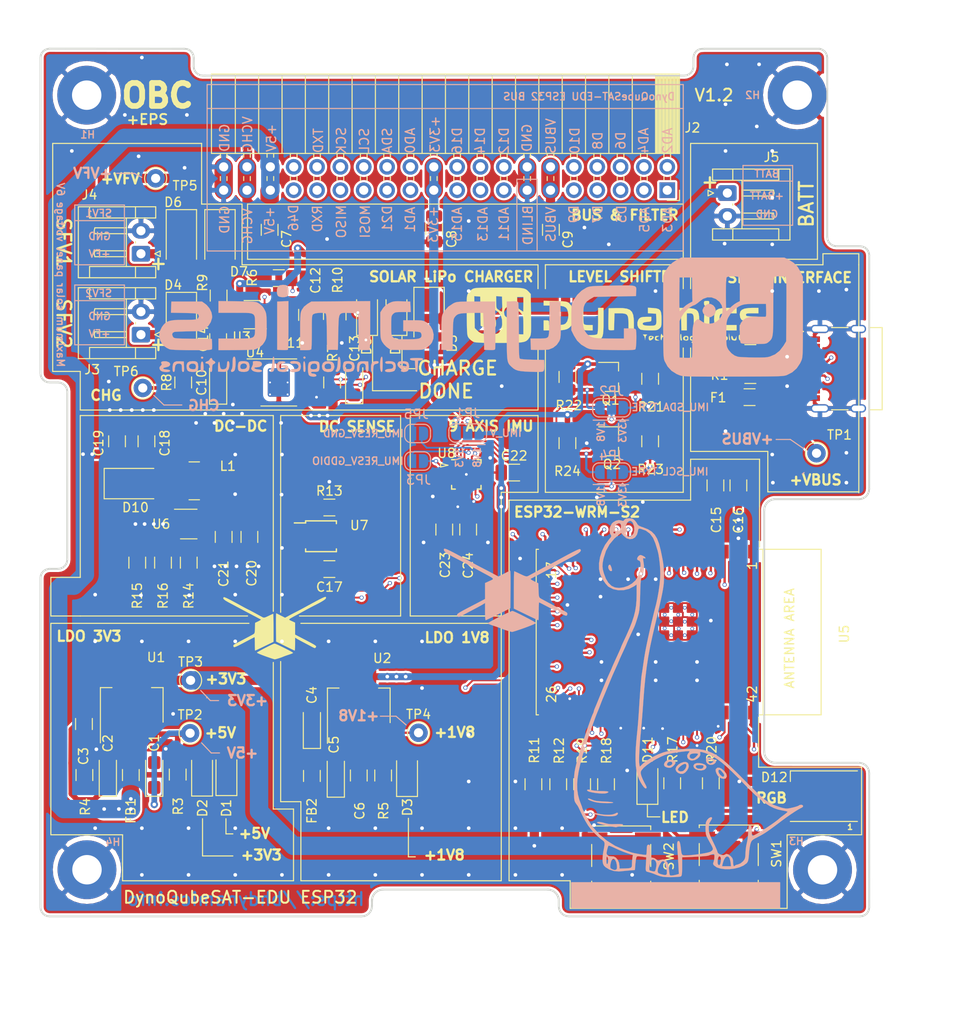
<source format=kicad_pcb>
(kicad_pcb (version 20171130) (host pcbnew "(5.1.9)-1")
  (title_block (title "DynoQubesat-EDU ESP32") (date 2021-05-22) (rev v1.2) (company "BH Dunamics") (comment 1 "Design by JLTajada 2021") (comment 2 "Best Year Ever"))
  (layers (0 F.Cu signal) (1 In1.Cu signal) (2 In2.Cu signal) (31 B.Cu signal) (34 B.Paste user) (35 F.Paste user) (36 B.SilkS user) (37 F.SilkS user) (38 B.Mask user) (39 F.Mask user) (44 Edge.Cuts user))
  (net 0 "")
  (net 1 GND)
  (net 2 /5V)
  (net 3 /3V3)
  (net 4 "Net-(D2-Pad2)")
  (net 5 /D+)
  (net 6 /D-)
  (net 7 /VBUS)
  (net 8 "Net-(D3-Pad2)")
  (net 9 /NEOPIX)
  (net 10 "Net-(F1-Pad1)")
  (net 11 "Net-(J1-PadA5)")
  (net 12 "Net-(J1-PadB5)")
  (net 13 /SDA)
  (net 14 /SCL)
  (net 15 /1V8)
  (net 16 /LED)
  (net 17 /SDA_1V8)
  (net 18 /SCL_1V8)
  (net 19 /IMU_INT)
  (net 20 /ENA)
  (net 21 /RXD0)
  (net 22 /TXD0)
  (net 23 /MISO)
  (net 24 /SCK)
  (net 25 /MOSI)
  (net 26 /D21)
  (net 27 /AD1)
  (net 28 /AD0)
  (net 29 /D16)
  (net 30 /D15)
  (net 31 /D14)
  (net 32 /D13)
  (net 33 /D12)
  (net 34 /D11)
  (net 35 /D10)
  (net 36 /D9)
  (net 37 /D8)
  (net 38 /D7)
  (net 39 /D6)
  (net 40 /D5)
  (net 41 /AD5)
  (net 42 /AD4)
  (net 43 /AD3)
  (net 44 /AD2)
  (net 45 /BOOT0)
  (net 46 /VCHG)
  (net 47 /VFV)
  (net 48 "Net-(D10-Pad2)")
  (net 49 /`DONE)
  (net 50 /`CHARGE)
  (net 51 /POWER_ALERT)
  (net 52 /D46)
  (net 53 "Net-(C1-Pad1)")
  (net 54 "Net-(D1-Pad2)")
  (net 55 "Net-(D4-Pad2)")
  (net 56 "Net-(D8-Pad2)")
  (net 57 "Net-(D11-Pad1)")
  (net 58 "Net-(D12-Pad4)")
  (net 59 "Net-(R8-Pad2)")
  (net 60 /V_IMU)
  (net 61 "Net-(JP5-Pad1)")
  (net 62 "Net-(JP3-Pad2)")
  (net 63 /SDA_IMU)
  (net 64 /SCL_IMU)
  (net 65 /IN_SENSE)
  (net 66 /OUT_SENSE)
  (net 67 "Net-(C4-Pad1)")
  (net 68 "Net-(C24-Pad1)")
  (net 69 "Net-(D6-Pad2)")
  (net 70 /Panel)
  (net 71 "Net-(R7-Pad2)")
  (net 72 "Net-(R14-Pad2)")
  (net 73 "Net-(R15-Pad1)")
  (module DynaQube:Logo_Dyno (layer B.Cu) (at 97.6 117.85 180)
    (fp_text reference G*** hide)
    (fp_text value LOGO hide)
  )
  (module DynaQube:Logo_QubeSat (layer B.Cu) (at 78.4 106.25 180)
    (fp_text reference G*** hide)
    (fp_text value LOGO hide)
  )
  (module "DynaQube:Logo invert" (layer B.Cu) (at 75.05 76.45 180)
    (fp_text reference G*** hide)
    (fp_text value LOGO hide)
  )
  (module DynaQube:Logo_QubeSat_tiny (layer F.Cu) (at 52.55 110.35)
    (fp_text reference G*** hide)
    (fp_text value LOGO hide)
  )
  (module "DynaQube:Logo 6mm Alto" (layer F.Cu) (at 89.6 76.25)
    (fp_text reference G*** hide)
    (fp_text value LOGO hide)
  )
  (module Capacitor_SMD:C_1206_3216Metric (layer F.Cu) (at 56.95 76.15 90)
    (fp_text reference C12 (at 3.65 0.05 90) (layer F.SilkS))
    (fp_text value 22uF)
    (pad 2 smd roundrect (at 1.4 0 90) (size 1.25 1.75) (layers F.Cu F.Paste F.Mask) (roundrect_rratio 0.2) (net 1 GND))
    (pad 1 smd roundrect (at -1.4 0 90) (size 1.25 1.75) (layers F.Cu F.Paste F.Mask) (roundrect_rratio 0.2) (net 46 /VCHG))
  )
  (module Capacitor_Tantalum_SMD:CP_EIA-3216-18_Kemet-A (layer F.Cu) (at 39.45 126.3 90)
    (fp_text reference C1 (at 3.5 0 90) (layer F.SilkS))
    (fp_text value 4.7u)
    (pad 2 smd roundrect (at 1.35 0 90) (size 1.4 1.35) (layers F.Cu F.Paste F.Mask) (roundrect_rratio 0.1851844444444445) (net 1 GND))
    (pad 1 smd roundrect (at -1.35 0 90) (size 1.4 1.35) (layers F.Cu F.Paste F.Mask) (roundrect_rratio 0.1851844444444445) (net 53 "Net-(C1-Pad1)"))
  )
  (module Package_TO_SOT_SMD:TSOT-23-5 (layer F.Cu) (at 50.1 76.25 180)
    (fp_text reference U3 (at 1.15 -2.4) (layer F.SilkS))
    (fp_text value AP22811BW5)
    (pad 5 smd rect (at 1.31 -0.95 180) (size 1.22 0.65) (layers F.Cu F.Paste F.Mask) (net 47 /VFV))
    (pad 4 smd rect (at 1.31 0.95 180) (size 1.22 0.65) (layers F.Cu F.Paste F.Mask) (net 7 /VBUS))
    (pad 3 smd rect (at -1.31 0.95 180) (size 1.22 0.65) (layers F.Cu F.Paste F.Mask) (net 70 /Panel))
    (pad 2 smd rect (at -1.31 0 180) (size 1.22 0.65) (layers F.Cu F.Paste F.Mask) (net 1 GND))
    (pad 1 smd rect (at -1.31 -0.95 180) (size 1.22 0.65) (layers F.Cu F.Paste F.Mask) (net 46 /VCHG))
  )
  (module Resistor_SMD:R_1206_3216Metric (layer F.Cu) (at 46.45 74.15 270)
    (fp_text reference R9 (at -1.4 1.75 90) (layer F.SilkS))
    (fp_text value 100K)
    (pad 2 smd roundrect (at 1.4 0 270) (size 1.25 1.75) (layers F.Cu F.Paste F.Mask) (roundrect_rratio 0.2) (net 7 /VBUS))
    (pad 1 smd roundrect (at -1.4 0 270) (size 1.25 1.75) (layers F.Cu F.Paste F.Mask) (roundrect_rratio 0.2) (net 1 GND))
  )
  (module Resistor_SMD:R_1206_3216Metric (layer F.Cu) (at 53 72.25 180)
    (fp_text reference R6 (at 2.9 0.05 90) (layer F.SilkS))
    (fp_text value 10K)
    (pad 2 smd roundrect (at 1.4 0 180) (size 1.25 1.75) (layers F.Cu F.Paste F.Mask) (roundrect_rratio 0.2) (net 47 /VFV))
    (pad 1 smd roundrect (at -1.4 0 180) (size 1.25 1.75) (layers F.Cu F.Paste F.Mask) (roundrect_rratio 0.2) (net 70 /Panel))
  )
  (module Diode_SMD:D_SMA (layer F.Cu) (at 69.35 76.65 270)
    (fp_text reference D5 (at 2.7 -2.5 90) (layer F.SilkS))
    (fp_text value SS14)
    (pad 2 smd rect (at 2 0 270) (size 2.5 1.8) (layers F.Cu F.Paste F.Mask) (net 7 /VBUS))
    (pad 1 smd rect (at -2 0 270) (size 2.5 1.8) (layers F.Cu F.Paste F.Mask) (net 46 /VCHG))
  )
  (module Capacitor_SMD:C_1206_3216Metric (layer F.Cu) (at 46.4 78.9 270)
    (fp_text reference C14 (at -0.05 1.6 90) (layer F.SilkS))
    (fp_text value 1uF)
    (pad 2 smd roundrect (at 1.4 0 270) (size 1.25 1.75) (layers F.Cu F.Paste F.Mask) (roundrect_rratio 0.2) (net 1 GND))
    (pad 1 smd roundrect (at -1.4 0 270) (size 1.25 1.75) (layers F.Cu F.Paste F.Mask) (roundrect_rratio 0.2) (net 47 /VFV))
  )
  (module Capacitor_SMD:C_1206_3216Metric (layer F.Cu) (at 54.25 76.25 90)
    (fp_text reference C11 (at -3.05 0.05) (layer F.SilkS))
    (fp_text value 100)
    (pad 2 smd roundrect (at 1.4 0 90) (size 1.25 1.75) (layers F.Cu F.Paste F.Mask) (roundrect_rratio 0.2) (net 1 GND))
    (pad 1 smd roundrect (at -1.4 0 90) (size 1.25 1.75) (layers F.Cu F.Paste F.Mask) (roundrect_rratio 0.2) (net 46 /VCHG))
  )
  (module Jumper:SolderJumper-3_P1.3mm_Open_RoundedPad1.0x1.5mm (layer B.Cu) (at 89.2 93.35 180)
    (fp_text reference JP4 (at 0 1.8) (layer B.SilkS) (effects (justify mirror)))
    (fp_text value "IMU SCL")
    (pad 2 smd rect (at 0 0 180) (size 1 1.5) (layers B.Cu B.Mask) (net 64 /SCL_IMU))
    (pad 3 smd custom (at 1.3 0 180) (size 1 0.5) (layers B.Cu B.Mask) (net 18 /SCL_1V8) (options (clearance outline) (anchor rect)) (primitives (gr_circle (center 0 -0.25) (end 0.5 -0.25) (width 0)) (gr_circle (center 0 0.25) (end 0.5 0.25) (width 0)) (gr_poly (pts (xy -0.55 0.75) (xy 0 0.75) (xy 0 -0.75) (xy -0.55 -0.75)) (width 0))))
    (pad 1 smd custom (at -1.3 0 180) (size 1 0.5) (layers B.Cu B.Mask) (net 14 /SCL) (options (clearance outline) (anchor rect)) (primitives (gr_circle (center 0 -0.25) (end 0.5 -0.25) (width 0)) (gr_circle (center 0 0.25) (end 0.5 0.25) (width 0)) (gr_poly (pts (xy 0.55 0.75) (xy 0 0.75) (xy 0 -0.75) (xy 0.55 -0.75)) (width 0))))
  )
  (module Jumper:SolderJumper-3_P1.3mm_Open_RoundedPad1.0x1.5mm (layer B.Cu) (at 89.2 86.35 180)
    (fp_text reference JP2 (at 0 1.8) (layer B.SilkS) (effects (justify mirror)))
    (fp_text value "IMU SDA")
    (pad 2 smd rect (at 0 0 180) (size 1 1.5) (layers B.Cu B.Mask) (net 63 /SDA_IMU))
    (pad 3 smd custom (at 1.3 0 180) (size 1 0.5) (layers B.Cu B.Mask) (net 17 /SDA_1V8) (options (clearance outline) (anchor rect)) (primitives (gr_circle (center 0 -0.25) (end 0.5 -0.25) (width 0)) (gr_circle (center 0 0.25) (end 0.5 0.25) (width 0)) (gr_poly (pts (xy -0.55 0.75) (xy 0 0.75) (xy 0 -0.75) (xy -0.55 -0.75)) (width 0))))
    (pad 1 smd custom (at -1.3 0 180) (size 1 0.5) (layers B.Cu B.Mask) (net 13 /SDA) (options (clearance outline) (anchor rect)) (primitives (gr_circle (center 0 -0.25) (end 0.5 -0.25) (width 0)) (gr_circle (center 0 0.25) (end 0.5 0.25) (width 0)) (gr_poly (pts (xy 0.55 0.75) (xy 0 0.75) (xy 0 -0.75) (xy 0.55 -0.75)) (width 0))))
  )
  (module Jumper:SolderJumper-2_P1.3mm_Open_RoundedPad1.0x1.5mm (layer B.Cu) (at 68.1 89.15 180)
    (fp_text reference JP5 (at 0.15 2.1) (layer B.SilkS) (effects (justify mirror)))
    (fp_text value RES_GND)
    (pad 2 smd custom (at 0.65 0 180) (size 1 0.5) (layers B.Cu B.Mask) (net 1 GND) (options (clearance outline) (anchor rect)) (primitives (gr_circle (center 0 -0.25) (end 0.5 -0.25) (width 0)) (gr_circle (center 0 0.25) (end 0.5 0.25) (width 0)) (gr_poly (pts (xy 0 0.75) (xy -0.5 0.75) (xy -0.5 -0.75) (xy 0 -0.75)) (width 0))))
    (pad 1 smd custom (at -0.65 0 180) (size 1 0.5) (layers B.Cu B.Mask) (net 61 "Net-(JP5-Pad1)") (options (clearance outline) (anchor rect)) (primitives (gr_circle (center 0 -0.25) (end 0.5 -0.25) (width 0)) (gr_circle (center 0 0.25) (end 0.5 0.25) (width 0)) (gr_poly (pts (xy 0 0.75) (xy 0.5 0.75) (xy 0.5 -0.75) (xy 0 -0.75)) (width 0))))
  )
  (module Jumper:SolderJumper-2_P1.3mm_Open_RoundedPad1.0x1.5mm (layer B.Cu) (at 68.1 92.15)
    (fp_text reference JP3 (at 0.1 2.05) (layer B.SilkS) (effects (justify mirror)))
    (fp_text value VDDIO)
    (pad 2 smd custom (at 0.65 0) (size 1 0.5) (layers B.Cu B.Mask) (net 62 "Net-(JP3-Pad2)") (options (clearance outline) (anchor rect)) (primitives (gr_circle (center 0 -0.25) (end 0.5 -0.25) (width 0)) (gr_circle (center 0 0.25) (end 0.5 0.25) (width 0)) (gr_poly (pts (xy 0 0.75) (xy -0.5 0.75) (xy -0.5 -0.75) (xy 0 -0.75)) (width 0))))
    (pad 1 smd custom (at -0.65 0) (size 1 0.5) (layers B.Cu B.Mask) (net 60 /V_IMU) (options (clearance outline) (anchor rect)) (primitives (gr_circle (center 0 -0.25) (end 0.5 -0.25) (width 0)) (gr_circle (center 0 0.25) (end 0.5 0.25) (width 0)) (gr_poly (pts (xy 0 0.75) (xy 0.5 0.75) (xy 0.5 -0.75) (xy 0 -0.75)) (width 0))))
  )
  (module Jumper:SolderJumper-3_P1.3mm_Open_RoundedPad1.0x1.5mm (layer B.Cu) (at 73.55 89.1)
    (fp_text reference JP1 (at 0 -2.15) (layer B.SilkS) (effects (justify mirror)))
    (fp_text value V_IMU)
    (pad 2 smd rect (at 0 0) (size 1 1.5) (layers B.Cu B.Mask) (net 60 /V_IMU))
    (pad 3 smd custom (at 1.3 0) (size 1 0.5) (layers B.Cu B.Mask) (net 15 /1V8) (options (clearance outline) (anchor rect)) (primitives (gr_circle (center 0 -0.25) (end 0.5 -0.25) (width 0)) (gr_circle (center 0 0.25) (end 0.5 0.25) (width 0)) (gr_poly (pts (xy -0.55 0.75) (xy 0 0.75) (xy 0 -0.75) (xy -0.55 -0.75)) (width 0))))
    (pad 1 smd custom (at -1.3 0) (size 1 0.5) (layers B.Cu B.Mask) (net 3 /3V3) (options (clearance outline) (anchor rect)) (primitives (gr_circle (center 0 -0.25) (end 0.5 -0.25) (width 0)) (gr_circle (center 0 0.25) (end 0.5 0.25) (width 0)) (gr_poly (pts (xy 0.55 0.75) (xy 0 0.75) (xy 0 -0.75) (xy 0.55 -0.75)) (width 0))))
  )
  (module Package_SO:MSOP-10_3x3mm_P0.5mm (layer F.Cu) (at 57.59 100.33)
    (fp_text reference U7 (at 4.16 -1.18) (layer F.SilkS))
    (fp_text value INA226)
    (pad 10 smd rect (at 2.2 -1) (size 1.4 0.3) (layers F.Cu F.Paste F.Mask) (net 65 /IN_SENSE))
    (pad 9 smd rect (at 2.2 -0.5) (size 1.4 0.3) (layers F.Cu F.Paste F.Mask) (net 66 /OUT_SENSE))
    (pad 8 smd rect (at 2.2 0) (size 1.4 0.3) (layers F.Cu F.Paste F.Mask) (net 65 /IN_SENSE))
    (pad 7 smd rect (at 2.2 0.5) (size 1.4 0.3) (layers F.Cu F.Paste F.Mask) (net 1 GND))
    (pad 6 smd rect (at 2.2 1) (size 1.4 0.3) (layers F.Cu F.Paste F.Mask) (net 65 /IN_SENSE))
    (pad 5 smd rect (at -2.2 1) (size 1.4 0.3) (layers F.Cu F.Paste F.Mask) (net 14 /SCL))
    (pad 4 smd rect (at -2.2 0.5) (size 1.4 0.3) (layers F.Cu F.Paste F.Mask) (net 13 /SDA))
    (pad 3 smd rect (at -2.2 0) (size 1.4 0.3) (layers F.Cu F.Paste F.Mask) (net 51 /POWER_ALERT))
    (pad 2 smd rect (at -2.2 -0.5) (size 1.4 0.3) (layers F.Cu F.Paste F.Mask) (net 1 GND))
    (pad 1 smd rect (at -2.2 -1) (size 1.4 0.3) (layers F.Cu F.Paste F.Mask) (net 1 GND))
  )
  (module Resistor_SMD:R_1206_3216Metric (layer F.Cu) (at 58.5 97.2 180)
    (fp_text reference R13 (at 0 1.8) (layer F.SilkS))
    (fp_text value 0,002)
    (pad 2 smd roundrect (at 1.4 0 180) (size 1.25 1.75) (layers F.Cu F.Paste F.Mask) (roundrect_rratio 0.2) (net 66 /OUT_SENSE))
    (pad 1 smd roundrect (at -1.4 0 180) (size 1.25 1.75) (layers F.Cu F.Paste F.Mask) (roundrect_rratio 0.2) (net 65 /IN_SENSE))
  )
  (module Capacitor_SMD:C_1206_3216Metric (layer F.Cu) (at 58.5 103.9 180)
    (fp_text reference C17 (at 0 -1.95) (layer F.SilkS))
    (fp_text value 100)
    (pad 2 smd roundrect (at 1.4 0 180) (size 1.25 1.75) (layers F.Cu F.Paste F.Mask) (roundrect_rratio 0.2) (net 1 GND))
    (pad 1 smd roundrect (at -1.4 0 180) (size 1.25 1.75) (layers F.Cu F.Paste F.Mask) (roundrect_rratio 0.2) (net 65 /IN_SENSE))
  )
  (module Capacitor_SMD:C_1206_3216Metric (layer F.Cu) (at 82.6 67 270)
    (fp_text reference C9 (at 1.05 -1.85 90) (layer F.SilkS))
    (fp_text value 100)
    (pad 2 smd roundrect (at 1.4 0 270) (size 1.25 1.75) (layers F.Cu F.Paste F.Mask) (roundrect_rratio 0.2) (net 1 GND))
    (pad 1 smd roundrect (at -1.4 0 270) (size 1.25 1.75) (layers F.Cu F.Paste F.Mask) (roundrect_rratio 0.2) (net 7 /VBUS))
  )
  (module Connector_PinSocket_2.54mm:PinSocket_2x20_P2.54mm_Horizontal (layer F.Cu) (at 95.26 62.69 270)
    (fp_text reference J2 (at -6.79 -2.74 180) (layer F.SilkS))
    (fp_text value "Subsystem Interface Connector")
    (pad 40 thru_hole oval (at -2.54 48.26 270) (size 1.7 1.7) (drill 1) (layers *.Cu *.Mask) (net 1 GND))
    (pad 39 thru_hole oval (at 0 48.26 270) (size 1.7 1.7) (drill 1) (layers *.Cu *.Mask) (net 1 GND))
    (pad 38 thru_hole oval (at -2.54 45.72 270) (size 1.7 1.7) (drill 1) (layers *.Cu *.Mask) (net 46 /VCHG))
    (pad 37 thru_hole oval (at 0 45.72 270) (size 1.7 1.7) (drill 1) (layers *.Cu *.Mask) (net 46 /VCHG))
    (pad 36 thru_hole oval (at -2.54 43.18 270) (size 1.7 1.7) (drill 1) (layers *.Cu *.Mask) (net 2 /5V))
    (pad 35 thru_hole oval (at 0 43.18 270) (size 1.7 1.7) (drill 1) (layers *.Cu *.Mask) (net 2 /5V))
    (pad 34 thru_hole oval (at -2.54 40.64 270) (size 1.7 1.7) (drill 1) (layers *.Cu *.Mask))
    (pad 33 thru_hole oval (at 0 40.64 270) (size 1.7 1.7) (drill 1) (layers *.Cu *.Mask) (net 52 /D46))
    (pad 32 thru_hole oval (at -2.54 38.1 270) (size 1.7 1.7) (drill 1) (layers *.Cu *.Mask) (net 22 /TXD0))
    (pad 31 thru_hole oval (at 0 38.1 270) (size 1.7 1.7) (drill 1) (layers *.Cu *.Mask) (net 21 /RXD0))
    (pad 30 thru_hole oval (at -2.54 35.56 270) (size 1.7 1.7) (drill 1) (layers *.Cu *.Mask) (net 24 /SCK))
    (pad 29 thru_hole oval (at 0 35.56 270) (size 1.7 1.7) (drill 1) (layers *.Cu *.Mask) (net 23 /MISO))
    (pad 28 thru_hole oval (at -2.54 33.02 270) (size 1.7 1.7) (drill 1) (layers *.Cu *.Mask) (net 14 /SCL))
    (pad 27 thru_hole oval (at 0 33.02 270) (size 1.7 1.7) (drill 1) (layers *.Cu *.Mask) (net 25 /MOSI))
    (pad 26 thru_hole oval (at -2.54 30.48 270) (size 1.7 1.7) (drill 1) (layers *.Cu *.Mask) (net 13 /SDA))
    (pad 25 thru_hole oval (at 0 30.48 270) (size 1.7 1.7) (drill 1) (layers *.Cu *.Mask) (net 26 /D21))
    (pad 24 thru_hole oval (at -2.54 27.94 270) (size 1.7 1.7) (drill 1) (layers *.Cu *.Mask) (net 28 /AD0))
    (pad 23 thru_hole oval (at 0 27.94 270) (size 1.7 1.7) (drill 1) (layers *.Cu *.Mask) (net 27 /AD1))
    (pad 22 thru_hole oval (at -2.54 25.4 270) (size 1.7 1.7) (drill 1) (layers *.Cu *.Mask) (net 3 /3V3))
    (pad 21 thru_hole oval (at 0 25.4 270) (size 1.7 1.7) (drill 1) (layers *.Cu *.Mask) (net 3 /3V3))
    (pad 20 thru_hole oval (at -2.54 22.86 270) (size 1.7 1.7) (drill 1) (layers *.Cu *.Mask) (net 29 /D16))
    (pad 19 thru_hole oval (at 0 22.86 270) (size 1.7 1.7) (drill 1) (layers *.Cu *.Mask) (net 30 /D15))
    (pad 18 thru_hole oval (at -2.54 20.32 270) (size 1.7 1.7) (drill 1) (layers *.Cu *.Mask) (net 31 /D14))
    (pad 17 thru_hole oval (at 0 20.32 270) (size 1.7 1.7) (drill 1) (layers *.Cu *.Mask) (net 32 /D13))
    (pad 16 thru_hole oval (at -2.54 17.78 270) (size 1.7 1.7) (drill 1) (layers *.Cu *.Mask) (net 33 /D12))
    (pad 15 thru_hole oval (at 0 17.78 270) (size 1.7 1.7) (drill 1) (layers *.Cu *.Mask) (net 34 /D11))
    (pad 14 thru_hole oval (at -2.54 15.24 270) (size 1.7 1.7) (drill 1) (layers *.Cu *.Mask) (net 1 GND))
    (pad 13 thru_hole oval (at 0 15.24 270) (size 1.7 1.7) (drill 1) (layers *.Cu *.Mask) (net 1 GND))
    (pad 12 thru_hole oval (at -2.54 12.7 270) (size 1.7 1.7) (drill 1) (layers *.Cu *.Mask) (net 7 /VBUS))
    (pad 11 thru_hole oval (at 0 12.7 270) (size 1.7 1.7) (drill 1) (layers *.Cu *.Mask) (net 7 /VBUS))
    (pad 10 thru_hole oval (at -2.54 10.16 270) (size 1.7 1.7) (drill 1) (layers *.Cu *.Mask) (net 35 /D10))
    (pad 9 thru_hole oval (at 0 10.16 270) (size 1.7 1.7) (drill 1) (layers *.Cu *.Mask) (net 36 /D9))
    (pad 8 thru_hole oval (at -2.54 7.62 270) (size 1.7 1.7) (drill 1) (layers *.Cu *.Mask) (net 37 /D8))
    (pad 7 thru_hole oval (at 0 7.62 270) (size 1.7 1.7) (drill 1) (layers *.Cu *.Mask) (net 38 /D7))
    (pad 6 thru_hole oval (at -2.54 5.08 270) (size 1.7 1.7) (drill 1) (layers *.Cu *.Mask) (net 39 /D6))
    (pad 5 thru_hole oval (at 0 5.08 270) (size 1.7 1.7) (drill 1) (layers *.Cu *.Mask) (net 40 /D5))
    (pad 4 thru_hole oval (at -2.54 2.54 270) (size 1.7 1.7) (drill 1) (layers *.Cu *.Mask) (net 42 /AD4))
    (pad 3 thru_hole oval (at 0 2.54 270) (size 1.7 1.7) (drill 1) (layers *.Cu *.Mask) (net 41 /AD5))
    (pad 2 thru_hole oval (at -2.54 0 270) (size 1.7 1.7) (drill 1) (layers *.Cu *.Mask) (net 44 /AD2))
    (pad 1 thru_hole rect (at 0 0 270) (size 1.7 1.7) (drill 1) (layers *.Cu *.Mask) (net 43 /AD3))
  )
  (module Package_TO_SOT_SMD:SOT-23-6 (layer F.Cu) (at 43.2 99)
    (fp_text reference U6 (at -3 0) (layer F.SilkS))
    (fp_text value FP6291)
    (pad 5 smd rect (at 1.1 0) (size 1.06 0.65) (layers F.Cu F.Paste F.Mask) (net 66 /OUT_SENSE))
    (pad 6 smd rect (at 1.1 -0.95) (size 1.06 0.65) (layers F.Cu F.Paste F.Mask) (net 72 "Net-(R14-Pad2)"))
    (pad 4 smd rect (at 1.1 0.95) (size 1.06 0.65) (layers F.Cu F.Paste F.Mask) (net 66 /OUT_SENSE))
    (pad 3 smd rect (at -1.1 0.95) (size 1.06 0.65) (layers F.Cu F.Paste F.Mask) (net 73 "Net-(R15-Pad1)"))
    (pad 2 smd rect (at -1.1 0) (size 1.06 0.65) (layers F.Cu F.Paste F.Mask) (net 1 GND))
    (pad 1 smd rect (at -1.1 -0.95) (size 1.06 0.65) (layers F.Cu F.Paste F.Mask) (net 48 "Net-(D10-Pad2)"))
  )
  (module TestPoint:TestPoint_THTPad_D2.0mm_Drill1.0mm (layer F.Cu) (at 38.2 84.2)
    (fp_text reference TP6 (at -1.8 -1.8) (layer F.SilkS))
    (fp_text value VCHG)
    (pad 1 thru_hole circle (at 0 0) (size 2 2) (drill 1) (layers *.Cu *.Mask) (net 46 /VCHG))
  )
  (module TestPoint:TestPoint_THTPad_D2.0mm_Drill1.0mm (layer F.Cu) (at 39.6 61.4)
    (fp_text reference TP5 (at 3.2 0.8) (layer F.SilkS))
    (fp_text value VFV)
    (pad 1 thru_hole circle (at 0 0) (size 2 2) (drill 1) (layers *.Cu *.Mask) (net 47 /VFV))
  )
  (module Resistor_SMD:R_1206_3216Metric (layer F.Cu) (at 40.4 103.2 90)
    (fp_text reference R16 (at -3.6 0 270) (layer F.SilkS))
    (fp_text value 12K)
    (pad 2 smd roundrect (at 1.4 0 90) (size 1.25 1.75) (layers F.Cu F.Paste F.Mask) (roundrect_rratio 0.2) (net 73 "Net-(R15-Pad1)"))
    (pad 1 smd roundrect (at -1.4 0 90) (size 1.25 1.75) (layers F.Cu F.Paste F.Mask) (roundrect_rratio 0.2) (net 1 GND))
  )
  (module Resistor_SMD:R_1206_3216Metric (layer F.Cu) (at 37.6 103.2 90)
    (fp_text reference R15 (at -3.6 0 270) (layer F.SilkS))
    (fp_text value 88K)
    (pad 2 smd roundrect (at 1.4 0 90) (size 1.25 1.75) (layers F.Cu F.Paste F.Mask) (roundrect_rratio 0.2) (net 2 /5V))
    (pad 1 smd roundrect (at -1.4 0 90) (size 1.25 1.75) (layers F.Cu F.Paste F.Mask) (roundrect_rratio 0.2) (net 73 "Net-(R15-Pad1)"))
  )
  (module Resistor_SMD:R_1206_3216Metric (layer F.Cu) (at 43.2 103.2 90)
    (fp_text reference R14 (at -3.6 0 90) (layer F.SilkS))
    (fp_text value 47K)
    (pad 2 smd roundrect (at 1.4 0 90) (size 1.25 1.75) (layers F.Cu F.Paste F.Mask) (roundrect_rratio 0.2) (net 72 "Net-(R14-Pad2)"))
    (pad 1 smd roundrect (at -1.4 0 90) (size 1.25 1.75) (layers F.Cu F.Paste F.Mask) (roundrect_rratio 0.2) (net 1 GND))
  )
  (module Inductor_SMD:L_Coilcraft_LPS4018 (layer F.Cu) (at 43.8 94.3 180)
    (fp_text reference L1 (at -3.65 1.6) (layer F.SilkS))
    (fp_text value 3.3uH)
    (pad 1 smd custom (at -1.765 0 180) (size 0.87 2.79) (layers F.Cu F.Paste F.Mask) (net 66 /OUT_SENSE) (options (clearance outline) (anchor rect)) (primitives (gr_poly (pts (xy -0.435 -1.395) (xy 0.125 -1.945) (xy 1.015 -1.945) (xy 1.015 -1.17) (xy 0.435 -0.575) (xy 0.435 0.575) (xy 1.015 1.17) (xy 1.015 1.945) (xy 0.125 1.945) (xy -0.435 1.395)) (width 0))))
    (pad 2 smd custom (at 1.765 0 180) (size 0.87 2.79) (layers F.Cu F.Paste F.Mask) (net 48 "Net-(D10-Pad2)") (options (clearance outline) (anchor rect)) (primitives (gr_poly (pts (xy 0.435 -1.395) (xy -0.125 -1.945) (xy -1.015 -1.945) (xy -1.015 -1.17) (xy -0.435 -0.575) (xy -0.435 0.575) (xy -1.015 1.17) (xy -1.015 1.945) (xy -0.125 1.945) (xy 0.435 1.395)) (width 0))))
  )
  (module Diode_SMD:D_SMA (layer F.Cu) (at 37.4 94.6)
    (fp_text reference D10 (at 0 2.6) (layer F.SilkS))
    (fp_text value SS14)
    (pad 2 smd rect (at 2 0) (size 2.5 1.8) (layers F.Cu F.Paste F.Mask) (net 48 "Net-(D10-Pad2)"))
    (pad 1 smd rect (at -2 0) (size 2.5 1.8) (layers F.Cu F.Paste F.Mask) (net 2 /5V))
  )
  (module Capacitor_SMD:C_1206_3216Metric (layer F.Cu) (at 47 100.4 270)
    (fp_text reference C21 (at 4 0 90) (layer F.SilkS))
    (fp_text value 22uF)
    (pad 2 smd roundrect (at 1.4 0 270) (size 1.25 1.75) (layers F.Cu F.Paste F.Mask) (roundrect_rratio 0.2) (net 1 GND))
    (pad 1 smd roundrect (at -1.4 0 270) (size 1.25 1.75) (layers F.Cu F.Paste F.Mask) (roundrect_rratio 0.2) (net 66 /OUT_SENSE))
  )
  (module Capacitor_SMD:C_1206_3216Metric (layer F.Cu) (at 49.8 100.4 270)
    (fp_text reference C20 (at 3.95 -0.25 90) (layer F.SilkS))
    (fp_text value 100)
    (pad 2 smd roundrect (at 1.4 0 270) (size 1.25 1.75) (layers F.Cu F.Paste F.Mask) (roundrect_rratio 0.2) (net 1 GND))
    (pad 1 smd roundrect (at -1.4 0 270) (size 1.25 1.75) (layers F.Cu F.Paste F.Mask) (roundrect_rratio 0.2) (net 66 /OUT_SENSE))
  )
  (module Capacitor_SMD:C_1206_3216Metric (layer F.Cu) (at 35.4 90 90)
    (fp_text reference C19 (at -0.2 -2 270) (layer F.SilkS))
    (fp_text value 100)
    (pad 2 smd roundrect (at 1.4 0 90) (size 1.25 1.75) (layers F.Cu F.Paste F.Mask) (roundrect_rratio 0.2) (net 1 GND))
    (pad 1 smd roundrect (at -1.4 0 90) (size 1.25 1.75) (layers F.Cu F.Paste F.Mask) (roundrect_rratio 0.2) (net 2 /5V))
  )
  (module Capacitor_SMD:C_1206_3216Metric (layer F.Cu) (at 38.6 90 90)
    (fp_text reference C18 (at -0.2 2 270) (layer F.SilkS))
    (fp_text value 22uF)
    (pad 2 smd roundrect (at 1.4 0 90) (size 1.25 1.75) (layers F.Cu F.Paste F.Mask) (roundrect_rratio 0.2) (net 1 GND))
    (pad 1 smd roundrect (at -1.4 0 90) (size 1.25 1.75) (layers F.Cu F.Paste F.Mask) (roundrect_rratio 0.2) (net 2 /5V))
  )
  (module Diode_SMD:D_SMA (layer F.Cu) (at 42.4 68.2 270)
    (fp_text reference D6 (at -4.2 0.9 180) (layer F.SilkS))
    (fp_text value SS14)
    (pad 2 smd rect (at 2 0 270) (size 2.5 1.8) (layers F.Cu F.Paste F.Mask) (net 69 "Net-(D6-Pad2)"))
    (pad 1 smd rect (at -2 0 270) (size 2.5 1.8) (layers F.Cu F.Paste F.Mask) (net 47 /VFV))
  )
  (module Package_SO:HSOP-8-1EP_3.9x4.9mm_P1.27mm_EP2.41x3.1mm_ThermalVias (layer F.Cu) (at 53 83.6)
    (fp_text reference U4 (at -2.6 -3.25) (layer F.SilkS))
    (fp_text value CN3063)
    (pad 8 smd roundrect (at 2.65 -1.905) (size 1.6 0.6) (layers F.Cu F.Paste F.Mask) (net 71 "Net-(R7-Pad2)"))
    (pad 7 smd roundrect (at 2.65 -0.635) (size 1.6 0.6) (layers F.Cu F.Paste F.Mask) (net 50 /`CHARGE))
    (pad 6 smd roundrect (at 2.65 0.635) (size 1.6 0.6) (layers F.Cu F.Paste F.Mask) (net 49 /`DONE))
    (pad 5 smd roundrect (at 2.65 1.905) (size 1.6 0.6) (layers F.Cu F.Paste F.Mask) (net 65 /IN_SENSE))
    (pad 4 smd roundrect (at -2.65 1.905) (size 1.6 0.6) (layers F.Cu F.Paste F.Mask) (net 46 /VCHG))
    (pad 3 smd roundrect (at -2.65 0.635) (size 1.6 0.6) (layers F.Cu F.Paste F.Mask) (net 1 GND))
    (pad 2 smd roundrect (at -2.65 -0.635) (size 1.6 0.6) (layers F.Cu F.Paste F.Mask) (net 59 "Net-(R8-Pad2)"))
    (pad 1 smd roundrect (at -2.65 -1.905) (size 1.6 0.6) (layers F.Cu F.Paste F.Mask) (net 1 GND))
    (pad 9 smd roundrect (at 0 0) (size 2.41 3.1) (layers B.Cu) (roundrect_rratio 0.1037336099585062))
    (pad 9 thru_hole circle (at 0.955 1.3) (size 0.5 0.5) (drill 0.2) (layers *.Cu))
    (pad 9 thru_hole circle (at -0.955 1.3) (size 0.5 0.5) (drill 0.2) (layers *.Cu))
    (pad 9 thru_hole circle (at 0.955 0) (size 0.5 0.5) (drill 0.2) (layers *.Cu))
    (pad 9 thru_hole circle (at -0.955 0) (size 0.5 0.5) (drill 0.2) (layers *.Cu))
    (pad 9 thru_hole circle (at 0.955 -1.3) (size 0.5 0.5) (drill 0.2) (layers *.Cu))
    (pad 9 thru_hole circle (at -0.955 -1.3) (size 0.5 0.5) (drill 0.2) (layers *.Cu))
    (pad 9 smd roundrect (at 0 0) (size 2.41 3.1) (layers F.Cu F.Mask) (roundrect_rratio 0.104) (net 1 GND))
  )
  (module Resistor_SMD:R_1206_3216Metric (layer F.Cu) (at 59.4 76.2 270)
    (fp_text reference R10 (at -3.75 0 270) (layer F.SilkS))
    (fp_text value 330)
    (pad 2 smd roundrect (at 1.4 0 270) (size 1.25 1.75) (layers F.Cu F.Paste F.Mask) (roundrect_rratio 0.2) (net 46 /VCHG))
    (pad 1 smd roundrect (at -1.4 0 270) (size 1.25 1.75) (layers F.Cu F.Paste F.Mask) (roundrect_rratio 0.2) (net 56 "Net-(D8-Pad2)"))
  )
  (module Resistor_SMD:R_1206_3216Metric (layer F.Cu) (at 42.6 83.6 270)
    (fp_text reference R8 (at 0 1.8 90) (layer F.SilkS))
    (fp_text value xxxx)
    (pad 2 smd roundrect (at 1.4 0 270) (size 1.25 1.75) (layers F.Cu F.Paste F.Mask) (roundrect_rratio 0.2) (net 59 "Net-(R8-Pad2)"))
    (pad 1 smd roundrect (at -1.4 0 270) (size 1.25 1.75) (layers F.Cu F.Paste F.Mask) (roundrect_rratio 0.2) (net 1 GND))
  )
  (module Resistor_SMD:R_1206_3216Metric (layer F.Cu) (at 58.8 83.6 90)
    (fp_text reference R7 (at 3.2 0.05 270) (layer F.SilkS))
    (fp_text value xxxx)
    (pad 2 smd roundrect (at 1.4 0 90) (size 1.25 1.75) (layers F.Cu F.Paste F.Mask) (roundrect_rratio 0.2) (net 71 "Net-(R7-Pad2)"))
    (pad 1 smd roundrect (at -1.4 0 90) (size 1.25 1.75) (layers F.Cu F.Paste F.Mask) (roundrect_rratio 0.2) (net 65 /IN_SENSE))
  )
  (module Connector_JST:JST_EH_S2B-EH_1x02_P2.50mm_Horizontal (layer F.Cu) (at 101.8 63 270)
    (fp_text reference J5 (at -3.9 -4.8 180) (layer F.SilkS))
    (fp_text value BATT)
    (pad 2 thru_hole oval (at 2.5 0 270) (size 1.7 2) (drill 1) (layers *.Cu *.Mask) (net 1 GND))
    (pad 1 thru_hole roundrect (at 0 0 270) (size 1.7 2) (drill 1) (layers *.Cu *.Mask) (roundrect_rratio 0.1470588235294118) (net 65 /IN_SENSE))
  )
  (module LED_SMD:LED_1206_3216Metric (layer F.Cu) (at 65.8 76.2 90)
    (fp_text reference D9 (at -3.45 -0.1 90) (layer F.SilkS))
    (fp_text value CHRG)
    (pad 2 smd roundrect (at 1.4 0 90) (size 1.25 1.75) (layers F.Cu F.Paste F.Mask) (roundrect_rratio 0.2) (net 56 "Net-(D8-Pad2)"))
    (pad 1 smd roundrect (at -1.4 0 90) (size 1.25 1.75) (layers F.Cu F.Paste F.Mask) (roundrect_rratio 0.2) (net 50 /`CHARGE))
  )
  (module LED_SMD:LED_1206_3216Metric (layer F.Cu) (at 62.6 76.2 90)
    (fp_text reference D8 (at -3.45 -0.05 90) (layer F.SilkS))
    (fp_text value DONE)
    (pad 2 smd roundrect (at 1.4 0 90) (size 1.25 1.75) (layers F.Cu F.Paste F.Mask) (roundrect_rratio 0.2) (net 56 "Net-(D8-Pad2)"))
    (pad 1 smd roundrect (at -1.4 0 90) (size 1.25 1.75) (layers F.Cu F.Paste F.Mask) (roundrect_rratio 0.2) (net 49 /`DONE))
  )
  (module Diode_SMD:D_SMA (layer F.Cu) (at 46.6 68.2 270)
    (fp_text reference D7 (at 3.35 -2.05 180) (layer F.SilkS))
    (fp_text value SS14)
    (pad 2 smd rect (at 2 0 270) (size 2.5 1.8) (layers F.Cu F.Paste F.Mask) (net 1 GND))
    (pad 1 smd rect (at -2 0 270) (size 2.5 1.8) (layers F.Cu F.Paste F.Mask) (net 47 /VFV))
  )
  (module Diode_SMD:D_SMA (layer F.Cu) (at 42.4 77.2 270)
    (fp_text reference D4 (at -4.2 0.9 180) (layer F.SilkS))
    (fp_text value SS14)
    (pad 2 smd rect (at 2 0 270) (size 2.5 1.8) (layers F.Cu F.Paste F.Mask) (net 55 "Net-(D4-Pad2)"))
    (pad 1 smd rect (at -2 0 270) (size 2.5 1.8) (layers F.Cu F.Paste F.Mask) (net 47 /VFV))
  )
  (module Capacitor_Tantalum_SMD:CP_EIA-3216-18_Kemet-A (layer F.Cu) (at 61.2 83.6 90)
    (fp_text reference C13 (at 3.7 0.05 270) (layer F.SilkS))
    (fp_text value 4.7u)
    (pad 2 smd roundrect (at 1.35 0 90) (size 1.4 1.35) (layers F.Cu F.Paste F.Mask) (roundrect_rratio 0.1851844444444445) (net 1 GND))
    (pad 1 smd roundrect (at -1.35 0 90) (size 1.4 1.35) (layers F.Cu F.Paste F.Mask) (roundrect_rratio 0.1851844444444445) (net 65 /IN_SENSE))
  )
  (module Capacitor_Tantalum_SMD:CP_EIA-3216-18_Kemet-A (layer F.Cu) (at 46.4 83.65 90)
    (fp_text reference C10 (at 0.05 -1.8 90) (layer F.SilkS))
    (fp_text value 22uF)
    (pad 2 smd roundrect (at 1.35 0 90) (size 1.4 1.35) (layers F.Cu F.Paste F.Mask) (roundrect_rratio 0.1851844444444445) (net 1 GND))
    (pad 1 smd roundrect (at -1.35 0 90) (size 1.4 1.35) (layers F.Cu F.Paste F.Mask) (roundrect_rratio 0.1851844444444445) (net 46 /VCHG))
  )
  (module Resistor_SMD:R_1206_3216Metric (layer F.Cu) (at 100 127.2 270)
    (fp_text reference R20 (at -3.7 -0.1 90) (layer F.SilkS))
    (fp_text value 510)
    (pad 2 smd roundrect (at 1.4 0 270) (size 1.25 1.75) (layers F.Cu F.Paste F.Mask) (roundrect_rratio 0.2) (net 58 "Net-(D12-Pad4)"))
    (pad 1 smd roundrect (at -1.4 0 270) (size 1.25 1.75) (layers F.Cu F.Paste F.Mask) (roundrect_rratio 0.2) (net 9 /NEOPIX))
  )
  (module esp32-s2:esp32-s2-wrooom (layer F.Cu) (at 96.6 110.8 270)
    (fp_text reference U5 (at 0.16 -17.92 90) (layer F.SilkS))
    (fp_text value ESP32-S2-WROOM)
    (fp_text user "ANTENNA AREA" (at 0.63 -11.96 90) (layer F.SilkS))
    (fp_text user 42 (at 6.698 -7.907 90) (layer F.SilkS))
    (fp_text user 26 (at 6.698 13.937 90) (layer F.SilkS))
    (fp_text user 17 (at -6.764 13.937 90) (layer F.SilkS))
    (fp_text user 1 (at -7.272 -7.907 90) (layer F.SilkS))
    (pad "" thru_hole circle (at -1.2268 0.9068 90) (size 0.4 0.4) (drill oval 0.25) (layers *.Cu *.Mask))
    (pad "" thru_hole circle (at -1.176 -0.5664 90) (size 0.4 0.4) (drill oval 0.25) (layers *.Cu *.Mask))
    (pad "" thru_hole circle (at -0.414 0.094 90) (size 0.4 0.4) (drill oval 0.25) (layers *.Cu *.Mask))
    (pad "" thru_hole circle (at -1.938 0.1448 90) (size 0.4 0.4) (drill oval 0.25) (layers *.Cu *.Mask))
    (pad "" thru_hole circle (at -2.7 0.9068 90) (size 0.4 0.4) (drill oval 0.25) (layers *.Cu *.Mask))
    (pad "" thru_hole circle (at -1.938 1.618 90) (size 0.4 0.4) (drill oval 0.25) (layers *.Cu *.Mask))
    (pad "" thru_hole circle (at -0.4648 1.618 90) (size 0.4 0.4) (drill oval 0.25) (layers *.Cu *.Mask))
    (pad "" thru_hole circle (at 0.2972 0.9068 90) (size 0.4 0.4) (drill oval 0.25) (layers *.Cu *.Mask))
    (pad "" thru_hole circle (at 0.2972 -0.5664 90) (size 0.4 0.4) (drill oval 0.25) (layers *.Cu *.Mask))
    (pad "" thru_hole circle (at -0.414 -1.3792 90) (size 0.4 0.4) (drill oval 0.25) (layers *.Cu *.Mask))
    (pad "" thru_hole circle (at -1.938 -1.3792 90) (size 0.4 0.4) (drill oval 0.25) (layers *.Cu *.Mask))
    (pad "" thru_hole circle (at -2.7 -0.5664 90) (size 0.4 0.4) (drill oval 0.25) (layers *.Cu *.Mask))
    (pad 43 smd roundrect (at 0.31 1.675 90) (size 1.1 1.1) (layers F.Cu F.Paste F.Mask) (roundrect_rratio 0.079) (net 1 GND))
    (pad 43 smd roundrect (at -1.19 1.675 90) (size 1.1 1.1) (layers F.Cu F.Paste F.Mask) (roundrect_rratio 0.079) (net 1 GND))
    (pad 43 smd roundrect (at -2.69 1.675 90) (size 1.1 1.1) (layers F.Cu F.Paste F.Mask) (roundrect_rratio 0.079) (net 1 GND))
    (pad 43 smd roundrect (at 0.31 0.175 90) (size 1.1 1.1) (layers F.Cu F.Paste F.Mask) (roundrect_rratio 0.079) (net 1 GND))
    (pad 43 smd roundrect (at -1.19 0.175 90) (size 1.1 1.1) (layers F.Cu F.Paste F.Mask) (roundrect_rratio 0.079) (net 1 GND))
    (pad 43 smd roundrect (at -2.69 0.175 90) (size 1.1 1.1) (layers F.Cu F.Paste F.Mask) (roundrect_rratio 0.079) (net 1 GND))
    (pad 43 smd roundrect (at 0.31 -1.325 90) (size 1.1 1.1) (layers F.Cu F.Paste F.Mask) (roundrect_rratio 0.079) (net 1 GND))
    (pad 43 smd roundrect (at -1.19 -1.325 90) (size 1.1 1.1) (layers F.Cu F.Paste F.Mask) (roundrect_rratio 0.079) (net 1 GND))
    (pad 43 smd roundrect (at -2.69 -1.325 90) (size 1.1 1.1) (layers F.Cu F.Paste F.Mask) (roundrect_rratio 0.079) (net 1 GND))
    (pad 42 smd roundrect (at 8.7 -7.9 90) (size 1.5 0.9) (layers F.Cu F.Paste F.Mask) (roundrect_rratio 0.079) (net 1 GND))
    (pad 41 smd roundrect (at 8.7 -6.4 90) (size 1.5 0.9) (layers F.Cu F.Paste F.Mask) (roundrect_rratio 0.079) (net 20 /ENA))
    (pad 40 smd roundrect (at 8.7 -4.9 90) (size 1.5 0.9) (layers F.Cu F.Paste F.Mask) (roundrect_rratio 0.079) (net 52 /D46))
    (pad 39 smd roundrect (at 8.7 -3.4 90) (size 1.5 0.9) (layers F.Cu F.Paste F.Mask) (roundrect_rratio 0.079) (net 9 /NEOPIX))
    (pad 38 smd roundrect (at 8.7 -1.9 90) (size 1.5 0.9) (layers F.Cu F.Paste F.Mask) (roundrect_rratio 0.079) (net 21 /RXD0))
    (pad 37 smd roundrect (at 8.7 -0.4 90) (size 1.5 0.9) (layers F.Cu F.Paste F.Mask) (roundrect_rratio 0.079) (net 22 /TXD0))
    (pad 36 smd roundrect (at 8.7 1.1 90) (size 1.5 0.9) (layers F.Cu F.Paste F.Mask) (roundrect_rratio 0.079) (net 16 /LED))
    (pad 35 smd roundrect (at 8.7 2.6 90) (size 1.5 0.9) (layers F.Cu F.Paste F.Mask) (roundrect_rratio 0.079) (net 51 /POWER_ALERT))
    (pad 34 smd roundrect (at 8.7 4.1 90) (size 1.5 0.9) (layers F.Cu F.Paste F.Mask) (roundrect_rratio 0.079) (net 19 /IMU_INT))
    (pad 33 smd roundrect (at 8.7 5.6 90) (size 1.5 0.9) (layers F.Cu F.Paste F.Mask) (roundrect_rratio 0.079) (net 49 /`DONE))
    (pad 32 smd roundrect (at 8.7 7.1 90) (size 1.5 0.9) (layers F.Cu F.Paste F.Mask) (roundrect_rratio 0.079) (net 50 /`CHARGE))
    (pad 31 smd roundrect (at 8.7 8.6 90) (size 1.5 0.9) (layers F.Cu F.Paste F.Mask) (roundrect_rratio 0.079) (net 23 /MISO))
    (pad 30 smd roundrect (at 8.7 10.1 90) (size 1.5 0.9) (layers F.Cu F.Paste F.Mask) (roundrect_rratio 0.079) (net 24 /SCK))
    (pad 29 smd roundrect (at 8.7 11.6 90) (size 1.5 0.9) (layers F.Cu F.Paste F.Mask) (roundrect_rratio 0.079) (net 25 /MOSI))
    (pad 28 smd roundrect (at 8.7 13.1 90) (size 1.5 0.9) (layers F.Cu F.Paste F.Mask) (roundrect_rratio 0.079) (net 14 /SCL))
    (pad 27 smd roundrect (at 8.7 14.6 90) (size 1.5 0.9) (layers F.Cu F.Paste F.Mask) (roundrect_rratio 0.079) (net 13 /SDA))
    (pad 26 smd roundrect (at 6.7 15.35) (size 1.5 0.9) (layers F.Cu F.Paste F.Mask) (roundrect_rratio 0.079) (net 1 GND))
    (pad 25 smd roundrect (at 5.2 15.35) (size 1.5 0.9) (layers F.Cu F.Paste F.Mask) (roundrect_rratio 0.079) (net 70 /Panel))
    (pad 24 smd roundrect (at 3.7 15.35) (size 1.5 0.9) (layers F.Cu F.Paste F.Mask) (roundrect_rratio 0.079) (net 26 /D21))
    (pad 23 smd roundrect (at 2.2 15.35) (size 1.5 0.9) (layers F.Cu F.Paste F.Mask) (roundrect_rratio 0.079) (net 5 /D+))
    (pad 22 smd roundrect (at 0.7 15.35) (size 1.5 0.9) (layers F.Cu F.Paste F.Mask) (roundrect_rratio 0.079) (net 6 /D-))
    (pad 21 smd roundrect (at -0.8 15.35) (size 1.5 0.9) (layers F.Cu F.Paste F.Mask) (roundrect_rratio 0.079) (net 27 /AD1))
    (pad 20 smd roundrect (at -2.3 15.35) (size 1.5 0.9) (layers F.Cu F.Paste F.Mask) (roundrect_rratio 0.079) (net 28 /AD0))
    (pad 19 smd roundrect (at -3.8 15.35) (size 1.5 0.9) (layers F.Cu F.Paste F.Mask) (roundrect_rratio 0.079) (net 29 /D16))
    (pad 18 smd roundrect (at -5.3 15.35) (size 1.5 0.9) (layers F.Cu F.Paste F.Mask) (roundrect_rratio 0.079) (net 30 /D15))
    (pad 17 smd roundrect (at -6.8 15.35) (size 1.5 0.9) (layers F.Cu F.Paste F.Mask) (roundrect_rratio 0.079) (net 31 /D14))
    (pad 16 smd roundrect (at -8.8 14.6 270) (size 1.5 0.9) (layers F.Cu F.Paste F.Mask) (roundrect_rratio 0.079) (net 32 /D13))
    (pad 15 smd roundrect (at -8.8 13.1 270) (size 1.5 0.9) (layers F.Cu F.Paste F.Mask) (roundrect_rratio 0.079) (net 33 /D12))
    (pad 14 smd roundrect (at -8.8 11.6 270) (size 1.5 0.9) (layers F.Cu F.Paste F.Mask) (roundrect_rratio 0.079) (net 34 /D11))
    (pad 13 smd roundrect (at -8.8 10.1 270) (size 1.5 0.9) (layers F.Cu F.Paste F.Mask) (roundrect_rratio 0.079) (net 35 /D10))
    (pad 12 smd roundrect (at -8.8 8.6 270) (size 1.5 0.9) (layers F.Cu F.Paste F.Mask) (roundrect_rratio 0.079) (net 36 /D9))
    (pad 11 smd roundrect (at -8.8 7.1 270) (size 1.5 0.9) (layers F.Cu F.Paste F.Mask) (roundrect_rratio 0.079) (net 37 /D8))
    (pad 10 smd roundrect (at -8.8 5.6 270) (size 1.5 0.9) (layers F.Cu F.Paste F.Mask) (roundrect_rratio 0.079) (net 38 /D7))
    (pad 9 smd roundrect (at -8.8 4.1 270) (size 1.5 0.9) (layers F.Cu F.Paste F.Mask) (roundrect_rratio 0.079) (net 39 /D6))
    (pad 8 smd roundrect (at -8.8 2.6 270) (size 1.5 0.9) (layers F.Cu F.Paste F.Mask) (roundrect_rratio 0.079) (net 40 /D5))
    (pad 7 smd roundrect (at -8.8 1.1 270) (size 1.5 0.9) (layers F.Cu F.Paste F.Mask) (roundrect_rratio 0.079) (net 41 /AD5))
    (pad 6 smd roundrect (at -8.8 -0.4 270) (size 1.5 0.9) (layers F.Cu F.Paste F.Mask) (roundrect_rratio 0.079) (net 42 /AD4))
    (pad 5 smd roundrect (at -8.8 -1.9 270) (size 1.5 0.9) (layers F.Cu F.Paste F.Mask) (roundrect_rratio 0.079) (net 43 /AD3))
    (pad 4 smd roundrect (at -8.8 -3.4 270) (size 1.5 0.9) (layers F.Cu F.Paste F.Mask) (roundrect_rratio 0.079) (net 44 /AD2))
    (pad 3 smd roundrect (at -8.8 -4.9 270) (size 1.5 0.9) (layers F.Cu F.Paste F.Mask) (roundrect_rratio 0.079) (net 45 /BOOT0))
    (pad 2 smd roundrect (at -8.8 -6.4 270) (size 1.5 0.9) (layers F.Cu F.Paste F.Mask) (roundrect_rratio 0.079) (net 3 /3V3))
    (pad 1 smd roundrect (at -8.8 -7.9 270) (size 1.5 0.9) (layers F.Cu F.Paste F.Mask) (roundrect_rratio 0.079) (net 1 GND))
  )
  (module Resistor_SMD:R_1206_3216Metric (layer F.Cu) (at 93.4 90 270)
    (fp_text reference R23 (at 3.05 -0.05 180) (layer F.SilkS))
    (fp_text value 10K)
    (pad 2 smd roundrect (at 1.4 0 270) (size 1.25 1.75) (layers F.Cu F.Paste F.Mask) (roundrect_rratio 0.2) (net 14 /SCL))
    (pad 1 smd roundrect (at -1.4 0 270) (size 1.25 1.75) (layers F.Cu F.Paste F.Mask) (roundrect_rratio 0.2) (net 3 /3V3))
  )
  (module Resistor_SMD:R_1206_3216Metric (layer F.Cu) (at 84.4 90.2 270)
    (fp_text reference R24 (at 3.05 0 180) (layer F.SilkS))
    (fp_text value 10K)
    (pad 2 smd roundrect (at 1.4 0 270) (size 1.25 1.75) (layers F.Cu F.Paste F.Mask) (roundrect_rratio 0.2) (net 18 /SCL_1V8))
    (pad 1 smd roundrect (at -1.4 0 270) (size 1.25 1.75) (layers F.Cu F.Paste F.Mask) (roundrect_rratio 0.2) (net 15 /1V8))
  )
  (module Resistor_SMD:R_1206_3216Metric (layer F.Cu) (at 93.4 83.2 270)
    (fp_text reference R21 (at 3.05 -0.1 180) (layer F.SilkS))
    (fp_text value 10K)
    (pad 2 smd roundrect (at 1.4 0 270) (size 1.25 1.75) (layers F.Cu F.Paste F.Mask) (roundrect_rratio 0.2) (net 13 /SDA))
    (pad 1 smd roundrect (at -1.4 0 270) (size 1.25 1.75) (layers F.Cu F.Paste F.Mask) (roundrect_rratio 0.2) (net 3 /3V3))
  )
  (module Resistor_SMD:R_1206_3216Metric (layer F.Cu) (at 84.4 83 270)
    (fp_text reference R22 (at 3.1 -0.15 180) (layer F.SilkS))
    (fp_text value 10K)
    (pad 2 smd roundrect (at 1.4 0 270) (size 1.25 1.75) (layers F.Cu F.Paste F.Mask) (roundrect_rratio 0.2) (net 17 /SDA_1V8))
    (pad 1 smd roundrect (at -1.4 0 270) (size 1.25 1.75) (layers F.Cu F.Paste F.Mask) (roundrect_rratio 0.2) (net 15 /1V8))
  )
  (module Package_TO_SOT_SMD:SOT-23 (layer F.Cu) (at 89.2 90)
    (fp_text reference Q2 (at 0.05 2.5) (layer F.SilkS))
    (fp_text value BSS138)
    (pad 3 smd rect (at 1 0) (size 0.9 0.8) (layers F.Cu F.Paste F.Mask) (net 14 /SCL))
    (pad 2 smd rect (at -1 0.95) (size 0.9 0.8) (layers F.Cu F.Paste F.Mask) (net 18 /SCL_1V8))
    (pad 1 smd rect (at -1 -0.95) (size 0.9 0.8) (layers F.Cu F.Paste F.Mask) (net 15 /1V8))
  )
  (module Package_TO_SOT_SMD:SOT-23 (layer F.Cu) (at 89.2 83)
    (fp_text reference Q1 (at -0.1 2.5) (layer F.SilkS))
    (fp_text value BSS138)
    (pad 3 smd rect (at 1 0) (size 0.9 0.8) (layers F.Cu F.Paste F.Mask) (net 13 /SDA))
    (pad 2 smd rect (at -1 0.95) (size 0.9 0.8) (layers F.Cu F.Paste F.Mask) (net 17 /SDA_1V8))
    (pad 1 smd rect (at -1 -0.95) (size 0.9 0.8) (layers F.Cu F.Paste F.Mask) (net 15 /1V8))
  )
  (module Sensor_Motion:InvenSense_QFN-24_3x3mm_P0.4mm (layer F.Cu) (at 73.4 93.6)
    (fp_text reference U8 (at -2.15 -2.3) (layer F.SilkS))
    (fp_text value ICM-20948)
    (pad 24 smd roundrect (at -1 -1.5 90) (size 0.55 0.2) (layers F.Cu F.Paste F.Mask) (net 63 /SDA_IMU))
    (pad 23 smd roundrect (at -0.6 -1.5 90) (size 0.55 0.2) (layers F.Cu F.Paste F.Mask) (net 64 /SCL_IMU))
    (pad 22 smd roundrect (at -0.2 -1.5 90) (size 0.55 0.2) (layers F.Cu F.Paste F.Mask) (net 60 /V_IMU))
    (pad 21 smd roundrect (at 0.2 -1.5 90) (size 0.55 0.2) (layers F.Cu F.Paste F.Mask))
    (pad 20 smd roundrect (at 0.6 -1.5 90) (size 0.55 0.2) (layers F.Cu F.Paste F.Mask) (net 61 "Net-(JP5-Pad1)"))
    (pad 19 smd roundrect (at 1 -1.5 90) (size 0.55 0.2) (layers F.Cu F.Paste F.Mask))
    (pad 18 smd roundrect (at 1.5 -1) (size 0.55 0.2) (layers F.Cu F.Paste F.Mask) (net 1 GND))
    (pad 17 smd roundrect (at 1.5 -0.6) (size 0.55 0.2) (layers F.Cu F.Paste F.Mask))
    (pad 16 smd roundrect (at 1.5 -0.2) (size 0.55 0.2) (layers F.Cu F.Paste F.Mask))
    (pad 15 smd roundrect (at 1.5 0.2) (size 0.55 0.2) (layers F.Cu F.Paste F.Mask))
    (pad 14 smd roundrect (at 1.5 0.6) (size 0.55 0.2) (layers F.Cu F.Paste F.Mask))
    (pad 13 smd roundrect (at 1.5 1) (size 0.55 0.2) (layers F.Cu F.Paste F.Mask) (net 60 /V_IMU))
    (pad 12 smd roundrect (at 1 1.5 90) (size 0.55 0.2) (layers F.Cu F.Paste F.Mask) (net 19 /IMU_INT))
    (pad 11 smd roundrect (at 0.6 1.5 90) (size 0.55 0.2) (layers F.Cu F.Paste F.Mask) (net 1 GND))
    (pad 10 smd roundrect (at 0.2 1.5 90) (size 0.55 0.2) (layers F.Cu F.Paste F.Mask) (net 68 "Net-(C24-Pad1)"))
    (pad 9 smd roundrect (at -0.2 1.5 90) (size 0.55 0.2) (layers F.Cu F.Paste F.Mask) (net 1 GND))
    (pad 8 smd roundrect (at -0.6 1.5 90) (size 0.55 0.2) (layers F.Cu F.Paste F.Mask) (net 60 /V_IMU))
    (pad 7 smd roundrect (at -1 1.5 90) (size 0.55 0.2) (layers F.Cu F.Paste F.Mask))
    (pad 6 smd roundrect (at -1.5 1) (size 0.55 0.2) (layers F.Cu F.Paste F.Mask))
    (pad 5 smd roundrect (at -1.5 0.6) (size 0.55 0.2) (layers F.Cu F.Paste F.Mask))
    (pad 4 smd roundrect (at -1.5 0.2) (size 0.55 0.2) (layers F.Cu F.Paste F.Mask))
    (pad 3 smd roundrect (at -1.5 -0.2) (size 0.55 0.2) (layers F.Cu F.Paste F.Mask))
    (pad 2 smd roundrect (at -1.5 -0.6) (size 0.55 0.2) (layers F.Cu F.Paste F.Mask))
    (pad 1 smd roundrect (at -1.5 -1) (size 0.55 0.2) (layers F.Cu F.Paste F.Mask) (net 62 "Net-(JP3-Pad2)"))
  )
  (module Package_TO_SOT_SMD:SOT-223-3_TabPin2 (layer F.Cu) (at 61.7 118.75 90)
    (fp_text reference U2 (at 5.15 2.55 180) (layer F.SilkS))
    (fp_text value LD1117S18CTR)
    (pad 1 smd rect (at -3.15 -2.3 90) (size 2 1.5) (layers F.Cu F.Paste F.Mask) (net 1 GND))
    (pad 3 smd rect (at -3.15 2.3 90) (size 2 1.5) (layers F.Cu F.Paste F.Mask) (net 67 "Net-(C4-Pad1)"))
    (pad 2 smd rect (at -3.15 0 90) (size 2 1.5) (layers F.Cu F.Paste F.Mask) (net 15 /1V8))
    (pad 2 smd rect (at 3.15 0 90) (size 2 3.8) (layers F.Cu F.Paste F.Mask) (net 15 /1V8))
  )
  (module TestPoint:TestPoint_THTPad_D2.0mm_Drill1.0mm (layer F.Cu) (at 68.2 121.7)
    (fp_text reference TP4 (at 0 -1.998) (layer F.SilkS))
    (fp_text value 1V8)
    (pad 1 thru_hole circle (at 0 0) (size 2 2) (drill 1) (layers *.Cu *.Mask) (net 15 /1V8))
  )
  (module Resistor_SMD:R_1206_3216Metric (layer F.Cu) (at 64.35 126.35 270)
    (fp_text reference R5 (at 3.85 -0.05 90) (layer F.SilkS))
    (fp_text value 220)
    (pad 2 smd roundrect (at 1.4 0 270) (size 1.25 1.75) (layers F.Cu F.Paste F.Mask) (roundrect_rratio 0.2) (net 8 "Net-(D3-Pad2)"))
    (pad 1 smd roundrect (at -1.4 0 270) (size 1.25 1.75) (layers F.Cu F.Paste F.Mask) (roundrect_rratio 0.2) (net 15 /1V8))
  )
  (module Inductor_SMD:L_1206_3216Metric (layer F.Cu) (at 56.6 126.4 270)
    (fp_text reference FB2 (at 3.8 0 90) (layer F.SilkS))
    (fp_text value 1MH)
    (pad 2 smd roundrect (at 1.4 0 270) (size 1.25 1.75) (layers F.Cu F.Paste F.Mask) (roundrect_rratio 0.2) (net 3 /3V3))
    (pad 1 smd roundrect (at -1.4 0 270) (size 1.25 1.75) (layers F.Cu F.Paste F.Mask) (roundrect_rratio 0.2) (net 67 "Net-(C4-Pad1)"))
  )
  (module LED_SMD:LED_1206_3216Metric (layer F.Cu) (at 66.95 126.35 90)
    (fp_text reference D3 (at -3.45 0.05 90) (layer F.SilkS))
    (fp_text value Blue)
    (pad 2 smd roundrect (at 1.4 0 90) (size 1.25 1.75) (layers F.Cu F.Paste F.Mask) (roundrect_rratio 0.2) (net 8 "Net-(D3-Pad2)"))
    (pad 1 smd roundrect (at -1.4 0 90) (size 1.25 1.75) (layers F.Cu F.Paste F.Mask) (roundrect_rratio 0.2) (net 1 GND))
  )
  (module Capacitor_SMD:C_1206_3216Metric (layer F.Cu) (at 73.6 99.6 270)
    (fp_text reference C24 (at 3.9 0 90) (layer F.SilkS))
    (fp_text value 100)
    (pad 2 smd roundrect (at 1.4 0 270) (size 1.25 1.75) (layers F.Cu F.Paste F.Mask) (roundrect_rratio 0.2) (net 1 GND))
    (pad 1 smd roundrect (at -1.4 0 270) (size 1.25 1.75) (layers F.Cu F.Paste F.Mask) (roundrect_rratio 0.2) (net 68 "Net-(C24-Pad1)"))
  )
  (module Capacitor_SMD:C_1206_3216Metric (layer F.Cu) (at 71 99.6 270)
    (fp_text reference C23 (at 3.85 -0.1 90) (layer F.SilkS))
    (fp_text value 100)
    (pad 2 smd roundrect (at 1.4 0 270) (size 1.25 1.75) (layers F.Cu F.Paste F.Mask) (roundrect_rratio 0.2) (net 1 GND))
    (pad 1 smd roundrect (at -1.4 0 270) (size 1.25 1.75) (layers F.Cu F.Paste F.Mask) (roundrect_rratio 0.2) (net 60 /V_IMU))
  )
  (module Capacitor_SMD:C_1206_3216Metric (layer F.Cu) (at 78.6 93.4)
    (fp_text reference C22 (at 0 -1.82) (layer F.SilkS))
    (fp_text value 100)
    (pad 2 smd roundrect (at 1.4 0) (size 1.25 1.75) (layers F.Cu F.Paste F.Mask) (roundrect_rratio 0.2) (net 1 GND))
    (pad 1 smd roundrect (at -1.4 0) (size 1.25 1.75) (layers F.Cu F.Paste F.Mask) (roundrect_rratio 0.2) (net 60 /V_IMU))
  )
  (module Capacitor_SMD:C_1206_3216Metric (layer F.Cu) (at 61.7 126.35 270)
    (fp_text reference C6 (at 3.85 -0.1 90) (layer F.SilkS))
    (fp_text value 100)
    (pad 2 smd roundrect (at 1.4 0 270) (size 1.25 1.75) (layers F.Cu F.Paste F.Mask) (roundrect_rratio 0.2) (net 1 GND))
    (pad 1 smd roundrect (at -1.4 0 270) (size 1.25 1.75) (layers F.Cu F.Paste F.Mask) (roundrect_rratio 0.2) (net 15 /1V8))
  )
  (module Capacitor_Tantalum_SMD:CP_EIA-3216-18_Kemet-A (layer F.Cu) (at 59.2 126.4 90)
    (fp_text reference C5 (at 3.4 -0.2 90) (layer F.SilkS))
    (fp_text value 4.7u)
    (pad 2 smd roundrect (at 1.35 0 90) (size 1.4 1.35) (layers F.Cu F.Paste F.Mask) (roundrect_rratio 0.1851844444444445) (net 1 GND))
    (pad 1 smd roundrect (at -1.35 0 90) (size 1.4 1.35) (layers F.Cu F.Paste F.Mask) (roundrect_rratio 0.1851844444444445) (net 15 /1V8))
  )
  (module Capacitor_Tantalum_SMD:CP_EIA-3216-18_Kemet-A (layer F.Cu) (at 56.6 121.1 90)
    (fp_text reference C4 (at 3.5 0 90) (layer F.SilkS))
    (fp_text value 4.7u)
    (pad 2 smd roundrect (at 1.35 0 90) (size 1.4 1.35) (layers F.Cu F.Paste F.Mask) (roundrect_rratio 0.1851844444444445) (net 1 GND))
    (pad 1 smd roundrect (at -1.35 0 90) (size 1.4 1.35) (layers F.Cu F.Paste F.Mask) (roundrect_rratio 0.1851844444444445) (net 67 "Net-(C4-Pad1)"))
  )
  (module Button_Switch_SMD:SW_Push_1P1T_NO_CK_KSC7xxJ (layer F.Cu) (at 90.25 135.05 180)
    (fp_text reference SW2 (at -5.2 -0.1 90) (layer F.SilkS))
    (fp_text value ENABLE)
    (pad 2 smd rect (at 2.9 2 180) (size 2.8 1) (layers F.Cu F.Paste F.Mask) (net 45 /BOOT0))
    (pad 2 smd rect (at -2.9 2 180) (size 2.8 1) (layers F.Cu F.Paste F.Mask) (net 45 /BOOT0))
    (pad 1 smd rect (at 2.9 -2 180) (size 2.8 1) (layers F.Cu F.Paste F.Mask) (net 1 GND))
    (pad 1 smd rect (at -2.9 -2 180) (size 2.8 1) (layers F.Cu F.Paste F.Mask) (net 1 GND))
  )
  (module Button_Switch_SMD:SW_Push_1P1T_NO_CK_KSC7xxJ (layer F.Cu) (at 101.95 134.95 180)
    (fp_text reference SW1 (at -5.2 0.1 90) (layer F.SilkS))
    (fp_text value BOOT)
    (pad 2 smd rect (at 2.9 2 180) (size 2.8 1) (layers F.Cu F.Paste F.Mask) (net 20 /ENA))
    (pad 2 smd rect (at -2.9 2 180) (size 2.8 1) (layers F.Cu F.Paste F.Mask) (net 20 /ENA))
    (pad 1 smd rect (at 2.9 -2 180) (size 2.8 1) (layers F.Cu F.Paste F.Mask) (net 1 GND))
    (pad 1 smd rect (at -2.9 -2 180) (size 2.8 1) (layers F.Cu F.Paste F.Mask) (net 1 GND))
  )
  (module Connector_USB:USB_C_Receptacle_Palconn_UTC16-G (layer F.Cu) (at 113.8 82.1 90)
    (fp_text reference J1 (at 4.5 -4.4 180) (layer F.SilkS))
    (fp_text value USB_C_Receptacle_USB2.0)
    (pad A12 smd rect (at 3.2 -2.51 90) (size 0.6 1.16) (layers F.Cu F.Paste F.Mask) (net 1 GND))
    (pad A9 smd rect (at 2.4 -2.51 90) (size 0.6 1.16) (layers F.Cu F.Paste F.Mask) (net 10 "Net-(F1-Pad1)"))
    (pad B1 smd rect (at 3.2 -2.51 90) (size 0.6 1.16) (layers F.Cu F.Paste F.Mask) (net 1 GND))
    (pad B4 smd rect (at 2.4 -2.51 90) (size 0.6 1.16) (layers F.Cu F.Paste F.Mask) (net 10 "Net-(F1-Pad1)"))
    (pad B12 smd rect (at -3.2 -2.51 90) (size 0.6 1.16) (layers F.Cu F.Paste F.Mask) (net 1 GND))
    (pad A1 smd rect (at -3.2 -2.51 90) (size 0.6 1.16) (layers F.Cu F.Paste F.Mask) (net 1 GND))
    (pad B9 smd rect (at -2.4 -2.51 90) (size 0.6 1.16) (layers F.Cu F.Paste F.Mask) (net 10 "Net-(F1-Pad1)"))
    (pad A4 smd rect (at -2.4 -2.51 90) (size 0.6 1.16) (layers F.Cu F.Paste F.Mask) (net 10 "Net-(F1-Pad1)"))
    (pad "" np_thru_hole circle (at -2.89 -1.45 270) (size 0.6 0.6) (drill 0.6) (layers *.Cu *.Mask))
    (pad "" np_thru_hole circle (at 2.89 -1.45 270) (size 0.6 0.6) (drill 0.6) (layers *.Cu *.Mask))
    (pad B5 smd rect (at 1.75 -2.51 270) (size 0.3 1.16) (layers F.Cu F.Paste F.Mask) (net 12 "Net-(J1-PadB5)"))
    (pad B6 smd rect (at 0.75 -2.51 270) (size 0.3 1.16) (layers F.Cu F.Paste F.Mask) (net 5 /D+))
    (pad A8 smd rect (at 1.25 -2.51 270) (size 0.3 1.16) (layers F.Cu F.Paste F.Mask))
    (pad A5 smd rect (at -1.25 -2.51 270) (size 0.3 1.16) (layers F.Cu F.Paste F.Mask) (net 11 "Net-(J1-PadA5)"))
    (pad B8 smd rect (at -1.75 -2.51 270) (size 0.3 1.16) (layers F.Cu F.Paste F.Mask))
    (pad A7 smd rect (at 0.25 -2.51 270) (size 0.3 1.16) (layers F.Cu F.Paste F.Mask) (net 6 /D-))
    (pad A6 smd rect (at -0.25 -2.51 270) (size 0.3 1.16) (layers F.Cu F.Paste F.Mask) (net 5 /D+))
    (pad B7 smd rect (at -0.75 -2.51 270) (size 0.3 1.16) (layers F.Cu F.Paste F.Mask) (net 6 /D-))
    (pad S1 thru_hole oval (at 4.32 2.24 180) (size 1.7 0.9) (drill oval 1.4 0.6) (layers *.Cu *.Mask) (net 1 GND))
    (pad S1 thru_hole oval (at -4.32 2.24 180) (size 1.7 0.9) (drill oval 1.4 0.6) (layers *.Cu *.Mask) (net 1 GND))
    (pad S1 thru_hole oval (at 4.32 -1.93 180) (size 2 0.9) (drill oval 1.7 0.6) (layers *.Cu *.Mask) (net 1 GND))
    (pad S1 thru_hole oval (at -4.32 -1.93 180) (size 2 0.9) (drill oval 1.7 0.6) (layers *.Cu *.Mask) (net 1 GND))
  )
  (module LED_SMD:LED_WS2812B_PLCC4_5.0x5.0mm_P3.2mm (layer F.Cu) (at 112.3 128.6 180)
    (fp_text reference D12 (at 5.4 2.05) (layer F.SilkS))
    (fp_text value RGB)
    (fp_text user 1 (at -2.85 -3.35) (layer F.SilkS) (effects (font (size 0.6 0.6))))
    (pad 1 smd rect (at -2.45 -1.6 180) (size 1.5 1) (layers F.Cu F.Paste F.Mask))
    (pad 2 smd rect (at -2.45 1.6 180) (size 1.5 1) (layers F.Cu F.Paste F.Mask) (net 1 GND))
    (pad 4 smd rect (at 2.45 -1.6 180) (size 1.5 1) (layers F.Cu F.Paste F.Mask) (net 58 "Net-(D12-Pad4)"))
    (pad 3 smd rect (at 2.45 1.6 180) (size 1.5 1) (layers F.Cu F.Paste F.Mask) (net 3 /3V3))
  )
  (module TestPoint:TestPoint_THTPad_D2.0mm_Drill1.0mm (layer F.Cu) (at 111.5 91.3)
    (fp_text reference TP1 (at 2.5 -2) (layer F.SilkS))
    (fp_text value VBUS)
    (pad 1 thru_hole circle (at 0 0) (size 2 2) (drill 1) (layers *.Cu *.Mask) (net 7 /VBUS))
  )
  (module Resistor_SMD:R_1206_3216Metric (layer F.Cu) (at 86 127.3 270)
    (fp_text reference R19 (at -3.65 0 90) (layer F.SilkS))
    (fp_text value 100K)
    (pad 2 smd roundrect (at 1.4 0 270) (size 1.25 1.75) (layers F.Cu F.Paste F.Mask) (roundrect_rratio 0.2) (net 45 /BOOT0))
    (pad 1 smd roundrect (at -1.4 0 270) (size 1.25 1.75) (layers F.Cu F.Paste F.Mask) (roundrect_rratio 0.2) (net 3 /3V3))
  )
  (module Resistor_SMD:R_1206_3216Metric (layer F.Cu) (at 88.6 127.3 270)
    (fp_text reference R18 (at -3.65 -0.05 90) (layer F.SilkS))
    (fp_text value 100K)
    (pad 2 smd roundrect (at 1.4 0 270) (size 1.25 1.75) (layers F.Cu F.Paste F.Mask) (roundrect_rratio 0.2) (net 20 /ENA))
    (pad 1 smd roundrect (at -1.4 0 270) (size 1.25 1.75) (layers F.Cu F.Paste F.Mask) (roundrect_rratio 0.2) (net 3 /3V3))
  )
  (module Resistor_SMD:R_1206_3216Metric (layer F.Cu) (at 83.4 127.3 90)
    (fp_text reference R12 (at 3.65 0.1 90) (layer F.SilkS))
    (fp_text value 10K)
    (pad 2 smd roundrect (at 1.4 0 90) (size 1.25 1.75) (layers F.Cu F.Paste F.Mask) (roundrect_rratio 0.2) (net 14 /SCL))
    (pad 1 smd roundrect (at -1.4 0 90) (size 1.25 1.75) (layers F.Cu F.Paste F.Mask) (roundrect_rratio 0.2) (net 3 /3V3))
  )
  (module Resistor_SMD:R_1206_3216Metric (layer F.Cu) (at 80.7 127.3 90)
    (fp_text reference R11 (at 3.7 0.1 90) (layer F.SilkS))
    (fp_text value 10K)
    (pad 2 smd roundrect (at 1.4 0 90) (size 1.25 1.75) (layers F.Cu F.Paste F.Mask) (roundrect_rratio 0.2) (net 13 /SDA))
    (pad 1 smd roundrect (at -1.4 0 90) (size 1.25 1.75) (layers F.Cu F.Paste F.Mask) (roundrect_rratio 0.2) (net 3 /3V3))
  )
  (module Resistor_SMD:R_1206_3216Metric (layer F.Cu) (at 104.3 80.4)
    (fp_text reference R2 (at -3.5 -0.05) (layer F.SilkS))
    (fp_text value 5K1)
    (pad 2 smd roundrect (at 1.4 0) (size 1.25 1.75) (layers F.Cu F.Paste F.Mask) (roundrect_rratio 0.2) (net 12 "Net-(J1-PadB5)"))
    (pad 1 smd roundrect (at -1.4 0) (size 1.25 1.75) (layers F.Cu F.Paste F.Mask) (roundrect_rratio 0.2) (net 1 GND))
  )
  (module Resistor_SMD:R_1206_3216Metric (layer F.Cu) (at 104.3 82.8)
    (fp_text reference R1 (at -3.35 0) (layer F.SilkS))
    (fp_text value 5K1)
    (pad 2 smd roundrect (at 1.4 0) (size 1.25 1.75) (layers F.Cu F.Paste F.Mask) (roundrect_rratio 0.2) (net 11 "Net-(J1-PadA5)"))
    (pad 1 smd roundrect (at -1.4 0) (size 1.25 1.75) (layers F.Cu F.Paste F.Mask) (roundrect_rratio 0.2) (net 1 GND))
  )
  (module Fuse:Fuse_1206_3216Metric_Pad1.42x1.75mm_HandSolder (layer F.Cu) (at 104.2125 85.2 180)
    (fp_text reference F1 (at 3.4125 -0.05) (layer F.SilkS))
    (fp_text value 2A)
    (pad 2 smd roundrect (at 1.4875 0 180) (size 1.425 1.75) (layers F.Cu F.Paste F.Mask) (roundrect_rratio 0.1754385964912281) (net 7 /VBUS))
    (pad 1 smd roundrect (at -1.4875 0 180) (size 1.425 1.75) (layers F.Cu F.Paste F.Mask) (roundrect_rratio 0.1754385964912281) (net 10 "Net-(F1-Pad1)"))
  )
  (module Capacitor_SMD:C_1206_3216Metric (layer F.Cu) (at 103 94.8 90)
    (fp_text reference C16 (at -3.8 0 90) (layer F.SilkS))
    (fp_text value 100)
    (pad 2 smd roundrect (at 1.4 0 90) (size 1.25 1.75) (layers F.Cu F.Paste F.Mask) (roundrect_rratio 0.2) (net 1 GND))
    (pad 1 smd roundrect (at -1.4 0 90) (size 1.25 1.75) (layers F.Cu F.Paste F.Mask) (roundrect_rratio 0.2) (net 3 /3V3))
  )
  (module Capacitor_SMD:C_1206_3216Metric (layer F.Cu) (at 100.5 94.8 90)
    (fp_text reference C15 (at -3.75 0.1 90) (layer F.SilkS))
    (fp_text value 10uF)
    (pad 2 smd roundrect (at 1.4 0 90) (size 1.25 1.75) (layers F.Cu F.Paste F.Mask) (roundrect_rratio 0.2) (net 1 GND))
    (pad 1 smd roundrect (at -1.4 0 90) (size 1.25 1.75) (layers F.Cu F.Paste F.Mask) (roundrect_rratio 0.2) (net 3 /3V3))
  )
  (module Capacitor_Tantalum_SMD:CP_EIA-3216-18_Kemet-A (layer F.Cu) (at 34.4 126.3 90)
    (fp_text reference C2 (at 3.45 0 90) (layer F.SilkS))
    (fp_text value 4.7u)
    (pad 2 smd roundrect (at 1.35 0 90) (size 1.4 1.35) (layers F.Cu F.Paste F.Mask) (roundrect_rratio 0.1851844444444445) (net 1 GND))
    (pad 1 smd roundrect (at -1.35 0 90) (size 1.4 1.35) (layers F.Cu F.Paste F.Mask) (roundrect_rratio 0.1851844444444445) (net 3 /3V3))
  )
  (module Capacitor_SMD:C_1206_3216Metric (layer F.Cu) (at 31.8 120.75 270)
    (fp_text reference C3 (at 3.5 0.05 90) (layer F.SilkS))
    (fp_text value 100)
    (pad 2 smd roundrect (at 1.4 0 270) (size 1.25 1.75) (layers F.Cu F.Paste F.Mask) (roundrect_rratio 0.2) (net 1 GND))
    (pad 1 smd roundrect (at -1.4 0 270) (size 1.25 1.75) (layers F.Cu F.Paste F.Mask) (roundrect_rratio 0.2) (net 3 /3V3))
  )
  (module LED_SMD:LED_1206_3216Metric (layer F.Cu) (at 47.3 126.25 90)
    (fp_text reference D1 (at -3.65 0 90) (layer F.SilkS))
    (fp_text value Red)
    (pad 2 smd roundrect (at 1.4 0 90) (size 1.25 1.75) (layers F.Cu F.Paste F.Mask) (roundrect_rratio 0.2) (net 54 "Net-(D1-Pad2)"))
    (pad 1 smd roundrect (at -1.4 0 90) (size 1.25 1.75) (layers F.Cu F.Paste F.Mask) (roundrect_rratio 0.2) (net 1 GND))
  )
  (module Connector_JST:JST_EH_S2B-EH_1x02_P2.50mm_Horizontal (layer F.Cu) (at 38 78.4 90)
    (fp_text reference J3 (at -3.8 -5.3 180) (layer F.SilkS))
    (fp_text value SFV1)
    (pad 2 thru_hole oval (at 2.5 0 90) (size 1.7 2) (drill 1) (layers *.Cu *.Mask) (net 1 GND))
    (pad 1 thru_hole roundrect (at 0 0 90) (size 1.7 2) (drill 1) (layers *.Cu *.Mask) (roundrect_rratio 0.1470588235294118) (net 55 "Net-(D4-Pad2)"))
  )
  (module Package_TO_SOT_SMD:SOT-223-3_TabPin2 (layer F.Cu) (at 37 118.7 90)
    (fp_text reference U1 (at 5.2 2.65 180) (layer F.SilkS))
    (fp_text value LD1117S33CTR)
    (pad 1 smd rect (at -3.15 -2.3 90) (size 2 1.5) (layers F.Cu F.Paste F.Mask) (net 1 GND))
    (pad 3 smd rect (at -3.15 2.3 90) (size 2 1.5) (layers F.Cu F.Paste F.Mask) (net 53 "Net-(C1-Pad1)"))
    (pad 2 smd rect (at -3.15 0 90) (size 2 1.5) (layers F.Cu F.Paste F.Mask) (net 3 /3V3))
    (pad 2 smd rect (at 3.15 0 90) (size 2 3.8) (layers F.Cu F.Paste F.Mask) (net 3 /3V3))
  )
  (module Resistor_SMD:R_1206_3216Metric (layer F.Cu) (at 95.8 127.2 90)
    (fp_text reference R17 (at 3.65 0.05 90) (layer F.SilkS))
    (fp_text value 1K)
    (pad 2 smd roundrect (at 1.4 0 90) (size 1.25 1.75) (layers F.Cu F.Paste F.Mask) (roundrect_rratio 0.2) (net 1 GND))
    (pad 1 smd roundrect (at -1.4 0 90) (size 1.25 1.75) (layers F.Cu F.Paste F.Mask) (roundrect_rratio 0.2) (net 57 "Net-(D11-Pad1)"))
  )
  (module LED_SMD:LED_1206_3216Metric (layer F.Cu) (at 93.1 127.2 90)
    (fp_text reference D11 (at 3.65 0.05 90) (layer F.SilkS))
    (fp_text value TX)
    (pad 2 smd roundrect (at 1.4 0 90) (size 1.25 1.75) (layers F.Cu F.Paste F.Mask) (roundrect_rratio 0.2) (net 16 /LED))
    (pad 1 smd roundrect (at -1.4 0 90) (size 1.25 1.75) (layers F.Cu F.Paste F.Mask) (roundrect_rratio 0.2) (net 57 "Net-(D11-Pad1)"))
  )
  (module Connector_JST:JST_EH_S2B-EH_1x02_P2.50mm_Horizontal (layer F.Cu) (at 38 69.6 90)
    (fp_text reference J4 (at 6.4 -5.6) (layer F.SilkS))
    (fp_text value SFV2)
    (pad 2 thru_hole oval (at 2.5 0 90) (size 1.7 2) (drill 1) (layers *.Cu *.Mask) (net 1 GND))
    (pad 1 thru_hole roundrect (at 0 0 90) (size 1.7 2) (drill 1) (layers *.Cu *.Mask) (roundrect_rratio 0.1470588235294118) (net 69 "Net-(D6-Pad2)"))
  )
  (module TestPoint:TestPoint_THTPad_D2.0mm_Drill1.0mm (layer F.Cu) (at 43.4 116)
    (fp_text reference TP3 (at 0 -1.998) (layer F.SilkS))
    (fp_text value 3V3)
    (pad 1 thru_hole circle (at 0 0) (size 2 2) (drill 1) (layers *.Cu *.Mask) (net 3 /3V3))
  )
  (module TestPoint:TestPoint_THTPad_D2.0mm_Drill1.0mm (layer F.Cu) (at 43.35 121.75)
    (fp_text reference TP2 (at 0 -1.998) (layer F.SilkS))
    (fp_text value 5V)
    (pad 1 thru_hole circle (at 0 0) (size 2 2) (drill 1) (layers *.Cu *.Mask) (net 53 "Net-(C1-Pad1)"))
  )
  (module Resistor_SMD:R_1206_3216Metric (layer F.Cu) (at 31.85 126.3 270)
    (fp_text reference R4 (at 3.45 -0.1 90) (layer F.SilkS))
    (fp_text value 470)
    (pad 2 smd roundrect (at 1.4 0 270) (size 1.25 1.75) (layers F.Cu F.Paste F.Mask) (roundrect_rratio 0.2) (net 4 "Net-(D2-Pad2)"))
    (pad 1 smd roundrect (at -1.4 0 270) (size 1.25 1.75) (layers F.Cu F.Paste F.Mask) (roundrect_rratio 0.2) (net 3 /3V3))
  )
  (module Resistor_SMD:R_1206_3216Metric (layer F.Cu) (at 42 126.25 270)
    (fp_text reference R3 (at 3.45 -0.05 90) (layer F.SilkS))
    (fp_text value 720)
    (pad 2 smd roundrect (at 1.4 0 270) (size 1.25 1.75) (layers F.Cu F.Paste F.Mask) (roundrect_rratio 0.2) (net 54 "Net-(D1-Pad2)"))
    (pad 1 smd roundrect (at -1.4 0 270) (size 1.25 1.75) (layers F.Cu F.Paste F.Mask) (roundrect_rratio 0.2) (net 53 "Net-(C1-Pad1)"))
  )
  (module Inductor_SMD:L_1206_3216Metric (layer F.Cu) (at 36.9 126.3 270)
    (fp_text reference FB1 (at 3.9 0 90) (layer F.SilkS))
    (fp_text value 1MH)
    (pad 2 smd roundrect (at 1.4 0 270) (size 1.25 1.75) (layers F.Cu F.Paste F.Mask) (roundrect_rratio 0.2) (net 2 /5V))
    (pad 1 smd roundrect (at -1.4 0 270) (size 1.25 1.75) (layers F.Cu F.Paste F.Mask) (roundrect_rratio 0.2) (net 53 "Net-(C1-Pad1)"))
  )
  (module LED_SMD:LED_1206_3216Metric (layer F.Cu) (at 44.65 126.3 90)
    (fp_text reference D2 (at -3.6 0.05 90) (layer F.SilkS))
    (fp_text value Blue)
    (pad 2 smd roundrect (at 1.4 0 90) (size 1.25 1.75) (layers F.Cu F.Paste F.Mask) (roundrect_rratio 0.2) (net 4 "Net-(D2-Pad2)"))
    (pad 1 smd roundrect (at -1.4 0 90) (size 1.25 1.75) (layers F.Cu F.Paste F.Mask) (roundrect_rratio 0.2) (net 1 GND))
  )
  (module Capacitor_SMD:C_1206_3216Metric (layer F.Cu) (at 69.9 66.9 270)
    (fp_text reference C8 (at 1.1 -1.9 90) (layer F.SilkS))
    (fp_text value 100)
    (pad 2 smd roundrect (at 1.4 0 270) (size 1.25 1.75) (layers F.Cu F.Paste F.Mask) (roundrect_rratio 0.2) (net 1 GND))
    (pad 1 smd roundrect (at -1.4 0 270) (size 1.25 1.75) (layers F.Cu F.Paste F.Mask) (roundrect_rratio 0.2) (net 3 /3V3))
  )
  (module Capacitor_SMD:C_1206_3216Metric (layer F.Cu) (at 52 67 270)
    (fp_text reference C7 (at 1 -1.85 90) (layer F.SilkS))
    (fp_text value 100)
    (pad 2 smd roundrect (at 1.4 0 270) (size 1.25 1.75) (layers F.Cu F.Paste F.Mask) (roundrect_rratio 0.2) (net 1 GND))
    (pad 1 smd roundrect (at -1.4 0 270) (size 1.25 1.75) (layers F.Cu F.Paste F.Mask) (roundrect_rratio 0.2) (net 2 /5V))
  )
  (module MountingHole:MountingHole_3.2mm_M3_Pad (layer F.Cu) (at 32.1 52.35)
    (fp_text reference H1 (at 0.1 4.3) (layer B.SilkS) (effects (font (size 0.8 0.8)) (justify mirror)))
    (fp_text value M3)
    (pad 1 thru_hole circle (at 0 0) (size 6.4 6.4) (drill 3.2) (layers *.Cu *.Mask) (net 1 GND))
  )
  (module MountingHole:MountingHole_3.2mm_M3_Pad (layer F.Cu) (at 32.13 136.6)
    (fp_text reference H4 (at 2.82 -3) (layer B.SilkS) (effects (font (size 0.8 0.8)) (justify mirror)))
    (fp_text value M3)
    (pad 1 thru_hole circle (at 0 0) (size 6.4 6.4) (drill 3.2) (layers *.Cu *.Mask) (net 1 GND))
  )
  (module MountingHole:MountingHole_3.2mm_M3_Pad (layer F.Cu) (at 112.15 136.61)
    (fp_text reference H3 (at -2.85 -3.11) (layer B.SilkS) (effects (font (size 0.8 0.8)) (justify mirror)))
    (fp_text value M3)
    (pad 1 thru_hole circle (at 0 0) (size 6.4 6.4) (drill 3.2) (layers *.Cu *.Mask) (net 1 GND))
  )
  (module MountingHole:MountingHole_3.2mm_M3_Pad (layer F.Cu) (at 109.4 52.35)
    (fp_text reference H2 (at -4.85 0) (layer B.SilkS) (effects (font (size 0.8 0.8)) (justify mirror)))
    (fp_text value M3)
    (pad 1 thru_hole circle (at 0 0) (size 6.4 6.4) (drill 3.2) (layers *.Cu *.Mask) (net 1 GND))
  )
  (gr_text V1.2 (at 100.35 52.35) (layer F.SilkS) (effects (font (size 1.3 1.3) (thickness 0.21))))
  (gr_poly (pts (xy 107.5 140.75) (xy 84.85 140.75) (xy 84.85 138) (xy 107.5 138)) (layer B.SilkS) (width 0.1))
  (gr_text "Maximum solar panel voltage 6V" (at 29.25 71.9 270) (layer B.SilkS) (effects (font (size 0.8 0.8)) (justify mirror)))
  (gr_text + (at 39.9 79.4) (layer F.SilkS) (effects (font (size 1.5 1.5) (thickness 0.25))))
  (gr_text + (at 39.9 70.6) (layer F.SilkS) (effects (font (size 1.5 1.5) (thickness 0.25))))
  (gr_text + (at 99.9 61.75) (layer F.SilkS) (effects (font (size 1.5 1.5) (thickness 0.25))))
  (gr_line (start 97.8 91.1) (end 97.8 79.85) (layer F.SilkS) (width 0.12))
  (gr_line (start 82 95.55) (end 82 79.9) (layer F.SilkS) (width 0.12))
  (gr_line (start 81.2 70.8) (end 81.2 73.4) (layer F.SilkS) (width 0.12))
  (gr_poly (pts (xy 65 120.5) (xy 58.4 120.5) (xy 58.4 116.95) (xy 65 116.95)) (layer F.Cu) (width 0.1))
  (gr_poly (pts (xy 40.3 120.5) (xy 33.7 120.5) (xy 33.7 116.9) (xy 40.3 116.9)) (layer F.Cu) (width 0.1))
  (gr_poly (pts (xy 74.35 94.55) (xy 72.45 94.55) (xy 72.45 92.65) (xy 74.35 92.65)) (layer F.Cu) (width 0.1))
  (gr_text +VBUS (at 104 89.75) (layer B.SilkS) (effects (font (size 1.1 1.1) (thickness 0.25)) (justify mirror)))
  (gr_line (start 44.6 122.8) (end 45.65 123.9) (layer B.SilkS) (width 0.12))
  (gr_line (start 45.65 123.9) (end 46.55 123.9) (layer B.SilkS) (width 0.12))
  (gr_line (start 45.2 117.8) (end 45.15 117.9) (layer B.SilkS) (width 0.12))
  (gr_line (start 45.55 118.2) (end 46.45 118.2) (layer B.SilkS) (width 0.12))
  (gr_line (start 44.5 117.1) (end 45.55 118.2) (layer B.SilkS) (width 0.12))
  (gr_line (start 65.75 119.9) (end 66.85 120.85) (layer B.SilkS) (width 0.12))
  (gr_line (start 65.75 119.9) (end 64.05 119.9) (layer B.SilkS) (width 0.12))
  (gr_line (start 108.65 89.8) (end 110.1 90.8) (layer B.SilkS) (width 0.12))
  (gr_line (start 107.1 89.8) (end 108.65 89.8) (layer B.SilkS) (width 0.12))
  (gr_line (start 109.95 93.55) (end 110.15 93.4) (layer B.SilkS) (width 0.12))
  (gr_line (start 40.5 86.05) (end 39.4 85) (layer B.SilkS) (width 0.12))
  (gr_line (start 40.5 86.05) (end 42.45 86.05) (layer B.SilkS) (width 0.12))
  (gr_line (start 37.3 60.85) (end 38.1 61.3) (layer B.SilkS) (width 0.12))
  (gr_line (start 35.35 60.85) (end 37.3 60.85) (layer B.SilkS) (width 0.12))
  (gr_text +VFV (at 32.75 60.85) (layer B.SilkS) (effects (font (size 1.1 1.1) (thickness 0.25)) (justify mirror)))
  (gr_text CHG (at 44.85 86.1) (layer B.SilkS) (effects (font (size 1.1 1.1) (thickness 0.25)) (justify mirror)))
  (gr_text +1V8 (at 61.7 119.85) (layer B.SilkS) (effects (font (size 1.1 1.1) (thickness 0.25)) (justify mirror)))
  (gr_text +5V (at 49.05 123.9) (layer B.SilkS) (effects (font (size 1.1 1.1) (thickness 0.25)) (justify mirror)))
  (gr_text +3V3 (at 49.6 118.2) (layer B.SilkS) (effects (font (size 1.1 1.1) (thickness 0.25)) (justify mirror)))
  (gr_text "IMU_SCL TYPE" (at 95.55 93.3) (layer B.SilkS) (effects (font (size 0.8 0.8)) (justify mirror)))
  (gr_text "IMU_SDA TYPE" (at 95.6 86.3) (layer B.SilkS) (effects (font (size 0.8 0.8)) (justify mirror)))
  (gr_line (start 87.2 94.7) (end 88.95 94.7) (layer B.SilkS) (width 0.12))
  (gr_line (start 89.3 94.7) (end 91.05 94.7) (layer B.SilkS) (width 0.12))
  (gr_text 1V8 (at 88.05 95.95 90) (layer B.SilkS) (effects (font (size 0.8 0.8)) (justify mirror)))
  (gr_text 3V3 (at 90.4 96.05 90) (layer B.SilkS) (effects (font (size 0.8 0.8)) (justify mirror)))
  (gr_line (start 89.3 87.7) (end 91.05 87.7) (layer B.SilkS) (width 0.12))
  (gr_line (start 87.2 87.7) (end 88.95 87.7) (layer B.SilkS) (width 0.12))
  (gr_text 3V3 (at 90.4 89.05 90) (layer B.SilkS) (effects (font (size 0.8 0.8)) (justify mirror)))
  (gr_text 1V8 (at 88.05 88.95 90) (layer B.SilkS) (effects (font (size 0.8 0.8)) (justify mirror)))
  (gr_text 1V8 (at 74.55 91.75 90) (layer B.SilkS) (effects (font (size 0.8 0.8)) (justify mirror)))
  (gr_text 3V3 (at 72.65 91.75 90) (layer B.SilkS) (effects (font (size 0.8 0.8)) (justify mirror)))
  (gr_line (start 73.7 90.35) (end 75.45 90.35) (layer B.SilkS) (width 0.12))
  (gr_line (start 71.6 90.35) (end 73.35 90.35) (layer B.SilkS) (width 0.12))
  (gr_text IMU_V (at 77.7 89.1) (layer B.SilkS) (effects (font (size 0.8 0.8)) (justify mirror)))
  (gr_text IMU_RESV_GDDIO (at 61.6 92.15) (layer B.SilkS) (effects (font (size 0.8 0.8)) (justify mirror)))
  (gr_text IMU_RESV_GND (at 62.2 89.15) (layer B.SilkS) (effects (font (size 0.8 0.8)) (justify mirror)))
  (gr_text +EPS (at 38.7 55) (layer F.SilkS) (effects (font (size 1.1 1.1) (thickness 0.2))))
  (gr_text OBC (at 39.8 52.4) (layer F.SilkS) (effects (font (size 2.5 2.5) (thickness 0.625))))
  (gr_line (start 81.1 61.5) (end 81.1 69.3) (layer B.SilkS) (width 0.12))
  (gr_line (start 78.9 61.5) (end 81.1 61.5) (layer B.SilkS) (width 0.12))
  (gr_line (start 78.9 61.5) (end 78.9 69.3) (layer B.SilkS) (width 0.12))
  (gr_text D46 (at 54.6 65.7 90) (layer B.SilkS) (effects (font (size 1 1)) (justify mirror)))
  (gr_text "DC SENSE" (at 57.2 88.4) (layer F.SilkS) (effects (font (size 1.1 1.1) (thickness 0.25)) (justify left)))
  (gr_text https://bhdynamics.info (at 49.4 139.8) (layer B.Cu) (effects (font (size 1.4 1.4) (thickness 0.25)) (justify mirror)))
  (gr_text "DynoQubeSAT-EDU ESP32 BUS" (at 86.75 52.5) (layer B.SilkS) (effects (font (size 0.8 0.8)) (justify mirror)))
  (gr_line (start 97 51.2) (end 97 53.8) (layer B.SilkS) (width 0.12))
  (gr_line (start 45.2 51.2) (end 97 51.2) (layer B.SilkS) (width 0.12))
  (gr_line (start 45.2 53.8) (end 45.2 51.2) (layer B.SilkS) (width 0.12))
  (gr_line (start 97 53.8) (end 45.2 53.8) (layer B.SilkS) (width 0.12))
  (gr_line (start 97 69.3) (end 97 53.8) (layer B.SilkS) (width 0.12))
  (gr_line (start 45.2 69.3) (end 97 69.3) (layer B.SilkS) (width 0.12))
  (gr_line (start 45.2 53.8) (end 45.2 69.3) (layer B.SilkS) (width 0.12))
  (gr_line (start 103.5 61.7) (end 108.9 61.7) (layer B.SilkS) (width 0.12))
  (gr_line (start 108.9 66.5) (end 103.5 66.5) (layer B.SilkS) (width 0.12))
  (gr_line (start 103.5 60) (end 108.9 60) (layer B.SilkS) (width 0.12))
  (gr_line (start 108.9 60) (end 108.9 66.5) (layer B.SilkS) (width 0.12))
  (gr_line (start 103.5 66.5) (end 103.5 60) (layer B.SilkS) (width 0.12))
  (gr_text GND (at 106.1 65.3) (layer B.SilkS) (effects (font (size 0.8 0.8)) (justify mirror)))
  (gr_text BATT (at 106.1 60.9) (layer B.SilkS) (effects (font (size 0.8 0.8)) (justify mirror)))
  (gr_text +BATT (at 106.1 63.3) (layer B.SilkS) (effects (font (size 0.8 0.8)) (justify mirror)))
  (gr_line (start 36.2 79.5) (end 30.8 79.5) (layer B.SilkS) (width 0.12))
  (gr_line (start 36.2 73) (end 36.2 79.5) (layer B.SilkS) (width 0.12))
  (gr_line (start 30.8 73) (end 36.2 73) (layer B.SilkS) (width 0.12))
  (gr_line (start 30.8 79.5) (end 30.8 73) (layer B.SilkS) (width 0.12))
  (gr_line (start 30.8 74.7) (end 36.2 74.7) (layer B.SilkS) (width 0.12))
  (gr_text +FV (at 33.5 78.3) (layer B.SilkS) (effects (font (size 0.8 0.8)) (justify mirror)))
  (gr_text GND (at 33.5 76.4) (layer B.SilkS) (effects (font (size 0.8 0.8)) (justify mirror)))
  (gr_text SFV2 (at 33.4 73.9) (layer B.SilkS) (effects (font (size 0.8 0.8)) (justify mirror)))
  (gr_line (start 30.8 64.3) (end 36.2 64.3) (layer B.SilkS) (width 0.12))
  (gr_text SFV1 (at 33.4 65.2) (layer B.SilkS) (effects (font (size 0.8 0.8)) (justify mirror)))
  (gr_text +FV (at 33.5 69.6) (layer B.SilkS) (effects (font (size 0.8 0.8)) (justify mirror)))
  (gr_text GND (at 33.5 67.7) (layer B.SilkS) (effects (font (size 0.8 0.8)) (justify mirror)))
  (gr_line (start 30.8 70.8) (end 30.8 64.3) (layer B.SilkS) (width 0.12))
  (gr_line (start 36.2 70.8) (end 30.8 70.8) (layer B.SilkS) (width 0.12))
  (gr_line (start 36.2 64.3) (end 36.2 70.8) (layer B.SilkS) (width 0.12))
  (gr_line (start 30.8 66) (end 36.2 66) (layer B.SilkS) (width 0.12))
  (gr_line (start 116.1 69.6) (end 116.1 70.8) (layer F.SilkS) (width 0.12))
  (gr_line (start 112.2 69.6) (end 116.1 69.6) (layer F.SilkS) (width 0.12))
  (gr_line (start 112.2 70.8) (end 112.2 69.6) (layer F.SilkS) (width 0.12))
  (gr_line (start 97.8 70.2) (end 97.8 57.6) (layer F.SilkS) (width 0.12))
  (gr_line (start 111.6 70.2) (end 97.8 70.2) (layer F.SilkS) (width 0.12))
  (gr_line (start 111.6 57.6) (end 111.6 70.2) (layer F.SilkS) (width 0.12))
  (gr_line (start 97.8 57.6) (end 111.6 57.6) (layer F.SilkS) (width 0.12))
  (gr_text "BUS & FILTER" (at 90.65 65.4) (layer F.SilkS) (effects (font (size 1.1 1.1) (thickness 0.25))))
  (gr_line (start 97 64.2) (end 49.6 64.2) (layer F.SilkS) (width 0.12))
  (gr_line (start 97 70.2) (end 97 64.2) (layer F.SilkS) (width 0.12))
  (gr_line (start 49.6 70.2) (end 97 70.2) (layer F.SilkS) (width 0.12))
  (gr_line (start 49.6 64.2) (end 49.6 70.2) (layer F.SilkS) (width 0.12))
  (gr_line (start 53.2 87.2) (end 53.2 108.6) (layer F.SilkS) (width 0.12))
  (gr_line (start 66.25 87.2) (end 53.2 87.2) (layer F.SilkS) (width 0.12))
  (gr_line (start 66.25 109) (end 66.25 87.2) (layer F.SilkS) (width 0.12))
  (gr_line (start 55.25 109) (end 66.25 109) (layer F.SilkS) (width 0.12))
  (gr_line (start 28.4 82.4) (end 31.4 82.4) (layer F.SilkS) (width 0.12))
  (gr_line (start 28.4 57.6) (end 28.4 82.4) (layer F.SilkS) (width 0.12))
  (gr_line (start 28.2 104.8) (end 31.4 104.8) (layer F.SilkS) (width 0.12))
  (gr_line (start 28.2 109) (end 28.2 104.8) (layer F.SilkS) (width 0.12))
  (gr_line (start 31.4 109) (end 28.2 109) (layer F.SilkS) (width 0.12))
  (gr_line (start 68 86.6) (end 81.2 86.6) (layer F.SilkS) (width 0.12))
  (gr_line (start 63.2 84.5) (end 63.2 78.6) (layer F.SilkS) (width 0.12))
  (gr_line (start 63.2 84.5) (end 68 84.5) (layer F.SilkS) (width 0.12))
  (gr_text DONE (at 71.2 84.55) (layer F.SilkS) (effects (font (size 1.5 1.5) (thickness 0.25))))
  (gr_line (start 66.4 82.1) (end 66.4 78.6) (layer F.SilkS) (width 0.12))
  (gr_line (start 66.4 82.1) (end 68 82.1) (layer F.SilkS) (width 0.12))
  (gr_text CHARGE (at 72.45 82.05) (layer F.SilkS) (effects (font (size 1.5 1.5) (thickness 0.25))))
  (gr_text +VFV (at 35.75 61.45) (layer F.SilkS) (effects (font (size 1.1 1.1) (thickness 0.25))))
  (gr_text "SOLAR LiPo CHARGER" (at 71.75 72.1) (layer F.SilkS) (effects (font (size 1.1 1.1) (thickness 0.25))))
  (gr_line (start 31.4 86.6) (end 31.4 82.4) (layer F.SilkS) (width 0.12))
  (gr_line (start 53 86.6) (end 31.4 86.6) (layer F.SilkS) (width 0.12))
  (gr_line (start 68 86.6) (end 53 86.6) (layer F.SilkS) (width 0.12))
  (gr_line (start 81.2 79.9) (end 81.2 86.6) (layer F.SilkS) (width 0.12))
  (gr_line (start 49 70.8) (end 81.2 70.8) (layer F.SilkS) (width 0.12))
  (gr_line (start 49 64.2) (end 49 70.8) (layer F.SilkS) (width 0.12))
  (gr_line (start 44.6 64.2) (end 49 64.2) (layer F.SilkS) (width 0.12))
  (gr_line (start 44.6 57.6) (end 44.6 64.2) (layer F.SilkS) (width 0.12))
  (gr_line (start 28.4 57.6) (end 44.6 57.6) (layer F.SilkS) (width 0.12))
  (gr_text DC-DC (at 48.85 88.35) (layer F.SilkS) (effects (font (size 1.1 1.1) (thickness 0.25))))
  (gr_line (start 52.4 87.2) (end 31.4 87.2) (layer F.SilkS) (width 0.12))
  (gr_line (start 52.4 108.5) (end 52.4 87.2) (layer F.SilkS) (width 0.12))
  (gr_line (start 31.4 109) (end 49.6 109) (layer F.SilkS) (width 0.12))
  (gr_line (start 31.4 87.2) (end 31.4 104.8) (layer F.SilkS) (width 0.12))
  (gr_text CHG (at 34.2 85) (layer F.SilkS) (effects (font (size 1.1 1.1) (thickness 0.25))))
  (gr_text BATT (at 110.4 64.2 90) (layer F.SilkS) (effects (font (size 1.5 1.5) (thickness 0.25))))
  (gr_text "VBUS\n" (at 82.6 66.4 90) (layer B.SilkS) (effects (font (size 1 1)) (justify mirror)))
  (gr_text "VBUS\n" (at 82.6 56.8 90) (layer B.SilkS) (effects (font (size 1 1)) (justify mirror)))
  (gr_text VCHG (at 49.6 56.6 90) (layer B.SilkS) (effects (font (size 1 1)) (justify mirror)))
  (gr_text VCHG (at 49.6 66.6 90) (layer B.SilkS) (effects (font (size 1 1)) (justify mirror)))
  (gr_text GND (at 47.1 65.9 90) (layer B.SilkS) (effects (font (size 1 1)) (justify mirror)))
  (gr_text AD3 (at 95.3 65.9 90) (layer B.SilkS) (effects (font (size 1 1)) (justify mirror)))
  (gr_text AD5 (at 92.8 65.9 90) (layer B.SilkS) (effects (font (size 1 1)) (justify mirror)))
  (gr_text D5 (at 90.3 65.3 90) (layer B.SilkS) (effects (font (size 1 1)) (justify mirror)))
  (gr_text D7 (at 87.7 65.3 90) (layer B.SilkS) (effects (font (size 1 1)) (justify mirror)))
  (gr_text D9 (at 85.1 65.3 90) (layer B.SilkS) (effects (font (size 1 1)) (justify mirror)))
  (gr_text AD2 (at 95.3 57.3 90) (layer B.SilkS) (effects (font (size 1 1)) (justify mirror)))
  (gr_text AD4 (at 92.7 57.3 90) (layer B.SilkS) (effects (font (size 1 1)) (justify mirror)))
  (gr_text D6 (at 90.2 57.3 90) (layer B.SilkS) (effects (font (size 1 1)) (justify mirror)))
  (gr_text D8 (at 87.7 57.3 90) (layer B.SilkS) (effects (font (size 1 1)) (justify mirror)))
  (gr_text D10 (at 85.2 57.3 90) (layer B.SilkS) (effects (font (size 1 1)) (justify mirror)))
  (gr_text AD11 (at 77.5 66.4 90) (layer B.SilkS) (effects (font (size 1 1)) (justify mirror)))
  (gr_text AD13 (at 75.2 66.4 90) (layer B.SilkS) (effects (font (size 1 1)) (justify mirror)))
  (gr_text AD15 (at 72.4 66.4 90) (layer B.SilkS) (effects (font (size 1 1)) (justify mirror)))
  (gr_text D12 (at 77.5 57.3 90) (layer B.SilkS) (effects (font (size 1 1)) (justify mirror)))
  (gr_text D14 (at 74.9 57.3 90) (layer B.SilkS) (effects (font (size 1 1)) (justify mirror)))
  (gr_text D16 (at 72.4 57.3 90) (layer B.SilkS) (effects (font (size 1 1)) (justify mirror)))
  (gr_text MOSI (at 62.4 66.1 90) (layer B.SilkS) (effects (font (size 1 1)) (justify mirror)))
  (gr_text D21 (at 64.8 65.8 90) (layer B.SilkS) (effects (font (size 1 1)) (justify mirror)))
  (gr_text AD1 (at 67.3 65.9 90) (layer B.SilkS) (effects (font (size 1 1)) (justify mirror)))
  (gr_text AD0 (at 67.3 57.3 90) (layer B.SilkS) (effects (font (size 1 1)) (justify mirror)))
  (gr_text SDA (at 64.8 57.3 90) (layer B.SilkS) (effects (font (size 1 1)) (justify mirror)))
  (gr_text SCL (at 62.3 57.3 90) (layer B.SilkS) (effects (font (size 1 1)) (justify mirror)))
  (gr_text MISO (at 59.8 66.1 90) (layer B.SilkS) (effects (font (size 1 1)) (justify mirror)))
  (gr_text SCK (at 59.8 57.3 90) (layer B.SilkS) (effects (font (size 1 1)) (justify mirror)))
  (gr_text RXD (at 57.2 65.8 90) (layer B.SilkS) (effects (font (size 1 1)) (justify mirror)))
  (gr_text TXD (at 57.3 57.3 90) (layer B.SilkS) (effects (font (size 1 1)) (justify mirror)))
  (gr_text RGB (at 106.6 128.8) (layer F.SilkS) (effects (font (size 1.1 1.1) (thickness 0.25))))
  (gr_text GND (at 47.1 57 90) (layer B.SilkS) (effects (font (size 1 1)) (justify mirror)))
  (gr_line (start 71.4 92.6) (end 70.6 92.4) (layer F.SilkS) (width 0.12))
  (gr_line (start 70.6 92.8) (end 71.4 92.6) (layer F.SilkS) (width 0.12))
  (gr_line (start 70.6 92.4) (end 70.6 92.8) (layer F.SilkS) (width 0.12))
  (gr_text "DynoQubeSAT-EDU ESP32" (at 48.8 139.6) (layer F.SilkS) (effects (font (size 1.3 1.3) (thickness 0.21))))
  (gr_text "9 AXIS IMU" (at 71.3 88.35) (layer F.SilkS) (effects (font (size 1.1 1.1) (thickness 0.25)) (justify left)))
  (gr_line (start 81.2 87.2) (end 81.2 95.55) (layer F.SilkS) (width 0.12))
  (gr_line (start 67.3 87.2) (end 81.2 87.2) (layer F.SilkS) (width 0.12))
  (gr_line (start 67.3 109) (end 67.3 87.2) (layer F.SilkS) (width 0.12))
  (gr_line (start 77.2 109) (end 67.3 109) (layer F.SilkS) (width 0.12))
  (gr_line (start 77.2 95.55) (end 77.2 109) (layer F.SilkS) (width 0.12))
  (gr_line (start 81.2 95.55) (end 77.2 95.55) (layer F.SilkS) (width 0.12))
  (gr_text "LEVEL SHIFTER" (at 84.35 72.1) (layer F.SilkS) (effects (font (size 1.1 1.1) (thickness 0.25)) (justify left)))
  (gr_line (start 97 70.8) (end 97 73.4) (layer F.SilkS) (width 0.12))
  (gr_line (start 82 70.8) (end 97 70.8) (layer F.SilkS) (width 0.12))
  (gr_line (start 82 73.4) (end 82 70.8) (layer F.SilkS) (width 0.12))
  (gr_line (start 97 95.55) (end 82 95.55) (layer F.SilkS) (width 0.12))
  (gr_line (start 97 79.85) (end 97 95.55) (layer F.SilkS) (width 0.12))
  (gr_line (start 53.2 129.2) (end 55.4 129.2) (layer F.SilkS) (width 0.12))
  (gr_line (start 53.2 113.95) (end 53.2 129.2) (layer F.SilkS) (width 0.12))
  (gr_text "LDO 1V8" (at 72.4 111.35) (layer F.SilkS) (effects (font (size 1.1 1.1) (thickness 0.25))))
  (gr_line (start 77.2 109.8) (end 55.4 109.8) (layer F.SilkS) (width 0.12))
  (gr_line (start 77.2 137.8) (end 77.2 109.8) (layer F.SilkS) (width 0.12))
  (gr_line (start 55.4 137.8) (end 77.2 137.8) (layer F.SilkS) (width 0.12))
  (gr_line (start 55.4 129.2) (end 55.4 137.8) (layer F.SilkS) (width 0.12))
  (gr_line (start 67.1 131) (end 67.1 135.2) (layer F.SilkS) (width 0.12))
  (gr_line (start 67.1 135.2) (end 67.85 135.2) (layer F.SilkS) (width 0.12))
  (gr_text +1V8 (at 71 135) (layer F.SilkS) (effects (font (size 1.1 1.1) (thickness 0.25))))
  (gr_text +1V8 (at 72.15 121.65) (layer F.SilkS) (effects (font (size 1.1 1.1) (thickness 0.25))))
  (gr_text "USB C INTERFACE" (at 100.5 72.2) (layer F.SilkS) (effects (font (size 1.1 1.1) (thickness 0.25)) (justify left)))
  (gr_line (start 93.1 129.5) (end 93.1 130.85) (layer F.SilkS) (width 0.12))
  (gr_line (start 94.45 130.85) (end 93.1 130.85) (layer F.SilkS) (width 0.12))
  (gr_text LED (at 96.1 130.9) (layer F.SilkS) (effects (font (size 1.1 1.1) (thickness 0.25))))
  (gr_line (start 97.8 70.8) (end 97.8 73.4) (layer F.SilkS) (width 0.12))
  (gr_line (start 112.2 70.8) (end 97.8 70.8) (layer F.SilkS) (width 0.12))
  (gr_line (start 116.1 95.6) (end 116.1 70.8) (layer F.SilkS) (width 0.12))
  (gr_line (start 106.2 95.5) (end 116.1 95.5) (layer F.SilkS) (width 0.12))
  (gr_line (start 106.2 91.1) (end 106.2 95.5) (layer F.SilkS) (width 0.12))
  (gr_line (start 97.8 91.1) (end 106.2 91.1) (layer F.SilkS) (width 0.12))
  (gr_text "ESP32-WRM-S2\n" (at 85.45 97.7) (layer F.SilkS) (effects (font (size 1.1 1.1) (thickness 0.25))))
  (gr_line (start 105.3 91.95) (end 105.3 101.5) (layer F.SilkS) (width 0.12))
  (gr_line (start 97.8 91.95) (end 105.3 91.95) (layer F.SilkS) (width 0.12))
  (gr_line (start 97.8 96.4) (end 97.8 91.95) (layer F.SilkS) (width 0.12))
  (gr_line (start 78.05 96.4) (end 97.8 96.4) (layer F.SilkS) (width 0.12))
  (gr_line (start 78.05 137.8) (end 78.05 96.4) (layer F.SilkS) (width 0.12))
  (gr_line (start 84.7 137.8) (end 78.05 137.8) (layer F.SilkS) (width 0.12))
  (gr_line (start 84.7 140.8) (end 84.7 137.8) (layer F.SilkS) (width 0.12))
  (gr_line (start 108.3 140.8) (end 84.7 140.8) (layer F.SilkS) (width 0.12))
  (gr_line (start 108.3 132.8) (end 108.3 140.8) (layer F.SilkS) (width 0.12))
  (gr_line (start 116.4 132.8) (end 108.3 132.8) (layer F.SilkS) (width 0.12))
  (gr_line (start 116.4 125.45) (end 116.4 132.8) (layer F.SilkS) (width 0.12))
  (gr_line (start 105.2 125.45) (end 116.4 125.45) (layer F.SilkS) (width 0.12))
  (gr_line (start 105.2 120) (end 105.2 125.45) (layer F.SilkS) (width 0.12))
  (gr_text +VBUS (at 111.4 94.2) (layer F.SilkS) (effects (font (size 1.1 1.1) (thickness 0.25))))
  (gr_text BOOT (at 102 139.45) (layer F.SilkS) (effects (font (size 1.1 1.1) (thickness 0.25))))
  (gr_text ENABLE (at 90.65 139.4) (layer F.SilkS) (effects (font (size 1.1 1.1) (thickness 0.25))))
  (gr_text "SFV2\n" (at 29.6 77.2 270) (layer F.SilkS) (effects (font (size 1.5 1.5) (thickness 0.25))))
  (gr_text SFV1 (at 29.6 68.4 270) (layer F.SilkS) (effects (font (size 1.5 1.5) (thickness 0.25))))
  (gr_text GND (at 80 57 90) (layer B.SilkS) (effects (font (size 1 1)) (justify mirror)))
  (gr_text BLIND (at 80.1 66.5 90) (layer B.SilkS) (effects (font (size 1 1)) (justify mirror)))
  (gr_text +3V3 (at 69.8 66.4 90) (layer B.SilkS) (effects (font (size 1 1)) (justify mirror)))
  (gr_text +3V3 (at 70 56.6 90) (layer B.SilkS) (effects (font (size 1 1)) (justify mirror)))
  (gr_text +5V (at 52 66 90) (layer B.SilkS) (effects (font (size 1 1)) (justify mirror)))
  (gr_text +5V (at 52.2 57 90) (layer B.SilkS) (effects (font (size 1 1)) (justify mirror)))
  (gr_text "LDO 3V3" (at 32.35 111.2) (layer F.SilkS) (effects (font (size 1.1 1.1) (thickness 0.25))))
  (gr_line (start 28.2 132.8) (end 28.2 109.8) (layer F.SilkS) (width 0.12))
  (gr_line (start 36 132.8) (end 28.2 132.8) (layer F.SilkS) (width 0.12))
  (gr_line (start 36 137.8) (end 36 132.8) (layer F.SilkS) (width 0.12))
  (gr_line (start 54.6 137.8) (end 36 137.8) (layer F.SilkS) (width 0.12))
  (gr_line (start 54.6 130) (end 54.6 137.8) (layer F.SilkS) (width 0.12))
  (gr_line (start 52.4 130) (end 54.6 130) (layer F.SilkS) (width 0.12))
  (gr_line (start 52.4 114.05) (end 52.4 130) (layer F.SilkS) (width 0.12))
  (gr_line (start 28.2 109.8) (end 49.75 109.8) (layer F.SilkS) (width 0.12))
  (gr_text +3V3 (at 47.25 115.85) (layer F.SilkS) (effects (font (size 1.1 1.1) (thickness 0.25))))
  (gr_text +5V (at 46.65 121.7) (layer F.SilkS) (effects (font (size 1.1 1.1) (thickness 0.25))))
  (gr_line (start 44.7 135.1) (end 48 135.1) (layer F.SilkS) (width 0.12))
  (gr_line (start 44.7 131.05) (end 44.7 135.1) (layer F.SilkS) (width 0.12))
  (gr_line (start 47.25 132.7) (end 48 132.7) (layer F.SilkS) (width 0.12))
  (gr_line (start 47.25 131.05) (end 47.25 132.7) (layer F.SilkS) (width 0.12))
  (gr_text +5V (at 50.35 132.65) (layer F.SilkS) (effects (font (size 1.1 1.1) (thickness 0.25))))
  (gr_text +3V3 (at 51.1 135) (layer F.SilkS) (effects (font (size 1.1 1.1) (thickness 0.25))))
  (gr_line (start 117.229558 126.208661) (end 117.236711 140.677664) (layer Edge.Cuts) (width 0.2))
  (gr_line (start 117.228459 126.088387) (end 117.229558 126.208661) (layer Edge.Cuts) (width 0.2))
  (gr_line (start 106.886186 96.299789) (end 116.110796 96.299789) (layer Edge.Cuts) (width 0.2))
  (gr_line (start 107.060796 124.962086) (end 116.043276 124.963387) (layer Edge.Cuts) (width 0.2))
  (gr_line (start 117.194552 125.794982) (end 117.082465 125.524381) (layer Edge.Cuts) (width 0.2))
  (gr_line (start 117.228459 126.088387) (end 117.194552 125.794982) (layer Edge.Cuts) (width 0.2))
  (gr_line (start 116.904161 125.292009) (end 116.67179 125.113705) (layer Edge.Cuts) (width 0.2))
  (gr_line (start 117.082465 125.524381) (end 116.904161 125.292009) (layer Edge.Cuts) (width 0.2))
  (gr_line (start 116.67179 125.113705) (end 116.401188 125.001618) (layer Edge.Cuts) (width 0.2))
  (gr_line (start 116.401188 125.001618) (end 116.093186 124.964886) (layer Edge.Cuts) (width 0.2))
  (gr_line (start 117.192633 95.469666) (end 117.230796 95.179789) (layer Edge.Cuts) (width 0.2))
  (gr_line (start 116.902756 95.971748) (end 117.080745 95.739789) (layer Edge.Cuts) (width 0.2))
  (gr_line (start 116.110796 96.299789) (end 116.400674 96.261625) (layer Edge.Cuts) (width 0.2))
  (gr_line (start 117.080745 95.739789) (end 117.192633 95.469666) (layer Edge.Cuts) (width 0.2))
  (gr_line (start 116.093186 124.964886) (end 116.043276 124.963387) (layer Edge.Cuts) (width 0.2))
  (gr_line (start 116.400674 96.261625) (end 116.670796 96.149737) (layer Edge.Cuts) (width 0.2))
  (gr_line (start 116.670796 96.149737) (end 116.902756 95.971748) (layer Edge.Cuts) (width 0.2))
  (gr_line (start 105.898596 97.042689) (end 105.918296 96.996886) (layer Edge.Cuts) (width 0.2))
  (gr_line (start 106.044396 96.781886) (end 106.074826 96.742286) (layer Edge.Cuts) (width 0.2))
  (gr_line (start 105.821756 97.331489) (end 105.829516 97.282188) (layer Edge.Cuts) (width 0.2))
  (gr_line (start 105.839316 97.233188) (end 105.851146 97.184688) (layer Edge.Cuts) (width 0.2))
  (gr_line (start 105.851146 97.184688) (end 105.864986 97.136787) (layer Edge.Cuts) (width 0.2))
  (gr_line (start 105.880816 97.089389) (end 105.898596 97.042689) (layer Edge.Cuts) (width 0.2))
  (gr_line (start 105.812036 97.543288) (end 105.810866 97.480788) (layer Edge.Cuts) (width 0.2))
  (gr_line (start 106.106876 96.703986) (end 106.140486 96.667087) (layer Edge.Cuts) (width 0.2))
  (gr_line (start 106.458237 96.428088) (end 106.414406 96.451987) (layer Edge.Cuts) (width 0.2))
  (gr_line (start 106.414406 96.451987) (end 106.371606 96.477687) (layer Edge.Cuts) (width 0.2))
  (gr_line (start 105.988607 96.864688) (end 106.015646 96.822688) (layer Edge.Cuts) (width 0.2))
  (gr_line (start 106.690176 96.336887) (end 106.738556 96.324588) (layer Edge.Cuts) (width 0.2))
  (gr_line (start 105.810866 97.480788) (end 105.812416 97.430888) (layer Edge.Cuts) (width 0.2))
  (gr_line (start 106.425266 124.810788) (end 106.382206 124.785489) (layer Edge.Cuts) (width 0.2))
  (gr_line (start 105.923516 124.271088) (end 105.903336 124.225388) (layer Edge.Cuts) (width 0.2))
  (gr_line (start 105.945587 124.315888) (end 105.923516 124.271088) (layer Edge.Cuts) (width 0.2))
  (gr_line (start 106.082686 124.523987) (end 106.051846 124.484688) (layer Edge.Cuts) (width 0.2))
  (gr_line (start 105.823496 123.937386) (end 105.817286 123.887887) (layer Edge.Cuts) (width 0.2))
  (gr_line (start 105.831776 123.986687) (end 105.823496 123.937386) (layer Edge.Cuts) (width 0.2))
  (gr_line (start 106.469346 124.834187) (end 106.425266 124.810788) (layer Edge.Cuts) (width 0.2))
  (gr_line (start 106.259826 124.699288) (end 106.221536 124.667187) (layer Edge.Cuts) (width 0.2))
  (gr_line (start 106.340226 124.758488) (end 106.299406 124.729687) (layer Edge.Cuts) (width 0.2))
  (gr_line (start 106.898606 124.957989) (end 106.849006 124.952286) (layer Edge.Cuts) (width 0.2))
  (gr_line (start 106.799686 124.944588) (end 106.750726 124.934788) (layer Edge.Cuts) (width 0.2))
  (gr_line (start 106.654246 124.909089) (end 106.606896 124.893288) (layer Edge.Cuts) (width 0.2))
  (gr_line (start 106.948406 124.961686) (end 106.898606 124.957989) (layer Edge.Cuts) (width 0.2))
  (gr_line (start 106.022667 124.444188) (end 105.995206 124.402489) (layer Edge.Cuts) (width 0.2))
  (gr_line (start 106.149136 124.598489) (end 106.115136 124.561887) (layer Edge.Cuts) (width 0.2))
  (gr_line (start 106.184616 124.633588) (end 106.149136 124.598489) (layer Edge.Cuts) (width 0.2))
  (gr_line (start 106.115136 124.561887) (end 106.082686 124.523987) (layer Edge.Cuts) (width 0.2))
  (gr_line (start 106.051846 124.484688) (end 106.022667 124.444188) (layer Edge.Cuts) (width 0.2))
  (gr_line (start 105.885076 124.178887) (end 105.868756 124.131688) (layer Edge.Cuts) (width 0.2))
  (gr_line (start 105.903336 124.225388) (end 105.885076 124.178887) (layer Edge.Cuts) (width 0.2))
  (gr_line (start 105.868756 124.131688) (end 105.854426 124.083886) (layer Edge.Cuts) (width 0.2))
  (gr_line (start 105.842086 124.035489) (end 105.831776 123.986687) (layer Edge.Cuts) (width 0.2))
  (gr_line (start 105.817286 123.887887) (end 105.813136 123.838189) (layer Edge.Cuts) (width 0.2))
  (gr_line (start 106.514366 124.855786) (end 106.469346 124.834187) (layer Edge.Cuts) (width 0.2))
  (gr_line (start 106.560237 124.875489) (end 106.514366 124.855786) (layer Edge.Cuts) (width 0.2))
  (gr_line (start 106.299406 124.729687) (end 106.259826 124.699288) (layer Edge.Cuts) (width 0.2))
  (gr_line (start 106.849006 124.952286) (end 106.799686 124.944588) (layer Edge.Cuts) (width 0.2))
  (gr_line (start 106.750726 124.934788) (end 106.702226 124.922887) (layer Edge.Cuts) (width 0.2))
  (gr_line (start 106.702226 124.922887) (end 106.654246 124.909089) (layer Edge.Cuts) (width 0.2))
  (gr_line (start 106.606896 124.893288) (end 106.560237 124.875489) (layer Edge.Cuts) (width 0.2))
  (gr_line (start 107.060796 124.962086) (end 106.998316 124.963189) (layer Edge.Cuts) (width 0.2))
  (gr_line (start 106.221536 124.667187) (end 106.184616 124.633588) (layer Edge.Cuts) (width 0.2))
  (gr_line (start 105.969496 124.359688) (end 105.945587 124.315888) (layer Edge.Cuts) (width 0.2))
  (gr_line (start 105.995206 124.402489) (end 105.969496 124.359688) (layer Edge.Cuts) (width 0.2))
  (gr_line (start 105.813136 123.838189) (end 105.811056 123.788289) (layer Edge.Cuts) (width 0.2))
  (gr_line (start 106.382206 124.785489) (end 106.340226 124.758488) (layer Edge.Cuts) (width 0.2))
  (gr_line (start 105.811056 123.788289) (end 105.812096 123.713288) (layer Edge.Cuts) (width 0.2))
  (gr_line (start 105.854426 124.083886) (end 105.842086 124.035489) (layer Edge.Cuts) (width 0.2))
  (gr_line (start 106.998316 124.963189) (end 106.948406 124.961686) (layer Edge.Cuts) (width 0.2))
  (gr_line (start 105.812096 123.713288) (end 105.812036 97.543288) (layer Edge.Cuts) (width 0.2))
  (gr_line (start 105.963346 96.907786) (end 105.988607 96.864688) (layer Edge.Cuts) (width 0.2))
  (gr_line (start 106.548696 96.385787) (end 106.503026 96.405986) (layer Edge.Cuts) (width 0.2))
  (gr_line (start 106.503026 96.405986) (end 106.458237 96.428088) (layer Edge.Cuts) (width 0.2))
  (gr_line (start 106.289396 96.534389) (end 106.250126 96.565189) (layer Edge.Cuts) (width 0.2))
  (gr_line (start 106.836646 96.305987) (end 106.886186 96.299789) (layer Edge.Cuts) (width 0.2))
  (gr_line (start 106.787406 96.314288) (end 106.836646 96.305987) (layer Edge.Cuts) (width 0.2))
  (gr_line (start 105.939896 96.951888) (end 105.963346 96.907786) (layer Edge.Cuts) (width 0.2))
  (gr_line (start 106.074826 96.742286) (end 106.106876 96.703986) (layer Edge.Cuts) (width 0.2))
  (gr_line (start 106.015646 96.822688) (end 106.044396 96.781886) (layer Edge.Cuts) (width 0.2))
  (gr_line (start 105.816056 97.381087) (end 105.821756 97.331489) (layer Edge.Cuts) (width 0.2))
  (gr_line (start 105.829516 97.282188) (end 105.839316 97.233188) (layer Edge.Cuts) (width 0.2))
  (gr_line (start 105.864986 97.136787) (end 105.880816 97.089389) (layer Edge.Cuts) (width 0.2))
  (gr_line (start 105.812416 97.430888) (end 105.816056 97.381087) (layer Edge.Cuts) (width 0.2))
  (gr_line (start 106.371606 96.477687) (end 106.329906 96.505187) (layer Edge.Cuts) (width 0.2))
  (gr_line (start 106.212176 96.597587) (end 106.175616 96.631587) (layer Edge.Cuts) (width 0.2))
  (gr_line (start 106.140486 96.667087) (end 106.175616 96.631587) (layer Edge.Cuts) (width 0.2))
  (gr_line (start 106.250126 96.565189) (end 106.212176 96.597587) (layer Edge.Cuts) (width 0.2))
  (gr_line (start 106.329906 96.505187) (end 106.289396 96.534389) (layer Edge.Cuts) (width 0.2))
  (gr_line (start 106.642346 96.351287) (end 106.595167 96.367587) (layer Edge.Cuts) (width 0.2))
  (gr_line (start 106.595167 96.367587) (end 106.548696 96.385787) (layer Edge.Cuts) (width 0.2))
  (gr_line (start 106.690176 96.336887) (end 106.642346 96.351287) (layer Edge.Cuts) (width 0.2))
  (gr_line (start 106.738556 96.324588) (end 106.787406 96.314288) (layer Edge.Cuts) (width 0.2))
  (gr_line (start 105.918296 96.996886) (end 105.939896 96.951888) (layer Edge.Cuts) (width 0.2))
  (gr_line (start 112.666682 48.290603) (end 112.66654 51.637093) (layer Edge.Cuts) (width 0.2))
  (gr_line (start 27.071969 48.378597) (end 27.066712 82.600796) (layer Edge.Cuts) (width 0.2))
  (gr_line (start 42.7 47.3) (end 28.066712 47.291264) (layer Edge.Cuts) (width 0.2))
  (gr_line (start 62.011613 141.678459) (end 61.891339 141.679558) (layer Edge.Cuts) (width 0.2))
  (gr_line (start 29.985152 102.820796) (end 29.985452 84.650799) (layer Edge.Cuts) (width 0.2))
  (gr_line (start 117.236711 69.780898) (end 117.230796 95.179789) (layer Edge.Cuts) (width 0.2))
  (gr_line (start 61.891339 141.679558) (end 28.066747 141.680738) (layer Edge.Cuts) (width 0.2))
  (gr_line (start 84.570211 141.680796) (end 116.236711 141.680535) (layer Edge.Cuts) (width 0.2))
  (gr_line (start 112.66654 51.637093) (end 112.666066 67.780797) (layer Edge.Cuts) (width 0.2))
  (gr_line (start 28.066712 103.870796) (end 28.98373 103.870796) (layer Edge.Cuts) (width 0.2))
  (gr_line (start 29.98373 102.870796) (end 29.985152 102.820796) (layer Edge.Cuts) (width 0.2))
  (gr_line (start 29.949656 103.129615) (end 29.98373 102.870796) (layer Edge.Cuts) (width 0.2))
  (gr_line (start 29.849755 103.370796) (end 29.949656 103.129615) (layer Edge.Cuts) (width 0.2))
  (gr_line (start 29.690836 103.577903) (end 29.849755 103.370796) (layer Edge.Cuts) (width 0.2))
  (gr_line (start 29.48373 103.736822) (end 29.690836 103.577903) (layer Edge.Cuts) (width 0.2))
  (gr_line (start 29.242549 103.836722) (end 29.48373 103.736822) (layer Edge.Cuts) (width 0.2))
  (gr_line (start 28.98373 103.870796) (end 29.242549 103.836722) (layer Edge.Cuts) (width 0.2))
  (gr_line (start 28.986565 83.600797) (end 28.06671 83.600797) (layer Edge.Cuts) (width 0.2))
  (gr_line (start 27.100786 104.611977) (end 27.067023 104.845896) (layer Edge.Cuts) (width 0.2))
  (gr_line (start 27.200687 104.370796) (end 27.100786 104.611977) (layer Edge.Cuts) (width 0.2))
  (gr_line (start 27.359606 104.16369) (end 27.200687 104.370796) (layer Edge.Cuts) (width 0.2))
  (gr_line (start 27.566712 104.004771) (end 27.359606 104.16369) (layer Edge.Cuts) (width 0.2))
  (gr_line (start 27.807893 103.904871) (end 27.566712 104.004771) (layer Edge.Cuts) (width 0.2))
  (gr_line (start 28.066712 103.870796) (end 27.807893 103.904871) (layer Edge.Cuts) (width 0.2))
  (gr_line (start 29.985452 84.650799) (end 29.986418 84.600945) (layer Edge.Cuts) (width 0.2))
  (gr_line (start 29.245379 83.63491) (end 28.986565 83.600797) (layer Edge.Cuts) (width 0.2))
  (gr_line (start 29.486545 83.734846) (end 29.245379 83.63491) (layer Edge.Cuts) (width 0.2))
  (gr_line (start 29.693629 83.893795) (end 29.486545 83.734846) (layer Edge.Cuts) (width 0.2))
  (gr_line (start 29.852517 84.100925) (end 29.693629 83.893795) (layer Edge.Cuts) (width 0.2))
  (gr_line (start 29.952382 84.34212) (end 29.852517 84.100925) (layer Edge.Cuts) (width 0.2))
  (gr_line (start 29.986418 84.600945) (end 29.952382 84.34212) (layer Edge.Cuts) (width 0.2))
  (gr_line (start 27.807891 83.566723) (end 28.06671 83.600797) (layer Edge.Cuts) (width 0.2))
  (gr_line (start 27.566711 83.466822) (end 27.807891 83.566723) (layer Edge.Cuts) (width 0.2))
  (gr_line (start 27.359604 83.307903) (end 27.566711 83.466822) (layer Edge.Cuts) (width 0.2))
  (gr_line (start 27.200686 83.100796) (end 27.359604 83.307903) (layer Edge.Cuts) (width 0.2))
  (gr_line (start 27.100786 82.859615) (end 27.200686 83.100796) (layer Edge.Cuts) (width 0.2))
  (gr_line (start 27.066712 82.600796) (end 27.100786 82.859615) (layer Edge.Cuts) (width 0.2))
  (gr_line (start 27.066972 140.505756) (end 27.066712 140.680772) (layer Edge.Cuts) (width 0.2))
  (gr_line (start 27.807927 141.646672) (end 28.066747 141.680738) (layer Edge.Cuts) (width 0.2))
  (gr_line (start 27.566742 141.54678) (end 27.807927 141.646672) (layer Edge.Cuts) (width 0.2))
  (gr_line (start 27.35963 141.387869) (end 27.566742 141.54678) (layer Edge.Cuts) (width 0.2))
  (gr_line (start 27.200704 141.180768) (end 27.35963 141.387869) (layer Edge.Cuts) (width 0.2))
  (gr_line (start 27.100795 140.93959) (end 27.200704 141.180768) (layer Edge.Cuts) (width 0.2))
  (gr_line (start 27.066712 140.680772) (end 27.100795 140.93959) (layer Edge.Cuts) (width 0.2))
  (gr_line (start 111.925529 47.324655) (end 111.8 47.3) (layer Edge.Cuts) (width 0.2))
  (gr_line (start 112.166707 47.424563) (end 111.925529 47.324655) (layer Edge.Cuts) (width 0.2))
  (gr_line (start 112.373809 47.583488) (end 112.166707 47.424563) (layer Edge.Cuts) (width 0.2))
  (gr_line (start 112.532722 47.790599) (end 112.373809 47.583488) (layer Edge.Cuts) (width 0.2))
  (gr_line (start 112.632615 48.031783) (end 112.532722 47.790599) (layer Edge.Cuts) (width 0.2))
  (gr_line (start 112.666682 48.290603) (end 112.632615 48.031783) (layer Edge.Cuts) (width 0.2))
  (gr_line (start 113.666066 68.780854) (end 116.236711 68.780898) (layer Edge.Cuts) (width 0.2))
  (gr_line (start 113.40724 68.746771) (end 113.666066 68.780854) (layer Edge.Cuts) (width 0.2))
  (gr_line (start 113.166055 68.646861) (end 113.40724 68.746771) (layer Edge.Cuts) (width 0.2))
  (gr_line (start 112.958947 68.487932) (end 113.166055 68.646861) (layer Edge.Cuts) (width 0.2))
  (gr_line (start 112.80003 68.280815) (end 112.958947 68.487932) (layer Edge.Cuts) (width 0.2))
  (gr_line (start 112.700133 68.039625) (end 112.80003 68.280815) (layer Edge.Cuts) (width 0.2))
  (gr_line (start 112.666066 67.780797) (end 112.700133 68.039625) (layer Edge.Cuts) (width 0.2))
  (gr_line (start 116.49553 68.814972) (end 116.236711 68.780898) (layer Edge.Cuts) (width 0.2))
  (gr_line (start 116.736711 68.914872) (end 116.49553 68.814972) (layer Edge.Cuts) (width 0.2))
  (gr_line (start 116.943818 69.073791) (end 116.736711 68.914872) (layer Edge.Cuts) (width 0.2))
  (gr_line (start 117.102737 69.280898) (end 116.943818 69.073791) (layer Edge.Cuts) (width 0.2))
  (gr_line (start 117.202637 69.522079) (end 117.102737 69.280898) (layer Edge.Cuts) (width 0.2))
  (gr_line (start 117.236711 69.780898) (end 117.202637 69.522079) (layer Edge.Cuts) (width 0.2))
  (gr_line (start 117.202637 140.936483) (end 117.236711 140.677664) (layer Edge.Cuts) (width 0.2))
  (gr_line (start 117.102737 141.177664) (end 117.202637 140.936483) (layer Edge.Cuts) (width 0.2))
  (gr_line (start 116.943818 141.384771) (end 117.102737 141.177664) (layer Edge.Cuts) (width 0.2))
  (gr_line (start 116.736711 141.543689) (end 116.943818 141.384771) (layer Edge.Cuts) (width 0.2))
  (gr_line (start 116.49553 141.64359) (end 116.736711 141.543689) (layer Edge.Cuts) (width 0.2))
  (gr_line (start 116.236711 141.680535) (end 116.49553 141.64359) (layer Edge.Cuts) (width 0.2))
  (gr_line (start 99.3 47.300224) (end 111.8 47.3) (layer Edge.Cuts) (width 0.2))
  (gr_line (start 98.072638 49.479616) (end 98.106712 49.220797) (layer Edge.Cuts) (width 0.2))
  (gr_line (start 97.972738 49.720797) (end 98.072638 49.479616) (layer Edge.Cuts) (width 0.2))
  (gr_line (start 97.813819 49.927904) (end 97.972738 49.720797) (layer Edge.Cuts) (width 0.2))
  (gr_line (start 97.606712 50.086823) (end 97.813819 49.927904) (layer Edge.Cuts) (width 0.2))
  (gr_line (start 97.365531 50.186723) (end 97.606712 50.086823) (layer Edge.Cuts) (width 0.2))
  (gr_line (start 97.106712 50.220797) (end 97.365531 50.186723) (layer Edge.Cuts) (width 0.2))
  (gr_line (start 97.106712 50.220797) (end 96.856712 50.2196) (layer Edge.Cuts) (width 0.2))
  (gr_line (start 98.140786 48.031979) (end 98.106712 48.290798) (layer Edge.Cuts) (width 0.2))
  (gr_line (start 98.399606 47.583692) (end 98.240687 47.790798) (layer Edge.Cuts) (width 0.2))
  (gr_line (start 98.240687 47.790798) (end 98.140786 48.031979) (layer Edge.Cuts) (width 0.2))
  (gr_line (start 98.847893 47.324873) (end 98.606712 47.424773) (layer Edge.Cuts) (width 0.2))
  (gr_line (start 99.3 47.300224) (end 98.847893 47.324873) (layer Edge.Cuts) (width 0.2))
  (gr_line (start 98.606712 47.424773) (end 98.399606 47.583692) (layer Edge.Cuts) (width 0.2))
  (gr_line (start 98.106712 48.290798) (end 98.106712 49.220797) (layer Edge.Cuts) (width 0.2))
  (gr_line (start 27.066712 48.291264) (end 27.071969 48.378597) (layer Edge.Cuts) (width 0.2))
  (gr_line (start 27.100786 48.032445) (end 27.066712 48.291264) (layer Edge.Cuts) (width 0.2))
  (gr_line (start 27.200687 47.791264) (end 27.100786 48.032445) (layer Edge.Cuts) (width 0.2))
  (gr_line (start 27.359606 47.584157) (end 27.200687 47.791264) (layer Edge.Cuts) (width 0.2))
  (gr_line (start 27.566712 47.425238) (end 27.359606 47.584157) (layer Edge.Cuts) (width 0.2))
  (gr_line (start 27.807893 47.325338) (end 27.566712 47.425238) (layer Edge.Cuts) (width 0.2))
  (gr_line (start 28.066712 47.291264) (end 27.807893 47.325338) (layer Edge.Cuts) (width 0.2))
  (gr_line (start 44.736712 50.220797) (end 44.911711 50.220501) (layer Edge.Cuts) (width 0.2))
  (gr_line (start 44.477893 50.186723) (end 44.736712 50.220797) (layer Edge.Cuts) (width 0.2))
  (gr_line (start 44.236712 50.086823) (end 44.477893 50.186723) (layer Edge.Cuts) (width 0.2))
  (gr_line (start 44.029606 49.927904) (end 44.236712 50.086823) (layer Edge.Cuts) (width 0.2))
  (gr_line (start 43.870687 49.720797) (end 44.029606 49.927904) (layer Edge.Cuts) (width 0.2))
  (gr_line (start 43.770786 49.479616) (end 43.870687 49.720797) (layer Edge.Cuts) (width 0.2))
  (gr_line (start 43.736712 49.220797) (end 43.770786 49.479616) (layer Edge.Cuts) (width 0.2))
  (gr_line (start 43.74759 48.30186) (end 43.736712 49.220797) (layer Edge.Cuts) (width 0.2))
  (gr_line (start 42.998347 47.325427) (end 42.7 47.3) (layer Edge.Cuts) (width 0.2))
  (gr_line (start 43.242151 47.426415) (end 42.998347 47.325427) (layer Edge.Cuts) (width 0.2))
  (gr_line (start 43.451511 47.587062) (end 43.242151 47.426415) (layer Edge.Cuts) (width 0.2))
  (gr_line (start 43.612158 47.796421) (end 43.451511 47.587062) (layer Edge.Cuts) (width 0.2))
  (gr_line (start 43.713145 48.040226) (end 43.612158 47.796421) (layer Edge.Cuts) (width 0.2))
  (gr_line (start 43.74759 48.30186) (end 43.713145 48.040226) (layer Edge.Cuts) (width 0.2))
  (gr_line (start 83.450211 139.836186) (end 83.450211 140.560796) (layer Edge.Cuts) (width 0.2))
  (gr_line (start 63.137914 140.010796) (end 63.136613 140.493276) (layer Edge.Cuts) (width 0.2))
  (gr_line (start 62.305018 141.644552) (end 62.575619 141.532465) (layer Edge.Cuts) (width 0.2))
  (gr_line (start 62.011613 141.678459) (end 62.305018 141.644552) (layer Edge.Cuts) (width 0.2))
  (gr_line (start 62.807991 141.354161) (end 62.986295 141.12179) (layer Edge.Cuts) (width 0.2))
  (gr_line (start 62.575619 141.532465) (end 62.807991 141.354161) (layer Edge.Cuts) (width 0.2))
  (gr_line (start 62.986295 141.12179) (end 63.098382 140.851188) (layer Edge.Cuts) (width 0.2))
  (gr_line (start 63.098382 140.851188) (end 63.135114 140.543186) (layer Edge.Cuts) (width 0.2))
  (gr_line (start 84.280334 141.642633) (end 84.570211 141.680796) (layer Edge.Cuts) (width 0.2))
  (gr_line (start 83.778252 141.352756) (end 84.010211 141.530745) (layer Edge.Cuts) (width 0.2))
  (gr_line (start 83.450211 140.560796) (end 83.488375 140.850674) (layer Edge.Cuts) (width 0.2))
  (gr_line (start 84.010211 141.530745) (end 84.280334 141.642633) (layer Edge.Cuts) (width 0.2))
  (gr_line (start 63.135114 140.543186) (end 63.136613 140.493276) (layer Edge.Cuts) (width 0.2))
  (gr_line (start 83.488375 140.850674) (end 83.600263 141.120796) (layer Edge.Cuts) (width 0.2))
  (gr_line (start 83.600263 141.120796) (end 83.778252 141.352756) (layer Edge.Cuts) (width 0.2))
  (gr_line (start 82.707311 138.848596) (end 82.753114 138.868296) (layer Edge.Cuts) (width 0.2))
  (gr_line (start 82.968114 138.994396) (end 83.007714 139.024826) (layer Edge.Cuts) (width 0.2))
  (gr_line (start 82.418511 138.771756) (end 82.467812 138.779516) (layer Edge.Cuts) (width 0.2))
  (gr_line (start 82.516812 138.789316) (end 82.565312 138.801146) (layer Edge.Cuts) (width 0.2))
  (gr_line (start 82.565312 138.801146) (end 82.613213 138.814986) (layer Edge.Cuts) (width 0.2))
  (gr_line (start 82.660611 138.830816) (end 82.707311 138.848596) (layer Edge.Cuts) (width 0.2))
  (gr_line (start 82.206712 138.762036) (end 82.269212 138.760866) (layer Edge.Cuts) (width 0.2))
  (gr_line (start 83.046014 139.056876) (end 83.082913 139.090486) (layer Edge.Cuts) (width 0.2))
  (gr_line (start 83.321912 139.408237) (end 83.298013 139.364406) (layer Edge.Cuts) (width 0.2))
  (gr_line (start 83.298013 139.364406) (end 83.272313 139.321606) (layer Edge.Cuts) (width 0.2))
  (gr_line (start 82.885312 138.938607) (end 82.927312 138.965646) (layer Edge.Cuts) (width 0.2))
  (gr_line (start 83.413113 139.640176) (end 83.425412 139.688556) (layer Edge.Cuts) (width 0.2))
  (gr_line (start 82.269212 138.760866) (end 82.319112 138.762416) (layer Edge.Cuts) (width 0.2))
  (gr_line (start 63.289212 139.375266) (end 63.314511 139.332206) (layer Edge.Cuts) (width 0.2))
  (gr_line (start 63.828912 138.873516) (end 63.874612 138.853336) (layer Edge.Cuts) (width 0.2))
  (gr_line (start 63.784112 138.895587) (end 63.828912 138.873516) (layer Edge.Cuts) (width 0.2))
  (gr_line (start 63.576013 139.032686) (end 63.615312 139.001846) (layer Edge.Cuts) (width 0.2))
  (gr_line (start 64.162614 138.773496) (end 64.212113 138.767286) (layer Edge.Cuts) (width 0.2))
  (gr_line (start 64.113313 138.781776) (end 64.162614 138.773496) (layer Edge.Cuts) (width 0.2))
  (gr_line (start 63.265813 139.419346) (end 63.289212 139.375266) (layer Edge.Cuts) (width 0.2))
  (gr_line (start 63.400712 139.209826) (end 63.432813 139.171536) (layer Edge.Cuts) (width 0.2))
  (gr_line (start 63.341512 139.290226) (end 63.370313 139.249406) (layer Edge.Cuts) (width 0.2))
  (gr_line (start 63.142011 139.848606) (end 63.147714 139.799006) (layer Edge.Cuts) (width 0.2))
  (gr_line (start 63.155412 139.749686) (end 63.165212 139.700726) (layer Edge.Cuts) (width 0.2))
  (gr_line (start 63.190911 139.604246) (end 63.206712 139.556896) (layer Edge.Cuts) (width 0.2))
  (gr_line (start 63.138314 139.898406) (end 63.142011 139.848606) (layer Edge.Cuts) (width 0.2))
  (gr_line (start 63.655812 138.972667) (end 63.697511 138.945206) (layer Edge.Cuts) (width 0.2))
  (gr_line (start 63.501511 139.099136) (end 63.538113 139.065136) (layer Edge.Cuts) (width 0.2))
  (gr_line (start 63.466412 139.134616) (end 63.501511 139.099136) (layer Edge.Cuts) (width 0.2))
  (gr_line (start 63.538113 139.065136) (end 63.576013 139.032686) (layer Edge.Cuts) (width 0.2))
  (gr_line (start 63.615312 139.001846) (end 63.655812 138.972667) (layer Edge.Cuts) (width 0.2))
  (gr_line (start 63.921113 138.835076) (end 63.968312 138.818756) (layer Edge.Cuts) (width 0.2))
  (gr_line (start 63.874612 138.853336) (end 63.921113 138.835076) (layer Edge.Cuts) (width 0.2))
  (gr_line (start 63.968312 138.818756) (end 64.016114 138.804426) (layer Edge.Cuts) (width 0.2))
  (gr_line (start 64.064511 138.792086) (end 64.113313 138.781776) (layer Edge.Cuts) (width 0.2))
  (gr_line (start 64.212113 138.767286) (end 64.261811 138.763136) (layer Edge.Cuts) (width 0.2))
  (gr_line (start 63.244214 139.464366) (end 63.265813 139.419346) (layer Edge.Cuts) (width 0.2))
  (gr_line (start 63.224511 139.510237) (end 63.244214 139.464366) (layer Edge.Cuts) (width 0.2))
  (gr_line (start 63.370313 139.249406) (end 63.400712 139.209826) (layer Edge.Cuts) (width 0.2))
  (gr_line (start 63.147714 139.799006) (end 63.155412 139.749686) (layer Edge.Cuts) (width 0.2))
  (gr_line (start 63.165212 139.700726) (end 63.177113 139.652226) (layer Edge.Cuts) (width 0.2))
  (gr_line (start 63.177113 139.652226) (end 63.190911 139.604246) (layer Edge.Cuts) (width 0.2))
  (gr_line (start 63.206712 139.556896) (end 63.224511 139.510237) (layer Edge.Cuts) (width 0.2))
  (gr_line (start 63.137914 140.010796) (end 63.136811 139.948316) (layer Edge.Cuts) (width 0.2))
  (gr_line (start 63.432813 139.171536) (end 63.466412 139.134616) (layer Edge.Cuts) (width 0.2))
  (gr_line (start 63.740312 138.919496) (end 63.784112 138.895587) (layer Edge.Cuts) (width 0.2))
  (gr_line (start 63.697511 138.945206) (end 63.740312 138.919496) (layer Edge.Cuts) (width 0.2))
  (gr_line (start 64.261811 138.763136) (end 64.311711 138.761056) (layer Edge.Cuts) (width 0.2))
  (gr_line (start 63.314511 139.332206) (end 63.341512 139.290226) (layer Edge.Cuts) (width 0.2))
  (gr_line (start 64.311711 138.761056) (end 64.386712 138.762096) (layer Edge.Cuts) (width 0.2))
  (gr_line (start 64.016114 138.804426) (end 64.064511 138.792086) (layer Edge.Cuts) (width 0.2))
  (gr_line (start 63.136811 139.948316) (end 63.138314 139.898406) (layer Edge.Cuts) (width 0.2))
  (gr_line (start 44.986712 50.219494) (end 44.911711 50.220501) (layer Edge.Cuts) (width 0.2))
  (gr_line (start 64.386712 138.762096) (end 82.206712 138.762036) (layer Edge.Cuts) (width 0.2))
  (gr_line (start 82.842214 138.913346) (end 82.885312 138.938607) (layer Edge.Cuts) (width 0.2))
  (gr_line (start 83.364213 139.498696) (end 83.344014 139.453026) (layer Edge.Cuts) (width 0.2))
  (gr_line (start 83.344014 139.453026) (end 83.321912 139.408237) (layer Edge.Cuts) (width 0.2))
  (gr_line (start 83.215611 139.239396) (end 83.184811 139.200126) (layer Edge.Cuts) (width 0.2))
  (gr_line (start 83.444013 139.786646) (end 83.450211 139.836186) (layer Edge.Cuts) (width 0.2))
  (gr_line (start 83.435712 139.737406) (end 83.444013 139.786646) (layer Edge.Cuts) (width 0.2))
  (gr_line (start 82.798112 138.889896) (end 82.842214 138.913346) (layer Edge.Cuts) (width 0.2))
  (gr_line (start 83.007714 139.024826) (end 83.046014 139.056876) (layer Edge.Cuts) (width 0.2))
  (gr_line (start 82.927312 138.965646) (end 82.968114 138.994396) (layer Edge.Cuts) (width 0.2))
  (gr_line (start 82.368913 138.766056) (end 82.418511 138.771756) (layer Edge.Cuts) (width 0.2))
  (gr_line (start 82.467812 138.779516) (end 82.516812 138.789316) (layer Edge.Cuts) (width 0.2))
  (gr_line (start 82.613213 138.814986) (end 82.660611 138.830816) (layer Edge.Cuts) (width 0.2))
  (gr_line (start 82.319112 138.762416) (end 82.368913 138.766056) (layer Edge.Cuts) (width 0.2))
  (gr_line (start 83.272313 139.321606) (end 83.244813 139.279906) (layer Edge.Cuts) (width 0.2))
  (gr_line (start 83.152413 139.162176) (end 83.118413 139.125616) (layer Edge.Cuts) (width 0.2))
  (gr_line (start 83.082913 139.090486) (end 83.118413 139.125616) (layer Edge.Cuts) (width 0.2))
  (gr_line (start 83.184811 139.200126) (end 83.152413 139.162176) (layer Edge.Cuts) (width 0.2))
  (gr_line (start 83.244813 139.279906) (end 83.215611 139.239396) (layer Edge.Cuts) (width 0.2))
  (gr_line (start 83.398713 139.592346) (end 83.382413 139.545167) (layer Edge.Cuts) (width 0.2))
  (gr_line (start 83.382413 139.545167) (end 83.364213 139.498696) (layer Edge.Cuts) (width 0.2))
  (gr_line (start 83.413113 139.640176) (end 83.398713 139.592346) (layer Edge.Cuts) (width 0.2))
  (gr_line (start 83.425412 139.688556) (end 83.435712 139.737406) (layer Edge.Cuts) (width 0.2))
  (gr_line (start 82.753114 138.868296) (end 82.798112 138.889896) (layer Edge.Cuts) (width 0.2))
  (gr_line (start 96.856712 50.2196) (end 44.986712 50.219494) (layer Edge.Cuts) (width 0.2))
  (gr_line (start 27.066972 140.505756) (end 27.067023 104.845896) (layer Edge.Cuts) (width 0.2))
  (via (at 87.3 131.75) (size 0.8) (drill 0.4) (layers F.Cu B.Cu) (net 1))
  (segment (start 111.29 85.84) (end 111.87 86.42) (width 0.4) (layer F.Cu) (net 1))
  (segment (start 111.29 85.3) (end 111.29 85.84) (width 0.4) (layer F.Cu) (net 1))
  (segment (start 111.29 78.36) (end 111.87 77.78) (width 0.4) (layer F.Cu) (net 1))
  (segment (start 111.29 78.9) (end 111.29 78.36) (width 0.4) (layer F.Cu) (net 1))
  (via (at 108.3 84) (size 0.8) (drill 0.4) (layers F.Cu B.Cu) (net 1))
  (segment (start 111.87 86.42) (end 112.42 86.42) (width 0.4) (layer F.Cu) (net 1))
  (segment (start 112.42 77.78) (end 111.87 77.78) (width 0.4) (layer F.Cu) (net 1))
  (via (at 108.3 80.8) (size 0.8) (drill 0.4) (layers F.Cu B.Cu) (net 1))
  (via (at 90.9 125.8) (size 0.8) (drill 0.4) (layers F.Cu B.Cu) (net 1))
  (segment (start 72.4 97) (end 72.4 97) (width 0.2) (layer F.Cu) (net 1))
  (segment (start 73.2 95.1) (end 73.2 96.389964) (width 0.2) (layer F.Cu) (net 1))
  (segment (start 73.2 96.389964) (end 72.471125 97.118839) (width 0.2) (layer F.Cu) (net 1))
  (via (at 72.471125 97.118839) (size 0.45) (drill 0.3) (layers F.Cu B.Cu) (net 1))
  (segment (start 74 96.35) (end 74.2 96.55) (width 0.2) (layer F.Cu) (net 1))
  (segment (start 74 95.1) (end 74 96.35) (width 0.2) (layer F.Cu) (net 1))
  (via (at 74.2 96.55) (size 0.45) (drill 0.3) (layers F.Cu B.Cu) (net 1))
  (via (at 88 105) (size 0.8) (drill 0.4) (layers F.Cu B.Cu) (net 1))
  (via (at 88 106.9) (size 0.8) (drill 0.4) (layers F.Cu B.Cu) (net 1))
  (via (at 88.1 114) (size 0.8) (drill 0.4) (layers F.Cu B.Cu) (net 1))
  (via (at 88.1 116) (size 0.8) (drill 0.4) (layers F.Cu B.Cu) (net 1))
  (via (at 91 105) (size 0.8) (drill 0.4) (layers F.Cu B.Cu) (net 1))
  (via (at 94 105) (size 0.8) (drill 0.4) (layers F.Cu B.Cu) (net 1))
  (via (at 98.5 116) (size 0.8) (drill 0.4) (layers F.Cu B.Cu) (net 1))
  (via (at 98.5 114) (size 0.8) (drill 0.4) (layers F.Cu B.Cu) (net 1))
  (via (at 94 114) (size 0.8) (drill 0.4) (layers F.Cu B.Cu) (net 1))
  (via (at 94 116) (size 0.8) (drill 0.4) (layers F.Cu B.Cu) (net 1))
  (via (at 92.1 111) (size 0.8) (drill 0.4) (layers F.Cu B.Cu) (net 1))
  (via (at 84.4 107.8) (size 0.8) (drill 0.4) (layers F.Cu B.Cu) (net 1))
  (via (at 87.6 96.1) (size 0.8) (drill 0.4) (layers F.Cu B.Cu) (net 1))
  (via (at 93.2 86.2) (size 0.8) (drill 0.4) (layers F.Cu B.Cu) (net 1))
  (segment (start 76 91.6) (end 76 91.8) (width 0.25) (layer F.Cu) (net 1))
  (via (at 86.5 90.2) (size 0.8) (drill 0.4) (layers F.Cu B.Cu) (net 1))
  (via (at 76 91.8) (size 0.8) (drill 0.4) (layers F.Cu B.Cu) (net 1))
  (segment (start 47 101.8) (end 49.8 101.8) (width 0.75) (layer F.Cu) (net 1))
  (via (at 46 103.6) (size 0.8) (drill 0.4) (layers F.Cu B.Cu) (net 1))
  (via (at 47.2 103.6) (size 0.8) (drill 0.4) (layers F.Cu B.Cu) (net 1))
  (via (at 48.4 103.6) (size 0.8) (drill 0.4) (layers F.Cu B.Cu) (net 1))
  (via (at 49.6 103.6) (size 0.8) (drill 0.4) (layers F.Cu B.Cu) (net 1))
  (via (at 50.8 103.6) (size 0.8) (drill 0.4) (layers F.Cu B.Cu) (net 1))
  (via (at 35.8 86.6) (size 0.8) (drill 0.4) (layers F.Cu B.Cu) (net 1))
  (via (at 39.4 86.6) (size 0.8) (drill 0.4) (layers F.Cu B.Cu) (net 1))
  (via (at 38.2 86.6) (size 0.8) (drill 0.4) (layers F.Cu B.Cu) (net 1))
  (via (at 37 86.6) (size 0.8) (drill 0.4) (layers F.Cu B.Cu) (net 1))
  (via (at 34.6 86.6) (size 0.8) (drill 0.4) (layers F.Cu B.Cu) (net 1))
  (via (at 37.4 99) (size 0.8) (drill 0.4) (layers F.Cu B.Cu) (net 1))
  (via (at 38.4 99) (size 0.8) (drill 0.4) (layers F.Cu B.Cu) (net 1))
  (via (at 39.4 99) (size 0.8) (drill 0.4) (layers F.Cu B.Cu) (net 1))
  (via (at 40.4 99) (size 0.8) (drill 0.4) (layers F.Cu B.Cu) (net 1))
  (segment (start 40.4 104.6) (end 43.2 104.6) (width 0.75) (layer F.Cu) (net 1))
  (segment (start 36.2 88.6) (end 39.2 88.6) (width 0.75) (layer F.Cu) (net 1))
  (via (at 92.6 96.6) (size 0.8) (drill 0.4) (layers F.Cu B.Cu) (net 1))
  (segment (start 55.39 99.48) (end 55.39 99.77999) (width 0.4) (layer F.Cu) (net 1))
  (segment (start 55.39 99.33) (end 55.39 99.48) (width 0.4) (layer F.Cu) (net 1))
  (via (at 58.5 94.4) (size 0.8) (drill 0.4) (layers F.Cu B.Cu) (net 1))
  (via (at 57.1 85.2) (size 0.45) (drill 0.3) (layers F.Cu B.Cu) (net 1))
  (segment (start 96.955201 109.079799) (end 96.425 109.61) (width 0.2) (layer F.Cu) (net 1))
  (segment (start 96.955201 108.640201) (end 96.955201 109.079799) (width 0.2) (layer F.Cu) (net 1))
  (segment (start 96.425 108.11) (end 96.955201 108.640201) (width 0.2) (layer F.Cu) (net 1))
  (segment (start 94.481999 108.553001) (end 94.481999 109.166999) (width 0.2) (layer F.Cu) (net 1))
  (segment (start 94.481999 109.166999) (end 94.925 109.61) (width 0.2) (layer F.Cu) (net 1))
  (segment (start 94.925 108.11) (end 94.481999 108.553001) (width 0.2) (layer F.Cu) (net 1))
  (segment (start 94.481999 110.053001) (end 94.925 109.61) (width 0.2) (layer F.Cu) (net 1))
  (segment (start 94.481999 110.666999) (end 94.481999 110.053001) (width 0.2) (layer F.Cu) (net 1))
  (segment (start 94.925 111.11) (end 94.481999 110.666999) (width 0.2) (layer F.Cu) (net 1))
  (segment (start 98.479201 108.114201) (end 98.479201 109.605799) (width 0.2) (layer F.Cu) (net 1))
  (segment (start 98.475 108.11) (end 98.479201 108.114201) (width 0.2) (layer F.Cu) (net 1))
  (segment (start 98.479201 109.605799) (end 98.475 109.61) (width 0.2) (layer F.Cu) (net 1))
  (segment (start 97.925 108.11) (end 98.475 108.11) (width 0.2) (layer F.Cu) (net 1))
  (segment (start 98.475 111.11) (end 97.925 111.11) (width 0.2) (layer F.Cu) (net 1))
  (segment (start 98.479201 111.105799) (end 98.475 111.11) (width 0.2) (layer F.Cu) (net 1))
  (segment (start 98.479201 109.614201) (end 98.479201 111.105799) (width 0.2) (layer F.Cu) (net 1))
  (segment (start 98.475 109.61) (end 98.479201 109.614201) (width 0.2) (layer F.Cu) (net 1))
  (segment (start 97.925 109.61) (end 98.475 109.61) (width 0.2) (layer F.Cu) (net 1))
  (segment (start 96.005999 110.690999) (end 96.425 111.11) (width 0.2) (layer F.Cu) (net 1))
  (segment (start 96.005999 110.029001) (end 96.005999 110.690999) (width 0.2) (layer F.Cu) (net 1))
  (segment (start 96.425 109.61) (end 96.005999 110.029001) (width 0.2) (layer F.Cu) (net 1))
  (segment (start 96.911001 109.123999) (end 96.425 109.61) (width 0.2) (layer F.Cu) (net 1))
  (segment (start 97.438999 109.123999) (end 96.911001 109.123999) (width 0.2) (layer F.Cu) (net 1))
  (segment (start 97.925 109.61) (end 97.438999 109.123999) (width 0.2) (layer F.Cu) (net 1))
  (segment (start 95.961799 110.073201) (end 96.425 109.61) (width 0.2) (layer F.Cu) (net 1))
  (segment (start 95.453199 110.073201) (end 95.961799 110.073201) (width 0.2) (layer F.Cu) (net 1))
  (segment (start 94.989998 109.61) (end 95.453199 110.073201) (width 0.2) (layer F.Cu) (net 1))
  (segment (start 94.925 109.61) (end 94.989998 109.61) (width 0.2) (layer F.Cu) (net 1))
  (segment (start 96.912201 111.597201) (end 96.425 111.11) (width 0.2) (layer F.Cu) (net 1))
  (segment (start 97.437799 111.597201) (end 96.912201 111.597201) (width 0.2) (layer F.Cu) (net 1))
  (segment (start 97.925 111.11) (end 97.437799 111.597201) (width 0.2) (layer F.Cu) (net 1))
  (segment (start 95.937799 111.597201) (end 96.425 111.11) (width 0.2) (layer F.Cu) (net 1))
  (segment (start 95.412201 111.597201) (end 95.937799 111.597201) (width 0.2) (layer F.Cu) (net 1))
  (segment (start 94.925 111.11) (end 95.412201 111.597201) (width 0.2) (layer F.Cu) (net 1))
  (segment (start 95.914999 107.599999) (end 96.425 108.11) (width 0.2) (layer F.Cu) (net 1))
  (segment (start 95.453199 107.599999) (end 95.914999 107.599999) (width 0.2) (layer F.Cu) (net 1))
  (segment (start 95.193199 107.859999) (end 95.453199 107.599999) (width 0.2) (layer F.Cu) (net 1))
  (segment (start 95.193199 108.106801) (end 95.193199 107.859999) (width 0.2) (layer F.Cu) (net 1))
  (segment (start 95.19 108.11) (end 95.193199 108.106801) (width 0.2) (layer F.Cu) (net 1))
  (segment (start 94.925 108.11) (end 95.19 108.11) (width 0.2) (layer F.Cu) (net 1))
  (segment (start 96.926399 107.599999) (end 97.414999 107.599999) (width 0.2) (layer F.Cu) (net 1))
  (segment (start 96.666399 108.033601) (end 96.666399 107.859999) (width 0.2) (layer F.Cu) (net 1))
  (segment (start 96.666399 107.859999) (end 96.926399 107.599999) (width 0.2) (layer F.Cu) (net 1))
  (segment (start 96.59 108.11) (end 96.666399 108.033601) (width 0.2) (layer F.Cu) (net 1))
  (segment (start 97.414999 107.599999) (end 97.925 108.11) (width 0.2) (layer F.Cu) (net 1))
  (segment (start 96.425 108.11) (end 96.59 108.11) (width 0.2) (layer F.Cu) (net 1))
  (segment (start 80.02 60.15) (end 80.02 62.69) (width 2) (layer F.Cu) (net 1))
  (segment (start 47 60.15) (end 47 62.69) (width 2) (layer F.Cu) (net 1))
  (via (at 90.2 121.2) (size 0.45) (drill 0.3) (layers F.Cu B.Cu) (net 1))
  (via (at 98.5 123.1) (size 0.45) (drill 0.3) (layers F.Cu B.Cu) (net 1))
  (via (at 92.7 121.2) (size 0.45) (drill 0.3) (layers F.Cu B.Cu) (net 1))
  (via (at 38.1 137.16) (size 0.8) (drill 0.4) (layers F.Cu B.Cu) (net 1))
  (via (at 43.18 137.16) (size 0.8) (drill 0.4) (layers F.Cu B.Cu) (net 1))
  (via (at 48.26 137.16) (size 0.8) (drill 0.4) (layers F.Cu B.Cu) (net 1))
  (via (at 53.34 137.16) (size 0.8) (drill 0.4) (layers F.Cu B.Cu) (net 1))
  (via (at 58.42 137.16) (size 0.8) (drill 0.4) (layers F.Cu B.Cu) (net 1))
  (via (at 63.5 137.16) (size 0.8) (drill 0.4) (layers F.Cu B.Cu) (net 1))
  (via (at 68.58 137.16) (size 0.8) (drill 0.4) (layers F.Cu B.Cu) (net 1))
  (via (at 73.66 137.16) (size 0.8) (drill 0.4) (layers F.Cu B.Cu) (net 1))
  (via (at 78.74 137.16) (size 0.8) (drill 0.4) (layers F.Cu B.Cu) (net 1))
  (via (at 83.82 137.16) (size 0.8) (drill 0.4) (layers F.Cu B.Cu) (net 1))
  (via (at 91.44 137.16) (size 0.8) (drill 0.4) (layers F.Cu B.Cu) (net 1))
  (via (at 43.18 132.08) (size 0.8) (drill 0.4) (layers F.Cu B.Cu) (net 1))
  (via (at 38.1 132.08) (size 0.8) (drill 0.4) (layers F.Cu B.Cu) (net 1))
  (via (at 33.02 132.08) (size 0.8) (drill 0.4) (layers F.Cu B.Cu) (net 1))
  (via (at 48.26 132.08) (size 0.8) (drill 0.4) (layers F.Cu B.Cu) (net 1))
  (via (at 58.42 132.08) (size 0.8) (drill 0.4) (layers F.Cu B.Cu) (net 1))
  (via (at 63.5 132.08) (size 0.8) (drill 0.4) (layers F.Cu B.Cu) (net 1))
  (via (at 68.58 132.08) (size 0.8) (drill 0.4) (layers F.Cu B.Cu) (net 1))
  (via (at 73.66 132.08) (size 0.8) (drill 0.4) (layers F.Cu B.Cu) (net 1))
  (via (at 78.74 132.08) (size 0.8) (drill 0.4) (layers F.Cu B.Cu) (net 1))
  (via (at 83.82 132.08) (size 0.8) (drill 0.4) (layers F.Cu B.Cu) (net 1))
  (via (at 73.66 127) (size 0.8) (drill 0.4) (layers F.Cu B.Cu) (net 1))
  (via (at 78.74 127) (size 0.8) (drill 0.4) (layers F.Cu B.Cu) (net 1))
  (via (at 73.66 121.92) (size 0.8) (drill 0.4) (layers F.Cu B.Cu) (net 1))
  (via (at 68.58 116.84) (size 0.8) (drill 0.4) (layers F.Cu B.Cu) (net 1))
  (via (at 58.42 111.76) (size 0.8) (drill 0.4) (layers F.Cu B.Cu) (net 1))
  (via (at 68.58 111.76) (size 0.8) (drill 0.4) (layers F.Cu B.Cu) (net 1))
  (via (at 63.5 111.76) (size 0.8) (drill 0.4) (layers F.Cu B.Cu) (net 1))
  (via (at 53.34 111.76) (size 0.8) (drill 0.4) (layers F.Cu B.Cu) (net 1))
  (via (at 48.26 111.76) (size 0.8) (drill 0.4) (layers F.Cu B.Cu) (net 1))
  (via (at 43.18 111.76) (size 0.8) (drill 0.4) (layers F.Cu B.Cu) (net 1))
  (via (at 38.1 111.76) (size 0.8) (drill 0.4) (layers F.Cu B.Cu) (net 1))
  (via (at 33.02 111.76) (size 0.8) (drill 0.4) (layers F.Cu B.Cu) (net 1))
  (via (at 48.26 106.68) (size 0.8) (drill 0.4) (layers F.Cu B.Cu) (net 1))
  (via (at 53.34 106.68) (size 0.8) (drill 0.4) (layers F.Cu B.Cu) (net 1))
  (via (at 33.02 106.68) (size 0.8) (drill 0.4) (layers F.Cu B.Cu) (net 1))
  (via (at 53.34 101.6) (size 0.8) (drill 0.4) (layers F.Cu B.Cu) (net 1))
  (via (at 53.3 95.8) (size 0.8) (drill 0.4) (layers F.Cu B.Cu) (net 1))
  (via (at 53.34 91.44) (size 0.8) (drill 0.4) (layers F.Cu B.Cu) (net 1))
  (via (at 48.26 91.44) (size 0.8) (drill 0.4) (layers F.Cu B.Cu) (net 1))
  (via (at 73.66 73.66) (size 0.8) (drill 0.4) (layers F.Cu B.Cu) (net 1))
  (via (at 38.1 48.26) (size 0.8) (drill 0.4) (layers F.Cu B.Cu) (net 1))
  (via (at 30.48 58.42) (size 0.8) (drill 0.4) (layers F.Cu B.Cu) (net 1))
  (via (at 101.6 58.42) (size 0.8) (drill 0.4) (layers F.Cu B.Cu) (net 1))
  (via (at 106.68 58.42) (size 0.8) (drill 0.4) (layers F.Cu B.Cu) (net 1))
  (via (at 101.6 53.34) (size 0.8) (drill 0.4) (layers F.Cu B.Cu) (net 1))
  (via (at 106.68 63.5) (size 0.8) (drill 0.4) (layers F.Cu B.Cu) (net 1))
  (via (at 106.68 68.58) (size 0.8) (drill 0.4) (layers F.Cu B.Cu) (net 1))
  (via (at 106.68 73.66) (size 0.8) (drill 0.4) (layers F.Cu B.Cu) (net 1))
  (via (at 111.76 73.66) (size 0.8) (drill 0.4) (layers F.Cu B.Cu) (net 1))
  (via (at 106.68 91.44) (size 0.8) (drill 0.4) (layers F.Cu B.Cu) (net 1))
  (via (at 101.6 88.9) (size 0.8) (drill 0.4) (layers F.Cu B.Cu) (net 1))
  (via (at 73.66 66.04) (size 0.8) (drill 0.4) (layers F.Cu B.Cu) (net 1))
  (via (at 88.9 68.58) (size 0.8) (drill 0.4) (layers F.Cu B.Cu) (net 1))
  (via (at 93.98 73.66) (size 0.8) (drill 0.4) (layers F.Cu B.Cu) (net 1))
  (segment (start 57.93 100.83) (end 59.065 100.83) (width 0.3) (layer F.Cu) (net 1))
  (segment (start 56.93 99.83) (end 57.93 100.83) (width 0.3) (layer F.Cu) (net 1))
  (segment (start 59.065 100.83) (end 59.79 100.83) (width 0.2) (layer F.Cu) (net 1))
  (segment (start 55.39 99.83) (end 56.93 99.83) (width 0.3) (layer F.Cu) (net 1))
  (via (at 84.65 118) (size 0.45) (drill 0.3) (layers F.Cu B.Cu) (net 1))
  (via (at 100.8 121) (size 0.45) (drill 0.3) (layers F.Cu B.Cu) (net 1))
  (via (at 73.4 93.6) (size 0.45) (drill 0.3) (layers F.Cu B.Cu) (net 1))
  (via (at 94.75 121.25) (size 0.45) (drill 0.3) (layers F.Cu B.Cu) (net 1))
  (segment (start 34.35 124.9) (end 34.4 124.95) (width 1) (layer F.Cu) (net 1))
  (segment (start 59.3 124.95) (end 59.2 125.05) (width 1) (layer F.Cu) (net 1))
  (segment (start 56.95 74.8) (end 56.95 75.15) (width 0.6) (layer F.Cu) (net 1))
  (via (at 55.55 79.3) (size 0.8) (drill 0.4) (layers F.Cu B.Cu) (net 1))
  (via (at 59.85 79.3) (size 0.8) (drill 0.4) (layers F.Cu B.Cu) (net 1))
  (via (at 33.15 123.5) (size 0.45) (drill 0.3) (layers F.Cu B.Cu) (net 1))
  (via (at 33.15 123.5) (size 0.8) (drill 0.4) (layers F.Cu B.Cu) (net 1))
  (via (at 41.5 119.65) (size 0.8) (drill 0.4) (layers F.Cu B.Cu) (net 1))
  (via (at 40.7 123.45) (size 0.8) (drill 0.4) (layers F.Cu B.Cu) (net 1))
  (via (at 44 88) (size 0.8) (drill 0.4) (layers F.Cu B.Cu) (net 1))
  (via (at 46 88) (size 0.8) (drill 0.4) (layers F.Cu B.Cu) (net 1))
  (via (at 48 88) (size 0.8) (drill 0.4) (layers F.Cu B.Cu) (net 1))
  (via (at 48 86) (size 0.8) (drill 0.4) (layers F.Cu B.Cu) (net 1))
  (via (at 45 87) (size 0.8) (drill 0.4) (layers F.Cu B.Cu) (net 1))
  (via (at 47 87) (size 0.8) (drill 0.4) (layers F.Cu B.Cu) (net 1))
  (via (at 49 87) (size 0.8) (drill 0.4) (layers F.Cu B.Cu) (net 1))
  (via (at 48.25 95.75) (size 0.8) (drill 0.4) (layers F.Cu B.Cu) (net 1))
  (via (at 43.25 106.75) (size 0.8) (drill 0.4) (layers F.Cu B.Cu) (net 1))
  (via (at 38 106.75) (size 0.8) (drill 0.4) (layers F.Cu B.Cu) (net 1))
  (via (at 43 54.5) (size 0.8) (drill 0.4) (layers F.Cu B.Cu) (net 1))
  (via (at 42.75 60.25) (size 0.8) (drill 0.4) (layers F.Cu B.Cu) (net 1))
  (via (at 36.25 54.5) (size 0.8) (drill 0.4) (layers F.Cu B.Cu) (net 1))
  (via (at 101.5 68.5) (size 0.8) (drill 0.4) (layers F.Cu B.Cu) (net 1))
  (via (at 77.25 84) (size 0.8) (drill 0.4) (layers F.Cu B.Cu) (net 1))
  (via (at 69.75 96) (size 0.8) (drill 0.4) (layers F.Cu B.Cu) (net 1))
  (via (at 68.75 101) (size 0.8) (drill 0.4) (layers F.Cu B.Cu) (net 1))
  (via (at 114.75 91.25) (size 0.8) (drill 0.4) (layers F.Cu B.Cu) (net 1))
  (via (at 114.75 73.5) (size 0.8) (drill 0.4) (layers F.Cu B.Cu) (net 1))
  (via (at 58.25 68) (size 0.8) (drill 0.4) (layers F.Cu B.Cu) (net 1))
  (via (at 37.75 59) (size 0.8) (drill 0.4) (layers F.Cu B.Cu) (net 1))
  (via (at 75.75 101) (size 0.8) (drill 0.4) (layers F.Cu B.Cu) (net 1))
  (via (at 79.25 102.75) (size 0.8) (drill 0.4) (layers F.Cu B.Cu) (net 1))
  (via (at 100 109.5) (size 0.8) (drill 0.4) (layers F.Cu B.Cu) (net 1))
  (via (at 53.25 88) (size 0.8) (drill 0.4) (layers F.Cu B.Cu) (net 1))
  (via (at 34.5 83.5) (size 0.8) (drill 0.4) (layers F.Cu B.Cu) (net 1))
  (via (at 86.25 66.75) (size 0.8) (drill 0.4) (layers F.Cu B.Cu) (net 1))
  (via (at 101.75 49) (size 0.8) (drill 0.4) (layers F.Cu B.Cu) (net 1))
  (via (at 105.25 49) (size 0.8) (drill 0.4) (layers F.Cu B.Cu) (net 1))
  (via (at 105 55.75) (size 0.8) (drill 0.4) (layers F.Cu B.Cu) (net 1))
  (via (at 106.75 94.5) (size 0.8) (drill 0.4) (layers F.Cu B.Cu) (net 1))
  (via (at 114.75 94.5) (size 0.8) (drill 0.4) (layers F.Cu B.Cu) (net 1))
  (segment (start 36.2 91.4) (end 39.2 91.4) (width 1) (layer F.Cu) (net 2))
  (segment (start 36.725 101.8) (end 37.6 101.8) (width 0.75) (layer F.Cu) (net 2))
  (segment (start 35.4 100.475) (end 36.725 101.8) (width 0.75) (layer F.Cu) (net 2))
  (segment (start 35.4 94.6) (end 35.4 100.475) (width 0.75) (layer F.Cu) (net 2))
  (segment (start 52 60.07) (end 52.08 60.15) (width 2) (layer F.Cu) (net 2))
  (segment (start 52 62.77) (end 52.08 62.69) (width 2) (layer F.Cu) (net 2))
  (segment (start 52 65.6) (end 52 62.77) (width 2) (layer F.Cu) (net 2))
  (segment (start 52.08 60.15) (end 52.08 62.69) (width 2) (layer B.Cu) (net 2))
  (segment (start 36.9 130) (end 35.6 130) (width 2) (layer B.Cu) (net 2))
  (segment (start 36.9 130) (end 36.9 130) (width 2) (layer F.Cu) (net 2))
  (segment (start 36.9 128.9) (end 36.9 128.325) (width 2) (layer F.Cu) (net 2))
  (via (at 36.9 128.9) (size 0.8) (drill 0.4) (layers F.Cu B.Cu) (net 2))
  (segment (start 36.9 130) (end 36.9 128.9) (width 2) (layer F.Cu) (net 2))
  (via (at 36.9 130) (size 0.8) (drill 0.4) (layers F.Cu B.Cu) (net 2))
  (segment (start 35.6 130) (end 35.6 130) (width 2) (layer F.Cu) (net 2))
  (segment (start 36.9 130) (end 35.6 130) (width 2) (layer F.Cu) (net 2))
  (via (at 35.6 130) (size 0.8) (drill 0.4) (layers F.Cu B.Cu) (net 2))
  (segment (start 35.4 91.4) (end 32.7 91.4) (width 1) (layer F.Cu) (net 2))
  (segment (start 31.7 91.4) (end 31.7 91.4) (width 1) (layer F.Cu) (net 2))
  (via (at 31.7 91.4) (size 0.8) (drill 0.4) (layers F.Cu B.Cu) (net 2))
  (segment (start 32.7 91.4) (end 31.7 91.4) (width 1) (layer F.Cu) (net 2))
  (via (at 32.7 91.4) (size 0.8) (drill 0.4) (layers F.Cu B.Cu) (net 2))
  (segment (start 35.4 91.4) (end 35.4 94.6) (width 1) (layer F.Cu) (net 2))
  (segment (start 38.6 91.4) (end 35.4 91.4) (width 1) (layer F.Cu) (net 2))
  (via (at 34 129.999996) (size 0.8) (drill 0.4) (layers F.Cu B.Cu) (net 2))
  (segment (start 35.6 130) (end 34.000004 130) (width 2) (layer F.Cu) (net 2))
  (segment (start 34.000004 130) (end 34 129.999996) (width 2) (layer F.Cu) (net 2))
  (segment (start 52 58.5) (end 52 60.07) (width 2) (layer B.Cu) (net 2))
  (segment (start 30.5 81.8) (end 28.9 81.8) (width 2) (layer B.Cu) (net 2))
  (segment (start 28.9 81.8) (end 28.9 64.295822) (width 2) (layer B.Cu) (net 2))
  (segment (start 31.899989 104.500011) (end 31.899989 83.199989) (width 2) (layer B.Cu) (net 2))
  (segment (start 29.4 105.7) (end 30.7 105.7) (width 2) (layer B.Cu) (net 2))
  (segment (start 30.7 105.7) (end 31.899989 104.500011) (width 2) (layer B.Cu) (net 2))
  (segment (start 50.5 57) (end 52 58.5) (width 2) (layer B.Cu) (net 2))
  (segment (start 29.599996 129.999996) (end 29 129.4) (width 2) (layer B.Cu) (net 2))
  (segment (start 29 106.1) (end 29.4 105.7) (width 2) (layer B.Cu) (net 2))
  (segment (start 35.6 130) (end 35.599996 129.999996) (width 2) (layer B.Cu) (net 2))
  (segment (start 35.599996 129.999996) (end 29.599996 129.999996) (width 2) (layer B.Cu) (net 2))
  (segment (start 28.9 64.295822) (end 36.195822 57) (width 2) (layer B.Cu) (net 2))
  (segment (start 31.899989 83.199989) (end 30.5 81.8) (width 2) (layer B.Cu) (net 2))
  (segment (start 36.195822 57) (end 50.5 57) (width 2) (layer B.Cu) (net 2))
  (segment (start 29 129.4) (end 29 106.1) (width 2) (layer B.Cu) (net 2))
  (segment (start 36.9 128.9) (end 36.9 130) (width 2) (layer B.Cu) (net 2))
  (segment (start 34.4 127.65) (end 33.960678 127.65) (width 0.6) (layer F.Cu) (net 3))
  (segment (start 37 121.85) (end 37 122.35) (width 1) (layer F.Cu) (net 3))
  (segment (start 37 121.85) (end 37 120.35) (width 0.5) (layer F.Cu) (net 3))
  (segment (start 37 115.55) (end 36.95 117.7) (width 1) (layer F.Cu) (net 3))
  (segment (start 31.8 124.9) (end 31.85 124.95) (width 1) (layer F.Cu) (net 3))
  (segment (start 80.7 128.7) (end 83.4 128.7) (width 1) (layer F.Cu) (net 3))
  (segment (start 83.4 128.5) (end 86 125.9) (width 1) (layer F.Cu) (net 3))
  (segment (start 83.4 128.7) (end 83.4 128.5) (width 1) (layer F.Cu) (net 3))
  (segment (start 86 125.9) (end 88.6 125.9) (width 1) (layer F.Cu) (net 3))
  (segment (start 103 96.2) (end 100.5 96.2) (width 0.75) (layer F.Cu) (net 3))
  (segment (start 88.6 125.9) (end 88.7 125.9) (width 1) (layer F.Cu) (net 3))
  (segment (start 103 102) (end 103 100.55) (width 0.75) (layer F.Cu) (net 3))
  (via (at 103 98.54) (size 0.8) (drill 0.4) (layers F.Cu B.Cu) (net 3))
  (segment (start 80.7 129.325) (end 80.75 129.375) (width 1) (layer F.Cu) (net 3))
  (segment (start 80.7 128.7) (end 80.7 129.325) (width 1) (layer F.Cu) (net 3))
  (segment (start 103 99.55) (end 103 98.54) (width 0.75) (layer F.Cu) (net 3))
  (via (at 103 99.55) (size 0.8) (drill 0.4) (layers F.Cu B.Cu) (net 3))
  (segment (start 103 100.55) (end 103 99.8) (width 0.75) (layer F.Cu) (net 3))
  (via (at 103 100.55) (size 0.8) (drill 0.4) (layers F.Cu B.Cu) (net 3))
  (segment (start 53.6 118) (end 53.6 126.4) (width 1) (layer F.Cu) (net 3))
  (segment (start 53.6 126.4) (end 55 127.8) (width 1) (layer F.Cu) (net 3))
  (segment (start 51.6 116) (end 53.6 118) (width 1) (layer F.Cu) (net 3))
  (segment (start 43.4 116) (end 51.6 116) (width 1) (layer F.Cu) (net 3))
  (segment (start 56.525 127.8) (end 55 127.8) (width 1) (layer F.Cu) (net 3))
  (segment (start 56.6 127.8) (end 55.725 127.8) (width 0.75) (layer F.Cu) (net 3))
  (segment (start 37.45 116) (end 37 115.55) (width 0.75) (layer F.Cu) (net 3))
  (segment (start 43.4 116) (end 37.45 116) (width 1) (layer F.Cu) (net 3))
  (segment (start 94.875 88.6) (end 94 88.6) (width 1) (layer F.Cu) (net 3))
  (segment (start 94.875 88.6) (end 97.8 91.525) (width 1) (layer F.Cu) (net 3))
  (segment (start 97.8 91.525) (end 97.8 95) (width 1) (layer F.Cu) (net 3))
  (segment (start 99 96.2) (end 100.5 96.2) (width 1) (layer F.Cu) (net 3))
  (segment (start 97.8 95) (end 99 96.2) (width 1) (layer F.Cu) (net 3))
  (segment (start 95.27501 85.72499) (end 93.4 87.6) (width 0.75) (layer F.Cu) (net 3))
  (segment (start 93.4 87.6) (end 93.4 88.6) (width 0.75) (layer F.Cu) (net 3))
  (segment (start 94.8 81.8) (end 95.27501 82.27501) (width 0.75) (layer F.Cu) (net 3))
  (segment (start 95.27501 82.27501) (end 95.27501 85.72499) (width 0.75) (layer F.Cu) (net 3))
  (segment (start 94 81.8) (end 94.8 81.8) (width 0.75) (layer F.Cu) (net 3))
  (segment (start 69.86 65.46) (end 69.9 65.5) (width 0.75) (layer F.Cu) (net 3))
  (segment (start 69.86 60.15) (end 69.86 65.46) (width 0.75) (layer F.Cu) (net 3))
  (segment (start 70 65.6) (end 69.9 65.5) (width 0.75) (layer F.Cu) (net 3))
  (segment (start 69.86 60.15) (end 69.86 62.69) (width 2) (layer F.Cu) (net 3))
  (via (at 103.099998 127) (size 0.8) (drill 0.4) (layers F.Cu B.Cu) (net 3))
  (segment (start 109.85 127) (end 103.099998 127) (width 1) (layer F.Cu) (net 3))
  (via (at 80.8 134) (size 0.8) (drill 0.4) (layers F.Cu B.Cu) (net 3))
  (segment (start 81.365685 134) (end 80.8 134) (width 2) (layer B.Cu) (net 3))
  (segment (start 80.7 129.325) (end 80.8 129.425) (width 1) (layer F.Cu) (net 3))
  (segment (start 80.8 133.434315) (end 80.8 134) (width 1) (layer F.Cu) (net 3))
  (segment (start 80.8 129.425) (end 80.8 133.434315) (width 1) (layer F.Cu) (net 3))
  (segment (start 100.8 134) (end 81.365685 134) (width 2) (layer B.Cu) (net 3))
  (segment (start 103 98.54) (end 103 131.8) (width 2) (layer B.Cu) (net 3))
  (segment (start 103 131.8) (end 100.8 134) (width 2) (layer B.Cu) (net 3))
  (segment (start 54.6 134) (end 80.8 134) (width 2) (layer B.Cu) (net 3))
  (segment (start 50.85 130.25) (end 54.6 134) (width 2) (layer B.Cu) (net 3))
  (segment (start 50.85 118.75) (end 50.85 130.25) (width 2) (layer B.Cu) (net 3))
  (segment (start 48.1 116) (end 50.85 118.75) (width 2) (layer B.Cu) (net 3))
  (segment (start 43.4 116) (end 48.1 116) (width 2) (layer B.Cu) (net 3))
  (segment (start 103 98.54) (end 103 96.2) (width 0.75) (layer F.Cu) (net 3))
  (via (at 72.25 87.7) (size 0.45) (drill 0.3) (layers F.Cu B.Cu) (net 3))
  (segment (start 72.25 89.1) (end 72.25 87.7) (width 0.75) (layer B.Cu) (net 3))
  (segment (start 69.86 60.15) (end 69.86 81.633932) (width 1) (layer B.Cu) (net 3))
  (segment (start 72.25 87.7) (end 69.926079 85.376079) (width 0.75) (layer F.Cu) (net 3))
  (segment (start 69.86 81.633932) (end 69.926079 81.700011) (width 1) (layer B.Cu) (net 3))
  (via (at 69.926079 81.700011) (size 0.8) (drill 0.4) (layers F.Cu B.Cu) (net 3))
  (segment (start 69.926079 85.376079) (end 69.926079 81.700011) (width 0.75) (layer F.Cu) (net 3))
  (segment (start 91.42499 78.3) (end 74.630297 78.3) (width 0.75) (layer F.Cu) (net 3))
  (segment (start 71.780297 81.15) (end 70.3 81.15) (width 0.75) (layer F.Cu) (net 3))
  (segment (start 70.3 81.15) (end 69.926079 81.523921) (width 0.75) (layer F.Cu) (net 3))
  (segment (start 74.630297 78.3) (end 71.780297 81.15) (width 0.75) (layer F.Cu) (net 3))
  (segment (start 69.926079 81.523921) (end 69.926079 81.700011) (width 0.75) (layer F.Cu) (net 3))
  (segment (start 93.4 80.27501) (end 91.42499 78.3) (width 0.75) (layer F.Cu) (net 3))
  (segment (start 93.4 81.8) (end 93.4 80.27501) (width 0.75) (layer F.Cu) (net 3))
  (segment (start 31.8 119.35) (end 36.65 119.35) (width 0.6) (layer F.Cu) (net 3))
  (segment (start 36.95 119.65) (end 37 121.85) (width 1) (layer F.Cu) (net 3))
  (segment (start 36.65 119.35) (end 36.95 119.65) (width 0.6) (layer F.Cu) (net 3))
  (segment (start 36.95 117.7) (end 36.95 119.65) (width 1) (layer F.Cu) (net 3))
  (segment (start 32.878662 129) (end 34.228662 127.65) (width 0.6) (layer F.Cu) (net 3))
  (segment (start 31.089322 129) (end 32.878662 129) (width 0.6) (layer F.Cu) (net 3))
  (segment (start 31.8 119.975) (end 30.42499 121.35001) (width 0.6) (layer F.Cu) (net 3))
  (segment (start 34.228662 127.65) (end 34.4 127.65) (width 0.6) (layer F.Cu) (net 3))
  (segment (start 30.42499 128.335668) (end 31.089322 129) (width 0.6) (layer F.Cu) (net 3))
  (segment (start 31.8 119.35) (end 31.8 119.975) (width 0.6) (layer F.Cu) (net 3))
  (segment (start 30.5 124.9) (end 30.4 125) (width 0.6) (layer F.Cu) (net 3))
  (segment (start 31.85 124.9) (end 30.5 124.9) (width 0.6) (layer F.Cu) (net 3))
  (segment (start 30.4 125) (end 30.42499 128.335668) (width 0.6) (layer F.Cu) (net 3))
  (segment (start 30.42499 121.35001) (end 30.4 125) (width 0.6) (layer F.Cu) (net 3))
  (segment (start 44.470069 124.9) (end 43.120069 126.25) (width 0.5) (layer F.Cu) (net 4))
  (segment (start 44.65 124.9) (end 44.470069 124.9) (width 0.5) (layer F.Cu) (net 4))
  (segment (start 44.39936 124.9) (end 44.65 124.9) (width 0.6) (layer F.Cu) (net 4))
  (segment (start 43.02435 126.27501) (end 44.39936 124.9) (width 0.6) (layer F.Cu) (net 4))
  (segment (start 32.37499 126.27501) (end 43.02435 126.27501) (width 0.6) (layer F.Cu) (net 4))
  (segment (start 31.85 126.8) (end 32.37499 126.27501) (width 0.6) (layer F.Cu) (net 4))
  (segment (start 31.85 127.7) (end 31.85 126.8) (width 0.6) (layer F.Cu) (net 4))
  (segment (start 111.774999 82.325001) (end 111.75 82.35) (width 0.25) (layer F.Cu) (net 5))
  (segment (start 112.195001 82.260001) (end 112.130001 82.325001) (width 0.25) (layer F.Cu) (net 5))
  (segment (start 112.130001 81.374999) (end 112.195001 81.439999) (width 0.25) (layer F.Cu) (net 5))
  (segment (start 111.29 81.35) (end 111.85 81.35) (width 0.25) (layer F.Cu) (net 5))
  (segment (start 111.874999 81.374999) (end 112.130001 81.374999) (width 0.25) (layer F.Cu) (net 5))
  (segment (start 111.75 82.35) (end 111.29 82.35) (width 0.25) (layer F.Cu) (net 5))
  (segment (start 112.130001 82.325001) (end 111.774999 82.325001) (width 0.25) (layer F.Cu) (net 5))
  (segment (start 112.195001 81.439999) (end 112.195001 82.260001) (width 0.25) (layer F.Cu) (net 5))
  (segment (start 111.85 81.35) (end 111.874999 81.374999) (width 0.25) (layer F.Cu) (net 5))
  (via (at 113.1 80.9) (size 0.45) (drill 0.3) (layers F.Cu B.Cu) (net 5))
  (segment (start 112.65 81.35) (end 113.1 80.9) (width 0.25) (layer F.Cu) (net 5))
  (segment (start 111.29 81.35) (end 112.65 81.35) (width 0.25) (layer F.Cu) (net 5))
  (segment (start 81.25 113) (end 86.750013 113) (width 0.25) (layer F.Cu) (net 5))
  (via (at 86.8 112.950013) (size 0.45) (drill 0.3) (layers F.Cu B.Cu) (net 5))
  (segment (start 86.750013 113) (end 86.8 112.950013) (width 0.25) (layer F.Cu) (net 5))
  (segment (start 110.449999 82.825001) (end 110.384999 82.760001) (width 0.25) (layer F.Cu) (net 6))
  (segment (start 110.384999 82.760001) (end 110.384999 81.925001) (width 0.25) (layer F.Cu) (net 6))
  (segment (start 110.46 81.85) (end 111.29 81.85) (width 0.25) (layer F.Cu) (net 6))
  (segment (start 110.384999 81.925001) (end 110.46 81.85) (width 0.25) (layer F.Cu) (net 6))
  (segment (start 111.29 82.85) (end 111.265001 82.825001) (width 0.25) (layer F.Cu) (net 6))
  (segment (start 111.265001 82.825001) (end 110.449999 82.825001) (width 0.25) (layer F.Cu) (net 6))
  (segment (start 111.29 82.85) (end 112.35 82.85) (width 0.25) (layer F.Cu) (net 6))
  (via (at 112.7 83.2) (size 0.45) (drill 0.3) (layers F.Cu B.Cu) (net 6))
  (segment (start 112.35 82.85) (end 112.7 83.2) (width 0.25) (layer F.Cu) (net 6))
  (segment (start 81.25 111.5) (end 86.9 111.5) (width 0.25) (layer F.Cu) (net 6))
  (via (at 87 111.6) (size 0.45) (drill 0.3) (layers F.Cu B.Cu) (net 6))
  (segment (start 86.9 111.5) (end 87 111.6) (width 0.25) (layer F.Cu) (net 6))
  (segment (start 102.87499 84.89999) (end 103.175 85.2) (width 0.6) (layer F.Cu) (net 7))
  (segment (start 102.725 85.2) (end 102.8 85.275) (width 1) (layer F.Cu) (net 7))
  (segment (start 102.8 85.275) (end 102.8 87) (width 1) (layer F.Cu) (net 7))
  (segment (start 82.56 65.56) (end 82.6 65.6) (width 1) (layer F.Cu) (net 7))
  (segment (start 82.56 60.15) (end 82.56 65.56) (width 1) (layer F.Cu) (net 7))
  (segment (start 83.475 65.6) (end 84.2 66.325) (width 1) (layer F.Cu) (net 7))
  (segment (start 84.2 76.8) (end 84 77) (width 1) (layer F.Cu) (net 7))
  (segment (start 84.2 66.325) (end 84.2 76.8) (width 1) (layer F.Cu) (net 7))
  (segment (start 84 77) (end 93.8125 77) (width 1) (layer F.Cu) (net 7))
  (segment (start 82.6 65.6) (end 83.475 65.6) (width 1) (layer F.Cu) (net 7))
  (segment (start 82.56 60.15) (end 82.56 62.69) (width 2) (layer F.Cu) (net 7))
  (segment (start 108.5 88.3) (end 111.5 91.3) (width 1) (layer F.Cu) (net 7))
  (segment (start 104.1 88.3) (end 108.5 88.3) (width 1) (layer F.Cu) (net 7))
  (segment (start 102.8 87) (end 104.1 88.3) (width 1) (layer F.Cu) (net 7))
  (segment (start 102.0125 85.2) (end 102.725 85.2) (width 1) (layer F.Cu) (net 7))
  (segment (start 93.8125 77) (end 102.0125 85.2) (width 1) (layer F.Cu) (net 7))
  (segment (start 86.4 77) (end 86.37499 76.97499) (width 1) (layer F.Cu) (net 7))
  (segment (start 86.37499 76.97499) (end 73.904715 76.97499) (width 1) (layer F.Cu) (net 7))
  (segment (start 49.04 75.55) (end 48.79 75.3) (width 0.75) (layer F.Cu) (net 7))
  (segment (start 46.45 75.55) (end 49.04 75.55) (width 0.75) (layer F.Cu) (net 7))
  (segment (start 72.229705 78.65) (end 69.35 78.65) (width 1) (layer F.Cu) (net 7))
  (segment (start 73.904715 76.97499) (end 72.229705 78.65) (width 1) (layer F.Cu) (net 7))
  (segment (start 53.65 72.85) (end 55.05 71.45) (width 0.75) (layer B.Cu) (net 7))
  (segment (start 55.05 71.45) (end 55.05 69) (width 0.75) (layer B.Cu) (net 7))
  (segment (start 48.75 72.85) (end 53.65 72.85) (width 0.75) (layer B.Cu) (net 7))
  (segment (start 48.79 75.3) (end 48.79 74.225) (width 0.75) (layer F.Cu) (net 7))
  (segment (start 48.79 74.225) (end 48.75 74.185) (width 0.75) (layer F.Cu) (net 7))
  (via (at 48.75 72.85) (size 0.8) (drill 0.4) (layers F.Cu B.Cu) (net 7))
  (segment (start 48.75 74.185) (end 48.75 72.85) (width 0.75) (layer F.Cu) (net 7))
  (via (at 55.05 69) (size 0.8) (drill 0.4) (layers F.Cu B.Cu) (net 7))
  (segment (start 55.15 69) (end 55.05 69) (width 0.75) (layer F.Cu) (net 7))
  (segment (start 55.75 69.6) (end 55.15 69) (width 0.75) (layer F.Cu) (net 7))
  (segment (start 64.6 69.6) (end 55.75 69.6) (width 0.75) (layer F.Cu) (net 7))
  (segment (start 67.85 72.85) (end 64.6 69.6) (width 0.75) (layer F.Cu) (net 7))
  (segment (start 67.964998 72.85) (end 67.85 72.85) (width 0.75) (layer F.Cu) (net 7))
  (segment (start 67.989999 72.824999) (end 67.964998 72.85) (width 0.75) (layer F.Cu) (net 7))
  (segment (start 70.710001 72.824999) (end 67.989999 72.824999) (width 0.75) (layer F.Cu) (net 7))
  (segment (start 71.5 78.65) (end 71.5 73.614998) (width 0.75) (layer F.Cu) (net 7))
  (segment (start 71.5 73.614998) (end 70.710001 72.824999) (width 0.75) (layer F.Cu) (net 7))
  (segment (start 69.35 78.65) (end 71.5 78.65) (width 0.75) (layer F.Cu) (net 7))
  (segment (start 66.67501 126.62499) (end 66.95 126.35) (width 0.6) (layer F.Cu) (net 8))
  (segment (start 66.014332 126.62499) (end 66.67501 126.62499) (width 0.6) (layer F.Cu) (net 8))
  (segment (start 66.95 126.35) (end 66.95 124.95) (width 0.6) (layer F.Cu) (net 8))
  (segment (start 65.989322 126.65) (end 66.014332 126.62499) (width 0.6) (layer F.Cu) (net 8))
  (segment (start 64.825 126.65) (end 65.989322 126.65) (width 0.6) (layer F.Cu) (net 8))
  (segment (start 64.35 127.125) (end 64.825 126.65) (width 0.6) (layer F.Cu) (net 8))
  (segment (start 64.35 127.75) (end 64.35 127.125) (width 0.6) (layer F.Cu) (net 8))
  (segment (start 100 119.5) (end 100 125.8) (width 0.4) (layer F.Cu) (net 9))
  (segment (start 111.29 79.7) (end 110.31 79.7) (width 0.4) (layer F.Cu) (net 10))
  (segment (start 110.11 84.5) (end 109.41 85.2) (width 0.6) (layer F.Cu) (net 10))
  (segment (start 111.29 84.5) (end 110.11 84.5) (width 0.6) (layer F.Cu) (net 10))
  (segment (start 109.41 85.2) (end 105.7 85.2) (width 0.6) (layer F.Cu) (net 10))
  (segment (start 110 79.7) (end 110.31 79.7) (width 0.6) (layer F.Cu) (net 10))
  (segment (start 104.7 85.2) (end 104.3 84.8) (width 0.6) (layer F.Cu) (net 10))
  (segment (start 104.3 79.5) (end 104.77501 79.02499) (width 0.6) (layer F.Cu) (net 10))
  (segment (start 109.32499 79.02499) (end 110 79.7) (width 0.6) (layer F.Cu) (net 10))
  (segment (start 104.77501 79.02499) (end 109.32499 79.02499) (width 0.6) (layer F.Cu) (net 10))
  (segment (start 104.3 84.8) (end 104.3 79.5) (width 0.6) (layer F.Cu) (net 10))
  (segment (start 105.7 85.2) (end 104.7 85.2) (width 0.6) (layer F.Cu) (net 10))
  (segment (start 106.3 82.2) (end 105.7 82.8) (width 0.25) (layer F.Cu) (net 11))
  (segment (start 109.93499 82.946402) (end 109.93499 82.33499) (width 0.25) (layer F.Cu) (net 11))
  (segment (start 110.400009 83.275011) (end 110.263598 83.27501) (width 0.25) (layer F.Cu) (net 11))
  (segment (start 110.449999 83.325001) (end 110.400009 83.275011) (width 0.25) (layer F.Cu) (net 11))
  (segment (start 109.8 82.2) (end 106.3 82.2) (width 0.25) (layer F.Cu) (net 11))
  (segment (start 110.263598 83.27501) (end 109.93499 82.946402) (width 0.25) (layer F.Cu) (net 11))
  (segment (start 110.625001 83.325001) (end 110.449999 83.325001) (width 0.25) (layer F.Cu) (net 11))
  (segment (start 110.65 83.35) (end 110.625001 83.325001) (width 0.25) (layer F.Cu) (net 11))
  (segment (start 109.93499 82.33499) (end 109.8 82.2) (width 0.25) (layer F.Cu) (net 11))
  (segment (start 111.29 83.35) (end 110.65 83.35) (width 0.25) (layer F.Cu) (net 11))
  (segment (start 109.94 81.7) (end 107 81.7) (width 0.25) (layer F.Cu) (net 12))
  (segment (start 107 81.7) (end 105.7 80.4) (width 0.25) (layer F.Cu) (net 12))
  (segment (start 110.384999 81.255001) (end 109.94 81.7) (width 0.25) (layer F.Cu) (net 12))
  (segment (start 110.384999 80.439999) (end 110.384999 81.255001) (width 0.25) (layer F.Cu) (net 12))
  (segment (start 110.449999 80.374999) (end 110.384999 80.439999) (width 0.25) (layer F.Cu) (net 12))
  (segment (start 111.265001 80.374999) (end 110.449999 80.374999) (width 0.25) (layer F.Cu) (net 12))
  (segment (start 111.29 80.35) (end 111.265001 80.374999) (width 0.25) (layer F.Cu) (net 12))
  (segment (start 90.2 83.8) (end 90.2 83) (width 0.4) (layer F.Cu) (net 13))
  (segment (start 91 84.6) (end 90.2 83.8) (width 0.4) (layer F.Cu) (net 13))
  (segment (start 93.4 84.6) (end 92.525 84.6) (width 0.25) (layer F.Cu) (net 13))
  (segment (start 91.8 84.6) (end 91 84.6) (width 0.4) (layer F.Cu) (net 13))
  (segment (start 94 84.6) (end 91.8 84.6) (width 0.4) (layer F.Cu) (net 13))
  (via (at 91.800006 85.2) (size 0.45) (drill 0.3) (layers F.Cu B.Cu) (net 13))
  (segment (start 91.800006 84.600006) (end 91.800006 84.881802) (width 0.25) (layer F.Cu) (net 13))
  (segment (start 91.8 84.6) (end 91.800006 84.600006) (width 0.25) (layer F.Cu) (net 13))
  (segment (start 91.800006 84.881802) (end 91.800006 85.2) (width 0.25) (layer F.Cu) (net 13))
  (via (at 66.125259 104.882781) (size 0.45) (drill 0.3) (layers F.Cu B.Cu) (net 13))
  (segment (start 80.7 124) (end 80.7 125.9) (width 0.4) (layer F.Cu) (net 13))
  (segment (start 82 122.7) (end 80.7 124) (width 0.4) (layer F.Cu) (net 13))
  (segment (start 82 119.5) (end 82 122.7) (width 0.4) (layer F.Cu) (net 13))
  (via (at 83.370906 116.820917) (size 0.45) (drill 0.3) (layers F.Cu B.Cu) (net 13))
  (segment (start 82 119.5) (end 82 118.510021) (width 0.2) (layer F.Cu) (net 13))
  (segment (start 82 118.510021) (end 83.370906 117.139115) (width 0.2) (layer F.Cu) (net 13))
  (segment (start 83.370906 117.139115) (end 83.370906 116.820917) (width 0.2) (layer F.Cu) (net 13))
  (segment (start 64.817219 104.882781) (end 66.125259 104.882781) (width 0.2) (layer F.Cu) (net 13))
  (segment (start 63.90001 105.79999) (end 64.817219 104.882781) (width 0.2) (layer F.Cu) (net 13))
  (segment (start 56.330001 101.780001) (end 56.195345 101.780001) (width 0.2) (layer F.Cu) (net 13))
  (segment (start 55.8 105.4) (end 56.19999 105.79999) (width 0.2) (layer F.Cu) (net 13))
  (segment (start 56.19999 105.79999) (end 63.90001 105.79999) (width 0.2) (layer F.Cu) (net 13))
  (segment (start 55.8 101.9) (end 55.8 105.4) (width 0.2) (layer F.Cu) (net 13))
  (segment (start 56.195336 101.78001) (end 55.91999 101.78001) (width 0.2) (layer F.Cu) (net 13))
  (segment (start 56.390001 101.720001) (end 56.330001 101.780001) (width 0.2) (layer F.Cu) (net 13))
  (segment (start 55.39 100.83) (end 56.33 100.83) (width 0.2) (layer F.Cu) (net 13))
  (segment (start 56.390001 100.890001) (end 56.390001 101.720001) (width 0.2) (layer F.Cu) (net 13))
  (segment (start 56.195345 101.780001) (end 56.195336 101.78001) (width 0.2) (layer F.Cu) (net 13))
  (segment (start 56.33 100.83) (end 56.390001 100.890001) (width 0.2) (layer F.Cu) (net 13))
  (segment (start 55.91999 101.78001) (end 55.8 101.9) (width 0.2) (layer F.Cu) (net 13))
  (segment (start 91.65 86.35) (end 90.5 86.35) (width 0.25) (layer B.Cu) (net 13))
  (segment (start 91.8 86.2) (end 91.65 86.35) (width 0.25) (layer B.Cu) (net 13))
  (segment (start 91.8 85.200006) (end 91.8 86.2) (width 0.25) (layer B.Cu) (net 13))
  (segment (start 91.800006 85.2) (end 91.8 85.200006) (width 0.25) (layer B.Cu) (net 13))
  (segment (start 90.2 90.8) (end 90.2 90) (width 0.4) (layer F.Cu) (net 14))
  (segment (start 90.8 91.4) (end 90.2 90.8) (width 0.4) (layer F.Cu) (net 14))
  (segment (start 94 91.4) (end 90.8 91.4) (width 0.4) (layer F.Cu) (net 14))
  (via (at 93.4 92.7) (size 0.45) (drill 0.3) (layers F.Cu B.Cu) (net 14))
  (segment (start 93.4 91.4) (end 93.4 92.7) (width 0.25) (layer F.Cu) (net 14))
  (via (at 65.078673 105.42115) (size 0.45) (drill 0.3) (layers F.Cu B.Cu) (net 14))
  (segment (start 83.4 119.6) (end 83.4 125.9) (width 0.4) (layer F.Cu) (net 14))
  (segment (start 83.5 119.5) (end 83.4 119.6) (width 0.4) (layer F.Cu) (net 14))
  (segment (start 84.599996 116.900004) (end 84.7 116.900004) (width 0.2) (layer F.Cu) (net 14))
  (segment (start 83.5 118) (end 84.599996 116.900004) (width 0.2) (layer F.Cu) (net 14))
  (segment (start 83.5 119.5) (end 83.5 118) (width 0.2) (layer F.Cu) (net 14))
  (via (at 84.7 116.900004) (size 0.45) (drill 0.3) (layers F.Cu B.Cu) (net 14))
  (segment (start 90.55 93.3) (end 90.5 93.35) (width 0.25) (layer B.Cu) (net 14))
  (segment (start 92.8 93.3) (end 90.55 93.3) (width 0.25) (layer B.Cu) (net 14))
  (segment (start 93.4 92.7) (end 92.8 93.3) (width 0.25) (layer B.Cu) (net 14))
  (segment (start 55.39 105.59) (end 55.39 101.33) (width 0.2) (layer F.Cu) (net 14))
  (segment (start 56.05 106.25) (end 55.39 105.59) (width 0.2) (layer F.Cu) (net 14))
  (segment (start 64.249823 106.25) (end 56.05 106.25) (width 0.2) (layer F.Cu) (net 14))
  (segment (start 65.078673 105.42115) (end 64.249823 106.25) (width 0.2) (layer F.Cu) (net 14))
  (segment (start 61.65 119.65) (end 61.7 121.9) (width 1) (layer F.Cu) (net 15))
  (segment (start 61.7 115.6) (end 61.65 119.65) (width 1) (layer F.Cu) (net 15))
  (segment (start 65.350002 121.7) (end 65.325001 121.725001) (width 0.75) (layer F.Cu) (net 15))
  (segment (start 68.2 121.7) (end 65.350002 121.7) (width 0.25) (layer F.Cu) (net 15))
  (segment (start 87.75 81.6) (end 88.2 82.05) (width 0.4) (layer F.Cu) (net 15))
  (segment (start 87.95 88.8) (end 88.2 89.05) (width 0.4) (layer F.Cu) (net 15))
  (segment (start 84.4 88.8) (end 87.95 88.8) (width 0.4) (layer F.Cu) (net 15))
  (segment (start 88.2 82.05) (end 88.25 82.05) (width 0.4) (layer F.Cu) (net 15))
  (segment (start 88.2 89.05) (end 88.25 89.05) (width 0.4) (layer F.Cu) (net 15))
  (segment (start 62.35 120.35) (end 61.65 119.65) (width 0.75) (layer F.Cu) (net 15))
  (segment (start 62.789999 120.324999) (end 62.764998 120.35) (width 0.75) (layer F.Cu) (net 15))
  (segment (start 65.325001 120.439999) (end 65.210001 120.324999) (width 0.75) (layer F.Cu) (net 15))
  (segment (start 64.874999 123.475001) (end 65.210001 123.475001) (width 0.75) (layer F.Cu) (net 15))
  (segment (start 65.325001 123.360001) (end 65.325001 120.439999) (width 0.75) (layer F.Cu) (net 15))
  (segment (start 62.764998 120.35) (end 62.35 120.35) (width 0.75) (layer F.Cu) (net 15))
  (segment (start 65.210001 123.475001) (end 65.325001 123.360001) (width 0.75) (layer F.Cu) (net 15))
  (segment (start 65.210001 120.324999) (end 62.789999 120.324999) (width 0.75) (layer F.Cu) (net 15))
  (segment (start 64.35 124) (end 64.874999 123.475001) (width 0.75) (layer F.Cu) (net 15))
  (segment (start 64.35 124.95) (end 64.35 124) (width 0.75) (layer F.Cu) (net 15))
  (segment (start 61.7 115.6) (end 64.8 115.6) (width 0.75) (layer F.Cu) (net 15))
  (segment (start 64.8 115.6) (end 65.8 115.6) (width 0.75) (layer F.Cu) (net 15))
  (via (at 64.8 115.6) (size 0.8) (drill 0.4) (layers F.Cu B.Cu) (net 15))
  (segment (start 65.8 115.6) (end 66.8 115.6) (width 0.75) (layer F.Cu) (net 15))
  (via (at 65.8 115.6) (size 0.8) (drill 0.4) (layers F.Cu B.Cu) (net 15))
  (segment (start 66.8 115.6) (end 67 115.6) (width 0.75) (layer F.Cu) (net 15))
  (via (at 66.8 115.6) (size 0.8) (drill 0.4) (layers F.Cu B.Cu) (net 15))
  (segment (start 77.2 114.8) (end 77.2 94.8) (width 0.75) (layer B.Cu) (net 15))
  (segment (start 76.4 115.6) (end 77.2 114.8) (width 0.75) (layer B.Cu) (net 15))
  (segment (start 64.1 115.6) (end 76.4 115.6) (width 0.75) (layer B.Cu) (net 15))
  (segment (start 77.2 95.1) (end 77.2 96.1) (width 0.5) (layer F.Cu) (net 15))
  (segment (start 77.2 96.1) (end 77.2 97.1) (width 0.5) (layer F.Cu) (net 15))
  (via (at 77.2 96.1) (size 0.8) (drill 0.4) (layers F.Cu B.Cu) (net 15))
  (via (at 77.2 97.1) (size 0.8) (drill 0.4) (layers F.Cu B.Cu) (net 15))
  (segment (start 77.2 95.1) (end 77.2 97.1) (width 1) (layer F.Cu) (net 15))
  (via (at 77.2 95.1) (size 0.8) (drill 0.4) (layers F.Cu B.Cu) (net 15))
  (segment (start 86.6 81.6) (end 87.75 81.6) (width 0.4) (layer F.Cu) (net 15))
  (segment (start 84.4 81.6) (end 86.6 81.6) (width 0.4) (layer F.Cu) (net 15))
  (segment (start 84.4 88.8) (end 84.4 87.1) (width 0.6) (layer F.Cu) (net 15))
  (via (at 84.4 87.1) (size 0.8) (drill 0.4) (layers F.Cu B.Cu) (net 15))
  (via (at 84.4 87.1) (size 0.8) (drill 0.4) (layers F.Cu B.Cu) (net 15))
  (segment (start 77.15 89.1) (end 77.2 89.05) (width 0.4) (layer B.Cu) (net 15))
  (segment (start 74.85 89.1) (end 77.15 89.1) (width 0.5) (layer B.Cu) (net 15))
  (segment (start 77.2 95.1) (end 77.2 89.05) (width 0.6) (layer B.Cu) (net 15))
  (via (at 86.6 81.6) (size 0.8) (drill 0.4) (layers F.Cu B.Cu) (net 15))
  (segment (start 86.55 81.65) (end 86.6 81.6) (width 0.6) (layer B.Cu) (net 15))
  (segment (start 84.4 87.1) (end 85.15 87.1) (width 0.6) (layer B.Cu) (net 15))
  (segment (start 85.15 87.1) (end 85.8 86.45) (width 0.6) (layer B.Cu) (net 15))
  (segment (start 85.8 82.4) (end 86.6 81.6) (width 0.6) (layer B.Cu) (net 15))
  (segment (start 85.8 86.45) (end 85.8 82.4) (width 0.6) (layer B.Cu) (net 15))
  (segment (start 77.2 87.9) (end 77.2 89.05) (width 0.6) (layer B.Cu) (net 15))
  (segment (start 78 87.1) (end 77.2 87.9) (width 0.6) (layer B.Cu) (net 15))
  (segment (start 84.4 87.1) (end 78 87.1) (width 0.6) (layer B.Cu) (net 15))
  (segment (start 64.35 124.95) (end 61.7 124.95) (width 0.6) (layer F.Cu) (net 15))
  (segment (start 59.2 127.05) (end 59.62501 126.62499) (width 0.6) (layer F.Cu) (net 15))
  (segment (start 59.2 127.75) (end 59.2 127.05) (width 0.6) (layer F.Cu) (net 15))
  (segment (start 59.62501 126.62499) (end 61.37501 126.62499) (width 0.6) (layer F.Cu) (net 15))
  (segment (start 61.7 126.3) (end 61.7 124.95) (width 0.6) (layer F.Cu) (net 15))
  (segment (start 61.37501 126.62499) (end 61.7 126.3) (width 0.6) (layer F.Cu) (net 15))
  (segment (start 95.4 119.6) (end 95.5 119.5) (width 0.4) (layer F.Cu) (net 16))
  (segment (start 93.1 125.175) (end 95.5 122.775) (width 0.4) (layer F.Cu) (net 16))
  (segment (start 95.5 122.775) (end 95.5 120.25) (width 0.4) (layer F.Cu) (net 16))
  (segment (start 93.1 125.8) (end 93.1 125.175) (width 0.4) (layer F.Cu) (net 16))
  (segment (start 95.5 120.25) (end 95.5 119.5) (width 0.4) (layer F.Cu) (net 16))
  (segment (start 87.75 84.4) (end 88.2 83.95) (width 0.4) (layer F.Cu) (net 17))
  (segment (start 87.9 86.35) (end 86.7 86.35) (width 0.25) (layer B.Cu) (net 17))
  (segment (start 86.7 86.35) (end 86.55 86.2) (width 0.25) (layer B.Cu) (net 17))
  (segment (start 84.4 84.4) (end 87.75 84.4) (width 0.4) (layer F.Cu) (net 17))
  (segment (start 86.55 86.2) (end 86.55 84.4) (width 0.25) (layer B.Cu) (net 17))
  (via (at 86.55 84.4) (size 0.45) (drill 0.3) (layers F.Cu B.Cu) (net 17))
  (segment (start 87.35 90.95) (end 88.2 90.95) (width 0.4) (layer F.Cu) (net 18))
  (segment (start 86.950011 91.349989) (end 87.35 90.95) (width 0.4) (layer F.Cu) (net 18))
  (via (at 86.449989 91.349989) (size 0.45) (drill 0.3) (layers F.Cu B.Cu) (net 18))
  (segment (start 86.449989 91.349989) (end 86.950011 91.349989) (width 0.4) (layer F.Cu) (net 18))
  (segment (start 86.8 93.35) (end 86.449989 92.999989) (width 0.25) (layer B.Cu) (net 18))
  (segment (start 86.449989 92.999989) (end 86.449989 91.349989) (width 0.25) (layer B.Cu) (net 18))
  (segment (start 87.9 93.35) (end 86.8 93.35) (width 0.25) (layer B.Cu) (net 18))
  (segment (start 84.4 91.6) (end 85.275 91.6) (width 0.4) (layer F.Cu) (net 18))
  (segment (start 85.525011 91.349989) (end 86.449989 91.349989) (width 0.4) (layer F.Cu) (net 18))
  (segment (start 85.275 91.6) (end 85.525011 91.349989) (width 0.4) (layer F.Cu) (net 18))
  (segment (start 74.4 95.1) (end 74.4 95.8) (width 0.2) (layer F.Cu) (net 19))
  (via (at 74.6 96) (size 0.45) (drill 0.3) (layers F.Cu B.Cu) (net 19))
  (segment (start 74.4 95.8) (end 74.6 96) (width 0.2) (layer F.Cu) (net 19))
  (via (at 78.45 100.1) (size 0.45) (drill 0.3) (layers F.Cu B.Cu) (net 19))
  (segment (start 92.5 119.5) (end 92.5 112.7) (width 0.2) (layer F.Cu) (net 19))
  (segment (start 81.55 103.2) (end 78.674999 100.324999) (width 0.2) (layer F.Cu) (net 19))
  (segment (start 78.674999 100.324999) (end 78.45 100.1) (width 0.2) (layer F.Cu) (net 19))
  (segment (start 83 103.2) (end 81.55 103.2) (width 0.2) (layer F.Cu) (net 19))
  (segment (start 92.5 112.7) (end 83 103.2) (width 0.2) (layer F.Cu) (net 19))
  (segment (start 103 120.25) (end 104.7 121.95) (width 0.25) (layer F.Cu) (net 20))
  (segment (start 103 119.5) (end 103 120.25) (width 0.25) (layer F.Cu) (net 20))
  (via (at 104.7 123.5) (size 0.45) (drill 0.3) (layers F.Cu B.Cu) (net 20))
  (segment (start 104.7 121.95) (end 104.7 123.5) (width 0.25) (layer F.Cu) (net 20))
  (via (at 105 132.199996) (size 0.45) (drill 0.3) (layers F.Cu B.Cu) (net 20))
  (segment (start 88.6 130.3) (end 88.6 128.7) (width 0.4) (layer F.Cu) (net 20))
  (segment (start 89.55 131.25) (end 88.6 130.3) (width 0.4) (layer F.Cu) (net 20))
  (segment (start 96.45 132.95) (end 94.75 131.25) (width 0.4) (layer F.Cu) (net 20))
  (segment (start 94.75 131.25) (end 89.55 131.25) (width 0.4) (layer F.Cu) (net 20))
  (segment (start 99.05 132.95) (end 96.45 132.95) (width 0.4) (layer F.Cu) (net 20))
  (segment (start 104.85 132.95) (end 99.05 132.95) (width 0.5) (layer F.Cu) (net 20))
  (segment (start 104.85 132.349996) (end 105 132.199996) (width 0.25) (layer F.Cu) (net 20))
  (segment (start 104.85 132.95) (end 104.85 132.349996) (width 0.25) (layer F.Cu) (net 20))
  (segment (start 104.9 133) (end 104.85 132.95) (width 0.5) (layer F.Cu) (net 20))
  (via (at 98.5 122.199996) (size 0.45) (drill 0.3) (layers F.Cu B.Cu) (net 21))
  (segment (start 98.5 119.5) (end 98.5 122.199996) (width 0.2) (layer F.Cu) (net 21))
  (segment (start 97 119.5) (end 97 122.72501) (width 0.2) (layer F.Cu) (net 22))
  (via (at 97 122.72501) (size 0.45) (drill 0.3) (layers F.Cu B.Cu) (net 22))
  (via (at 88.1 121.8) (size 0.45) (drill 0.3) (layers F.Cu B.Cu) (net 23))
  (segment (start 88 119.5) (end 88 121.7) (width 0.2) (layer F.Cu) (net 23))
  (segment (start 88 121.7) (end 88.1 121.8) (width 0.2) (layer F.Cu) (net 23))
  (via (at 87.086173 121.701015) (size 0.45) (drill 0.3) (layers F.Cu B.Cu) (net 24))
  (segment (start 87.086173 120.086173) (end 87.086173 121.701015) (width 0.2) (layer F.Cu) (net 24))
  (segment (start 86.5 119.5) (end 87.086173 120.086173) (width 0.2) (layer F.Cu) (net 24))
  (via (at 85.65 116.900002) (size 0.45) (drill 0.3) (layers F.Cu B.Cu) (net 25))
  (segment (start 85 119.5) (end 85.65 118.85) (width 0.2) (layer F.Cu) (net 25))
  (segment (start 85.65 118.85) (end 85.65 116.900002) (width 0.2) (layer F.Cu) (net 25))
  (via (at 83.25 114.500002) (size 0.45) (drill 0.3) (layers F.Cu B.Cu) (net 26))
  (segment (start 81.25 114.5) (end 83.249998 114.5) (width 0.2) (layer F.Cu) (net 26))
  (segment (start 83.249998 114.5) (end 83.25 114.500002) (width 0.2) (layer F.Cu) (net 26))
  (segment (start 81.25 110) (end 83.3 110) (width 0.2) (layer F.Cu) (net 27))
  (via (at 83.3 110) (size 0.45) (drill 0.3) (layers F.Cu B.Cu) (net 27))
  (via (at 83.3 108.5) (size 0.45) (drill 0.3) (layers F.Cu B.Cu) (net 28))
  (segment (start 81.25 108.5) (end 83.3 108.5) (width 0.2) (layer F.Cu) (net 28))
  (segment (start 81.25 107) (end 83.3 107) (width 0.2) (layer F.Cu) (net 29))
  (via (at 83.3 107) (size 0.45) (drill 0.3) (layers F.Cu B.Cu) (net 29))
  (segment (start 81.25 105.5) (end 83.3 105.5) (width 0.2) (layer F.Cu) (net 30))
  (via (at 83.3 105.5) (size 0.45) (drill 0.3) (layers F.Cu B.Cu) (net 30))
  (segment (start 81.25 104) (end 82.999996 104) (width 0.25) (layer F.Cu) (net 31))
  (segment (start 82.999996 104) (end 83.3 104.300004) (width 0.25) (layer F.Cu) (net 31))
  (via (at 83.3 104.300004) (size 0.45) (drill 0.3) (layers F.Cu B.Cu) (net 31))
  (segment (start 82 100.4) (end 81.7 100.1) (width 0.25) (layer F.Cu) (net 32))
  (segment (start 82 102) (end 82 100.4) (width 0.25) (layer F.Cu) (net 32))
  (via (at 81.7 100.1) (size 0.45) (drill 0.3) (layers F.Cu B.Cu) (net 32))
  (via (at 84.582361 103.852503) (size 0.45) (drill 0.3) (layers F.Cu B.Cu) (net 33))
  (segment (start 83.5 102) (end 83.5 102.770142) (width 0.25) (layer F.Cu) (net 33))
  (segment (start 83.5 102.770142) (end 84.582361 103.852503) (width 0.25) (layer F.Cu) (net 33))
  (via (at 85.300024 103.794632) (size 0.45) (drill 0.3) (layers F.Cu B.Cu) (net 34))
  (segment (start 85 103.494608) (end 85.300024 103.794632) (width 0.25) (layer F.Cu) (net 34))
  (segment (start 85 102) (end 85 103.494608) (width 0.25) (layer F.Cu) (net 34))
  (segment (start 86.5 102) (end 86.5 99.700004) (width 0.25) (layer F.Cu) (net 35))
  (via (at 86.399996 99.6) (size 0.45) (drill 0.3) (layers F.Cu B.Cu) (net 35))
  (segment (start 86.5 99.700004) (end 86.399996 99.6) (width 0.25) (layer F.Cu) (net 35))
  (segment (start 88 102) (end 88 100) (width 0.25) (layer F.Cu) (net 36))
  (via (at 88.4 99.6) (size 0.45) (drill 0.3) (layers F.Cu B.Cu) (net 36))
  (segment (start 88 100) (end 88.4 99.6) (width 0.25) (layer F.Cu) (net 36))
  (segment (start 89.5 99.80002) (end 89.700011 99.600009) (width 0.25) (layer F.Cu) (net 37))
  (via (at 89.700011 99.600009) (size 0.45) (drill 0.3) (layers F.Cu B.Cu) (net 37))
  (segment (start 89.5 102) (end 89.5 99.80002) (width 0.25) (layer F.Cu) (net 37))
  (via (at 91.023928 99.600009) (size 0.45) (drill 0.3) (layers F.Cu B.Cu) (net 38))
  (segment (start 91 99.623937) (end 91.023928 99.600009) (width 0.2) (layer F.Cu) (net 38))
  (segment (start 91 102) (end 91 99.623937) (width 0.2) (layer F.Cu) (net 38))
  (segment (start 92.5 102) (end 92.5 104.3) (width 0.25) (layer F.Cu) (net 39))
  (segment (start 92.5 104.3) (end 92.4 104.4) (width 0.25) (layer F.Cu) (net 39))
  (via (at 92.4 104.4) (size 0.45) (drill 0.3) (layers F.Cu B.Cu) (net 39))
  (segment (start 94 101.25) (end 95.65 99.6) (width 0.25) (layer F.Cu) (net 40))
  (segment (start 94 102) (end 94 101.25) (width 0.25) (layer F.Cu) (net 40))
  (segment (start 95.65 99.6) (end 96.6 99.6) (width 0.25) (layer F.Cu) (net 40))
  (via (at 96.6 99.6) (size 0.45) (drill 0.3) (layers F.Cu B.Cu) (net 40))
  (via (at 95.45 104.35) (size 0.45) (drill 0.3) (layers F.Cu B.Cu) (net 41))
  (segment (start 95.5 104.3) (end 95.5 102) (width 0.25) (layer F.Cu) (net 41))
  (segment (start 95.45 104.35) (end 95.5 104.3) (width 0.25) (layer F.Cu) (net 41))
  (segment (start 97 102) (end 97 104.2) (width 0.25) (layer F.Cu) (net 42))
  (segment (start 97 104.2) (end 97.1 104.3) (width 0.25) (layer F.Cu) (net 42))
  (via (at 97.1 104.3) (size 0.45) (drill 0.3) (layers F.Cu B.Cu) (net 42))
  (segment (start 98.5 102) (end 98.5 104.4) (width 0.25) (layer F.Cu) (net 43))
  (via (at 98.5 104.4) (size 0.45) (drill 0.3) (layers F.Cu B.Cu) (net 43))
  (via (at 99.95 104.35) (size 0.45) (drill 0.3) (layers F.Cu B.Cu) (net 44))
  (segment (start 100 104.3) (end 99.95 104.35) (width 0.25) (layer F.Cu) (net 44))
  (segment (start 100 102) (end 100 104.3) (width 0.25) (layer F.Cu) (net 44))
  (segment (start 93.4 133.1) (end 87.6 133.1) (width 0.5) (layer F.Cu) (net 45))
  (segment (start 86 130.65) (end 86 128.7) (width 0.4) (layer F.Cu) (net 45))
  (segment (start 101.5 105.59999) (end 101.49999 105.6) (width 0.25) (layer F.Cu) (net 45))
  (via (at 101.49999 105.6) (size 0.45) (drill 0.3) (layers F.Cu B.Cu) (net 45))
  (segment (start 101.5 102) (end 101.5 105.59999) (width 0.25) (layer F.Cu) (net 45))
  (via (at 86.9 130.6) (size 0.45) (drill 0.3) (layers F.Cu B.Cu) (net 45))
  (segment (start 86 130.65) (end 86.05 130.6) (width 0.25) (layer F.Cu) (net 45))
  (segment (start 86.581802 130.6) (end 86.9 130.6) (width 0.25) (layer F.Cu) (net 45))
  (segment (start 86.05 130.6) (end 86.581802 130.6) (width 0.25) (layer F.Cu) (net 45))
  (segment (start 86 132.2) (end 86 130.65) (width 0.4) (layer F.Cu) (net 45))
  (segment (start 86.85 133.05) (end 86 132.2) (width 0.4) (layer F.Cu) (net 45))
  (segment (start 87.35 133.05) (end 86.85 133.05) (width 0.4) (layer F.Cu) (net 45))
  (segment (start 44.995292 85) (end 46.4 85) (width 1) (layer F.Cu) (net 46))
  (segment (start 40.4 85.6) (end 41.12501 86.32501) (width 1) (layer F.Cu) (net 46))
  (segment (start 43.670282 86.32501) (end 44.995292 85) (width 1) (layer F.Cu) (net 46))
  (segment (start 40.2 84.2) (end 40.4 84.4) (width 0.4) (layer F.Cu) (net 46))
  (segment (start 37.6 84.2) (end 40.2 84.2) (width 0.4) (layer F.Cu) (net 46))
  (segment (start 40.4 84.4) (end 40.4 85.6) (width 1) (layer F.Cu) (net 46))
  (segment (start 49.54 60.15) (end 49.54 62.69) (width 2) (layer F.Cu) (net 46))
  (segment (start 40.4 81.8) (end 40.4 84.4) (width 1) (layer F.Cu) (net 46))
  (segment (start 39.9 81.3) (end 40.4 81.8) (width 1) (layer F.Cu) (net 46))
  (segment (start 35.75 81.3) (end 39.9 81.3) (width 1) (layer F.Cu) (net 46))
  (segment (start 33.8 79.35) (end 35.75 81.3) (width 1) (layer F.Cu) (net 46))
  (segment (start 33.8 59.3) (end 33.8 79.35) (width 1) (layer F.Cu) (net 46))
  (segment (start 36.15 56.95) (end 33.8 59.3) (width 1) (layer F.Cu) (net 46))
  (segment (start 49.6 57.7) (end 48.85 56.95) (width 1) (layer F.Cu) (net 46))
  (segment (start 48.85 56.95) (end 36.15 56.95) (width 1) (layer F.Cu) (net 46))
  (segment (start 49.6 60.09) (end 49.6 57.7) (width 1) (layer F.Cu) (net 46))
  (segment (start 49.54 60.15) (end 49.6 60.09) (width 1) (layer F.Cu) (net 46))
  (segment (start 57.05 77.6) (end 56.95 77.5) (width 1) (layer F.Cu) (net 46))
  (segment (start 56.8 77.65) (end 56.95 77.5) (width 1) (layer F.Cu) (net 46))
  (segment (start 53.8 77.2) (end 54.25 77.65) (width 0.6) (layer F.Cu) (net 46))
  (segment (start 54.25 77.65) (end 54.25 77.5) (width 0.6) (layer F.Cu) (net 46))
  (segment (start 54.3 77.6) (end 54.25 77.65) (width 0.75) (layer F.Cu) (net 46))
  (segment (start 59.4 77.6) (end 54.3 77.6) (width 0.75) (layer F.Cu) (net 46))
  (segment (start 49.54 62.69) (end 49.54 63.892081) (width 1) (layer F.Cu) (net 46))
  (segment (start 49.950011 69.902941) (end 50.72206 70.67499) (width 1) (layer F.Cu) (net 46))
  (segment (start 49.950011 64.302092) (end 49.950011 69.902941) (width 1) (layer F.Cu) (net 46))
  (segment (start 49.54 63.892081) (end 49.950011 64.302092) (width 1) (layer F.Cu) (net 46))
  (segment (start 53 73.016744) (end 53 70.65) (width 0.75) (layer F.Cu) (net 46))
  (segment (start 52.75 73.266744) (end 53 73.016744) (width 0.75) (layer F.Cu) (net 46))
  (segment (start 52.75 77.2) (end 52.75 73.266744) (width 0.75) (layer F.Cu) (net 46))
  (segment (start 52.75 77.2) (end 53.8 77.2) (width 0.6) (layer F.Cu) (net 46))
  (segment (start 50.72206 70.67499) (end 53 70.65) (width 1) (layer F.Cu) (net 46))
  (segment (start 51.41 77.2) (end 52.75 77.2) (width 0.6) (layer F.Cu) (net 46))
  (segment (start 55.304716 70.675011) (end 64.154717 70.675011) (width 1) (layer F.Cu) (net 46))
  (segment (start 53 70.65) (end 55.279705 70.65) (width 1) (layer F.Cu) (net 46))
  (segment (start 55.279705 70.65) (end 55.304716 70.675011) (width 1) (layer F.Cu) (net 46))
  (segment (start 68.129706 74.65) (end 69.35 74.65) (width 1) (layer F.Cu) (net 46))
  (segment (start 64.154717 70.675011) (end 68.129706 74.65) (width 1) (layer F.Cu) (net 46))
  (segment (start 50.65 85.805) (end 50.65 89) (width 0.75) (layer F.Cu) (net 46))
  (segment (start 50.35 85.505) (end 50.65 85.805) (width 0.75) (layer F.Cu) (net 46))
  (segment (start 50.65 89) (end 50.1 89.55) (width 0.75) (layer F.Cu) (net 46))
  (segment (start 50.1 89.55) (end 42.65 89.55) (width 0.75) (layer F.Cu) (net 46))
  (segment (start 42.65 89.55) (end 42.2 89.1) (width 0.75) (layer F.Cu) (net 46))
  (segment (start 42.2 89.1) (end 42.2 86.35) (width 0.75) (layer F.Cu) (net 46))
  (segment (start 42.2 86.35) (end 43.670282 86.32501) (width 1) (layer F.Cu) (net 46))
  (segment (start 41.12501 86.32501) (end 42.2 86.35) (width 1) (layer F.Cu) (net 46))
  (segment (start 42.4 66.2) (end 46.6 66.2) (width 1) (layer F.Cu) (net 47))
  (segment (start 42.2 66) (end 42.4 66.2) (width 1) (layer F.Cu) (net 47))
  (segment (start 42.2 62.2) (end 42.2 66) (width 1) (layer F.Cu) (net 47))
  (segment (start 41.4 61.4) (end 42.2 62.2) (width 1) (layer F.Cu) (net 47))
  (segment (start 39.6 61.4) (end 41.4 61.4) (width 1) (layer F.Cu) (net 47))
  (segment (start 43.225 75.2) (end 42.4 75.2) (width 1) (layer F.Cu) (net 47))
  (segment (start 45.525 77.5) (end 43.225 75.2) (width 1) (layer F.Cu) (net 47))
  (segment (start 46.4 77.5) (end 45.525 77.5) (width 1) (layer F.Cu) (net 47))
  (segment (start 41.55 75.2) (end 42.4 75.2) (width 1) (layer F.Cu) (net 47))
  (segment (start 39.35 73) (end 41.55 75.2) (width 1) (layer F.Cu) (net 47))
  (segment (start 35.00001 63.24999) (end 35.00001 71.25001) (width 1) (layer F.Cu) (net 47))
  (segment (start 36.75 73) (end 39.35 73) (width 1) (layer F.Cu) (net 47))
  (segment (start 35.00001 71.25001) (end 36.75 73) (width 1) (layer F.Cu) (net 47))
  (segment (start 36.85 61.4) (end 35.00001 63.24999) (width 1) (layer F.Cu) (net 47))
  (segment (start 39.6 61.4) (end 36.85 61.4) (width 1) (layer F.Cu) (net 47))
  (segment (start 50.6 72.25) (end 51.6 72.25) (width 1) (layer F.Cu) (net 47))
  (segment (start 48.75 70.4) (end 50.6 72.25) (width 1) (layer F.Cu) (net 47))
  (segment (start 48.75 66.85) (end 48.75 70.4) (width 1) (layer F.Cu) (net 47))
  (segment (start 48.1 66.2) (end 48.75 66.85) (width 1) (layer F.Cu) (net 47))
  (segment (start 46.6 66.2) (end 48.1 66.2) (width 1) (layer F.Cu) (net 47))
  (segment (start 48.49 77.5) (end 46.4 77.5) (width 1) (layer F.Cu) (net 47))
  (segment (start 48.79 77.2) (end 48.49 77.5) (width 1) (layer F.Cu) (net 47))
  (segment (start 38.6 94.6) (end 41.8 94.6) (width 1) (layer F.Cu) (net 48))
  (segment (start 42.035 97.964998) (end 42.024999 97.974999) (width 1) (layer F.Cu) (net 48))
  (segment (start 42.024999 97.974999) (end 42.1 97.974999) (width 1) (layer F.Cu) (net 48))
  (segment (start 42.035 94.6) (end 42.035 97.964998) (width 1) (layer F.Cu) (net 48))
  (segment (start 56.027918 83.857082) (end 61.51905 83.857082) (width 0.2) (layer F.Cu) (net 49))
  (segment (start 61.51905 83.857082) (end 61.837248 83.857082) (width 0.2) (layer F.Cu) (net 49))
  (via (at 61.837248 83.857082) (size 0.45) (drill 0.3) (layers F.Cu B.Cu) (net 49))
  (segment (start 55.65 84.235) (end 56.027918 83.857082) (width 0.2) (layer F.Cu) (net 49))
  (via (at 62.47499 78.974564) (size 0.45) (drill 0.3) (layers F.Cu B.Cu) (net 49))
  (segment (start 62.6 78.849554) (end 62.47499 78.974564) (width 0.25) (layer F.Cu) (net 49))
  (segment (start 62.6 77.6) (end 62.6 78.849554) (width 0.25) (layer F.Cu) (net 49))
  (segment (start 89.730546 123.669454) (end 85.969452 123.669454) (width 0.2) (layer F.Cu) (net 49))
  (segment (start 85.624999 123.325001) (end 85.4 123.100002) (width 0.2) (layer F.Cu) (net 49))
  (segment (start 91 122.4) (end 89.730546 123.669454) (width 0.2) (layer F.Cu) (net 49))
  (via (at 85.4 123.100002) (size 0.45) (drill 0.3) (layers F.Cu B.Cu) (net 49))
  (segment (start 91 119.5) (end 91 122.4) (width 0.2) (layer F.Cu) (net 49))
  (segment (start 85.969452 123.669454) (end 85.624999 123.325001) (width 0.2) (layer F.Cu) (net 49))
  (segment (start 56.6 83) (end 56.865 83.265) (width 0.2) (layer F.Cu) (net 50))
  (segment (start 56.865 83.265) (end 59.735 83.265) (width 0.2) (layer F.Cu) (net 50))
  (segment (start 55.685 83) (end 56.6 83) (width 0.2) (layer F.Cu) (net 50))
  (segment (start 55.65 82.965) (end 55.685 83) (width 0.2) (layer F.Cu) (net 50))
  (segment (start 59.735 83.265) (end 59.8 83.2) (width 0.25) (layer F.Cu) (net 50))
  (segment (start 59.85001 83.25001) (end 59.8 83.2) (width 0.2) (layer F.Cu) (net 50))
  (via (at 59.734992 83.265008) (size 0.45) (drill 0.3) (layers F.Cu B.Cu) (net 50))
  (segment (start 59.8 83.2) (end 59.734992 83.265008) (width 0.2) (layer F.Cu) (net 50))
  (segment (start 59.734992 83.265008) (end 62.209982 83.265008) (width 0.2) (layer F.Cu) (net 50))
  (segment (start 62.209982 83.265008) (end 62.47499 83) (width 0.2) (layer F.Cu) (net 50))
  (via (at 62.47499 83) (size 0.45) (drill 0.3) (layers F.Cu B.Cu) (net 50))
  (segment (start 64.825 76) (end 61.918198 76) (width 0.25) (layer F.Cu) (net 50))
  (segment (start 61.918198 76) (end 61.6 76) (width 0.25) (layer F.Cu) (net 50))
  (segment (start 65.8 77.6) (end 65.8 76.975) (width 0.25) (layer F.Cu) (net 50))
  (segment (start 65.8 76.975) (end 64.825 76) (width 0.25) (layer F.Cu) (net 50))
  (via (at 61.6 76) (size 0.45) (drill 0.3) (layers F.Cu B.Cu) (net 50))
  (segment (start 86.618198 123.1) (end 86.3 123.1) (width 0.2) (layer F.Cu) (net 50))
  (segment (start 89.5 122) (end 88.4 123.1) (width 0.2) (layer F.Cu) (net 50))
  (segment (start 88.4 123.1) (end 86.618198 123.1) (width 0.2) (layer F.Cu) (net 50))
  (via (at 86.3 123.1) (size 0.45) (drill 0.3) (layers F.Cu B.Cu) (net 50))
  (segment (start 89.5 119.5) (end 89.5 122) (width 0.2) (layer F.Cu) (net 50))
  (via (at 93.7 123.25002) (size 0.45) (drill 0.3) (layers F.Cu B.Cu) (net 51))
  (segment (start 94 119.5) (end 94 122.95002) (width 0.2) (layer F.Cu) (net 51))
  (segment (start 94 122.95002) (end 93.7 123.25002) (width 0.2) (layer F.Cu) (net 51))
  (segment (start 54.5 101.8) (end 54.9 101.8) (width 0.2) (layer F.Cu) (net 51))
  (segment (start 61.681802 107) (end 62 107) (width 0.2) (layer F.Cu) (net 51))
  (segment (start 54.98999 105.755689) (end 56.234301 107) (width 0.2) (layer F.Cu) (net 51))
  (via (at 62 107) (size 0.45) (drill 0.3) (layers F.Cu B.Cu) (net 51))
  (segment (start 54.49 100.33) (end 54.3 100.52) (width 0.2) (layer F.Cu) (net 51))
  (segment (start 54.98999 101.88999) (end 54.98999 105.755689) (width 0.2) (layer F.Cu) (net 51))
  (segment (start 54.9 101.8) (end 54.98999 101.88999) (width 0.2) (layer F.Cu) (net 51))
  (segment (start 54.3 101.6) (end 54.5 101.8) (width 0.2) (layer F.Cu) (net 51))
  (segment (start 55.39 100.33) (end 54.49 100.33) (width 0.2) (layer F.Cu) (net 51))
  (segment (start 56.234301 107) (end 61.681802 107) (width 0.2) (layer F.Cu) (net 51))
  (segment (start 54.3 100.52) (end 54.3 101.6) (width 0.2) (layer F.Cu) (net 51))
  (via (at 100.94999 122.199998) (size 0.45) (drill 0.3) (layers F.Cu B.Cu) (net 52))
  (segment (start 101.5 119.5) (end 101.5 121.649988) (width 0.2) (layer F.Cu) (net 52))
  (segment (start 101.5 121.649988) (end 100.94999 122.199998) (width 0.2) (layer F.Cu) (net 52))
  (segment (start 41.9 124.95) (end 42 124.85) (width 1) (layer F.Cu) (net 53))
  (segment (start 36.94706 124.75001) (end 36.9 124.75001) (width 1) (layer F.Cu) (net 53))
  (segment (start 36.9 124.75001) (end 36.9 124.9) (width 1) (layer F.Cu) (net 53))
  (segment (start 41.95 124.9) (end 42 124.85) (width 1) (layer F.Cu) (net 53))
  (segment (start 43.25 121.85) (end 43.35 121.75) (width 0.6) (layer F.Cu) (net 53))
  (segment (start 42 121.85) (end 43.25 121.85) (width 0.6) (layer F.Cu) (net 53))
  (segment (start 39.3 121.85) (end 42 121.85) (width 0.6) (layer F.Cu) (net 53))
  (segment (start 39.3 122.1) (end 37.9 123.5) (width 0.6) (layer F.Cu) (net 53))
  (segment (start 39.3 121.85) (end 39.3 122.1) (width 0.6) (layer F.Cu) (net 53))
  (segment (start 37.9 123.5) (end 37.25 123.5) (width 0.6) (layer F.Cu) (net 53))
  (segment (start 36.9 123.85) (end 36.9 124.9) (width 0.6) (layer F.Cu) (net 53))
  (segment (start 37.25 123.5) (end 36.9 123.85) (width 0.6) (layer F.Cu) (net 53))
  (segment (start 42 124.85) (end 42 121.85) (width 0.6) (layer F.Cu) (net 53))
  (segment (start 39.45 127.65) (end 39.45 128.35) (width 0.6) (layer F.Cu) (net 53))
  (via (at 39.45 129.5) (size 0.8) (drill 0.4) (layers F.Cu B.Cu) (net 53))
  (segment (start 39.45 128.35) (end 39.45 129.5) (width 0.6) (layer F.Cu) (net 53))
  (segment (start 41.935787 121.75) (end 43.35 121.75) (width 0.6) (layer B.Cu) (net 53))
  (segment (start 41.067998 121.75) (end 41.935787 121.75) (width 0.6) (layer B.Cu) (net 53))
  (segment (start 39.45 123.367998) (end 41.067998 121.75) (width 0.6) (layer B.Cu) (net 53))
  (segment (start 39.45 129.5) (end 39.45 123.367998) (width 0.6) (layer B.Cu) (net 53))
  (segment (start 47.25 124.8) (end 47.3 124.85) (width 0.5) (layer F.Cu) (net 54))
  (segment (start 47.3 125.475) (end 47.3 124.85) (width 0.5) (layer F.Cu) (net 54))
  (segment (start 46.525 126.25) (end 47.3 125.475) (width 0.5) (layer F.Cu) (net 54))
  (segment (start 44.110034 126.25) (end 46.525 126.25) (width 0.5) (layer F.Cu) (net 54))
  (segment (start 42.710034 127.65) (end 44.110034 126.25) (width 0.5) (layer F.Cu) (net 54))
  (segment (start 42 127.65) (end 42.710034 127.65) (width 0.5) (layer F.Cu) (net 54))
  (segment (start 42.4 79.2) (end 40.4 79.2) (width 1) (layer F.Cu) (net 55))
  (segment (start 40.4 79.2) (end 40.4 79) (width 1) (layer F.Cu) (net 55))
  (segment (start 39.8 78.4) (end 38 78.4) (width 1) (layer F.Cu) (net 55))
  (segment (start 40.4 79) (end 39.8 78.4) (width 1) (layer F.Cu) (net 55))
  (segment (start 59.4 74.8) (end 65.8 74.8) (width 0.4) (layer F.Cu) (net 56))
  (segment (start 93.1 128.6) (end 95.8 128.6) (width 0.4) (layer F.Cu) (net 57))
  (segment (start 109.8 130.25) (end 109.85 130.2) (width 0.4) (layer F.Cu) (net 58))
  (segment (start 108.7 130.2) (end 109.85 130.2) (width 0.4) (layer F.Cu) (net 58))
  (segment (start 100.975 130.2) (end 108.7 130.2) (width 0.4) (layer F.Cu) (net 58))
  (segment (start 100 129.225) (end 100.975 130.2) (width 0.4) (layer F.Cu) (net 58))
  (segment (start 100 128.6) (end 100 129.225) (width 0.4) (layer F.Cu) (net 58))
  (segment (start 44.75001 83.72499) (end 47.67501 83.72499) (width 0.75) (layer F.Cu) (net 59))
  (segment (start 43.475 85) (end 44.75001 83.72499) (width 0.75) (layer F.Cu) (net 59))
  (segment (start 42.6 85) (end 43.475 85) (width 0.75) (layer F.Cu) (net 59))
  (segment (start 48.435 82.965) (end 50.35 82.965) (width 0.75) (layer F.Cu) (net 59))
  (segment (start 47.67501 83.72499) (end 48.435 82.965) (width 0.75) (layer F.Cu) (net 59))
  (segment (start 71 97.6) (end 71 98.2) (width 0.2) (layer F.Cu) (net 60))
  (segment (start 72.8 95.8) (end 71 97.6) (width 0.2) (layer F.Cu) (net 60))
  (segment (start 72.8 95.1) (end 72.8 95.8) (width 0.2) (layer F.Cu) (net 60))
  (segment (start 77.2 94.2) (end 77 94) (width 0.2) (layer F.Cu) (net 60))
  (segment (start 75.8 94.4) (end 75.8 93.8) (width 0.25) (layer F.Cu) (net 60))
  (segment (start 76.2 93.4) (end 77.2 93.4) (width 0.25) (layer F.Cu) (net 60))
  (segment (start 75.8 93.8) (end 76.2 93.4) (width 0.25) (layer F.Cu) (net 60))
  (segment (start 76 90.8) (end 77.2 92) (width 0.2) (layer F.Cu) (net 60))
  (segment (start 73.2 91) (end 73.4 90.8) (width 0.2) (layer F.Cu) (net 60))
  (segment (start 77.2 92) (end 77.2 93.4) (width 0.2) (layer F.Cu) (net 60))
  (segment (start 73.2 92.1) (end 73.2 91) (width 0.2) (layer F.Cu) (net 60))
  (segment (start 77.35 93.25) (end 77.2 93.4) (width 0.3) (layer F.Cu) (net 60))
  (segment (start 73.4 90.8) (end 73.75 90.8) (width 0.2) (layer F.Cu) (net 60))
  (segment (start 73.75 90.8) (end 76 90.8) (width 0.2) (layer F.Cu) (net 60))
  (via (at 73.55 87.8) (size 0.45) (drill 0.3) (layers F.Cu B.Cu) (net 60))
  (segment (start 73.55 87.8) (end 73.55 89.1) (width 0.2) (layer B.Cu) (net 60))
  (segment (start 75.8 94.75) (end 75.8 94.4) (width 0.2) (layer F.Cu) (net 60))
  (segment (start 75.65 94.6) (end 75.8 94.75) (width 0.2) (layer F.Cu) (net 60))
  (segment (start 74.9 94.6) (end 75.65 94.6) (width 0.2) (layer F.Cu) (net 60))
  (via (at 73.641256 91.233734) (size 0.45) (drill 0.3) (layers F.Cu B.Cu) (net 60))
  (segment (start 73.641256 90.915536) (end 73.641256 91.233734) (width 0.2) (layer F.Cu) (net 60))
  (segment (start 73.641256 90.908744) (end 73.641256 90.915536) (width 0.2) (layer F.Cu) (net 60))
  (segment (start 73.75 90.8) (end 73.641256 90.908744) (width 0.2) (layer F.Cu) (net 60))
  (segment (start 73.323058 91.233734) (end 73.641256 91.233734) (width 0.2) (layer B.Cu) (net 60))
  (segment (start 73.189324 91.1) (end 73.323058 91.233734) (width 0.2) (layer B.Cu) (net 60))
  (segment (start 67.752408 91.1) (end 73.189324 91.1) (width 0.2) (layer B.Cu) (net 60))
  (segment (start 67.45 92.15) (end 67.45 91.402408) (width 0.2) (layer B.Cu) (net 60))
  (segment (start 67.45 91.402408) (end 67.752408 91.1) (width 0.2) (layer B.Cu) (net 60))
  (segment (start 71.35 99.65) (end 75.2 99.65) (width 0.25) (layer F.Cu) (net 60))
  (segment (start 71 99.3) (end 71.35 99.65) (width 0.25) (layer F.Cu) (net 60))
  (segment (start 75.8 99.05) (end 75.8 94.4) (width 0.25) (layer F.Cu) (net 60))
  (segment (start 75.2 99.65) (end 75.8 99.05) (width 0.25) (layer F.Cu) (net 60))
  (segment (start 71 98.2) (end 71 99.3) (width 0.25) (layer F.Cu) (net 60))
  (via (at 74.35 91.325) (size 0.45) (drill 0.3) (layers F.Cu B.Cu) (net 61))
  (segment (start 74 91.675) (end 74.125001 91.549999) (width 0.2) (layer F.Cu) (net 61))
  (segment (start 74.125001 91.549999) (end 74.35 91.325) (width 0.2) (layer F.Cu) (net 61))
  (segment (start 74 92.1) (end 74 91.675) (width 0.2) (layer F.Cu) (net 61))
  (segment (start 74.35 91.2) (end 74.35 91.325) (width 0.2) (layer B.Cu) (net 61))
  (segment (start 73.85 90.7) (end 74.35 91.2) (width 0.2) (layer B.Cu) (net 61))
  (segment (start 69.1 90.7) (end 73.85 90.7) (width 0.2) (layer B.Cu) (net 61))
  (segment (start 68.55 89.35) (end 68.55 90.15) (width 0.2) (layer B.Cu) (net 61))
  (segment (start 68.55 90.15) (end 69.1 90.7) (width 0.2) (layer B.Cu) (net 61))
  (segment (start 68.75 89.15) (end 68.55 89.35) (width 0.2) (layer B.Cu) (net 61))
  (via (at 70.1 92.150014) (size 0.45) (drill 0.3) (layers F.Cu B.Cu) (net 62))
  (segment (start 70.099986 92.15) (end 70.1 92.150014) (width 0.2) (layer B.Cu) (net 62))
  (segment (start 71.9 92.6) (end 70.549986 92.6) (width 0.2) (layer F.Cu) (net 62))
  (segment (start 70.549986 92.6) (end 70.1 92.150014) (width 0.2) (layer F.Cu) (net 62))
  (segment (start 68.75 92.15) (end 70.099986 92.15) (width 0.2) (layer B.Cu) (net 62))
  (segment (start 83.75 86.25) (end 88.75 86.25) (width 0.2) (layer F.Cu) (net 63))
  (segment (start 88.75 86.25) (end 89.2 86.7) (width 0.2) (layer F.Cu) (net 63))
  (via (at 89.2 87.6) (size 0.45) (drill 0.3) (layers F.Cu B.Cu) (net 63))
  (segment (start 89.2 86.7) (end 89.2 87.6) (width 0.2) (layer F.Cu) (net 63))
  (segment (start 89.2 87.6) (end 89.2 86.35) (width 0.2) (layer B.Cu) (net 63))
  (segment (start 83.2 90.8) (end 83.2 86.8) (width 0.2) (layer F.Cu) (net 63))
  (segment (start 77.565698 91.2) (end 82.8 91.2) (width 0.2) (layer F.Cu) (net 63))
  (segment (start 76.000008 89.999992) (end 76.36569 89.999992) (width 0.2) (layer F.Cu) (net 63))
  (segment (start 73.034302 90) (end 76 90) (width 0.2) (layer F.Cu) (net 63))
  (segment (start 82.8 91.2) (end 83.2 90.8) (width 0.2) (layer F.Cu) (net 63))
  (segment (start 72.4 90.634302) (end 73.034302 90) (width 0.2) (layer F.Cu) (net 63))
  (segment (start 76.36569 89.999992) (end 77.565698 91.2) (width 0.2) (layer F.Cu) (net 63))
  (segment (start 76 90) (end 76.000008 89.999992) (width 0.2) (layer F.Cu) (net 63))
  (segment (start 83.2 86.8) (end 83.75 86.25) (width 0.2) (layer F.Cu) (net 63))
  (segment (start 72.4 92.1) (end 72.4 90.634302) (width 0.2) (layer F.Cu) (net 63))
  (segment (start 76.2 90.4) (end 77.4 91.6) (width 0.2) (layer F.Cu) (net 64))
  (segment (start 73.2 90.4) (end 76.2 90.4) (width 0.2) (layer F.Cu) (net 64))
  (segment (start 72.8 90.8) (end 73.2 90.4) (width 0.2) (layer F.Cu) (net 64))
  (segment (start 72.8 92.1) (end 72.8 90.8) (width 0.2) (layer F.Cu) (net 64))
  (segment (start 89.2 93.35) (end 89.2 94.3) (width 0.2) (layer B.Cu) (net 64))
  (via (at 89.2 94.9) (size 0.45) (drill 0.3) (layers F.Cu B.Cu) (net 64))
  (segment (start 89.2 94.3) (end 89.2 94.9) (width 0.2) (layer B.Cu) (net 64))
  (segment (start 89.2 94.9) (end 83.45 94.9) (width 0.2) (layer F.Cu) (net 64))
  (segment (start 83.45 94.9) (end 82.35 93.8) (width 0.2) (layer F.Cu) (net 64))
  (segment (start 82.35 92.2) (end 81.8 91.65) (width 0.2) (layer F.Cu) (net 64))
  (segment (start 82.35 93.8) (end 82.35 92.2) (width 0.2) (layer F.Cu) (net 64))
  (segment (start 77.4 91.6) (end 81.8 91.65) (width 0.2) (layer F.Cu) (net 64))
  (segment (start 59.79 96.51) (end 59.9 96.4) (width 0.25) (layer F.Cu) (net 65))
  (segment (start 59.97 101.33) (end 60 101.3) (width 0.2) (layer F.Cu) (net 65))
  (segment (start 59.79 101.33) (end 59.97 101.33) (width 0.2) (layer F.Cu) (net 65))
  (segment (start 59.79 103.79) (end 59.9 103.9) (width 0.2) (layer F.Cu) (net 65))
  (segment (start 58.8 85) (end 61.15 85) (width 1) (layer F.Cu) (net 65))
  (segment (start 61.15 85) (end 61.2 84.95) (width 1) (layer F.Cu) (net 65))
  (segment (start 59.9 93.7) (end 59.9 96.4) (width 1) (layer F.Cu) (net 65))
  (segment (start 58.9 85.1) (end 58.9 92.7) (width 1) (layer F.Cu) (net 65))
  (segment (start 58.9 92.7) (end 59.9 93.7) (width 1) (layer F.Cu) (net 65))
  (segment (start 58.8 85) (end 58.9 85.1) (width 1) (layer F.Cu) (net 65))
  (segment (start 59.79 101.33) (end 59.79 103.79) (width 0.3) (layer F.Cu) (net 65))
  (segment (start 61 100.4) (end 60.9 100.3) (width 0.25) (layer F.Cu) (net 65))
  (segment (start 61.1 100.4) (end 61 100.4) (width 0.25) (layer F.Cu) (net 65))
  (segment (start 61.03 100.33) (end 61.1 100.4) (width 0.25) (layer F.Cu) (net 65))
  (segment (start 59.79 100.33) (end 61.03 100.33) (width 0.3) (layer F.Cu) (net 65))
  (segment (start 60.93 99.33) (end 59.79 99.33) (width 0.3) (layer F.Cu) (net 65))
  (segment (start 61.1 99.5) (end 60.93 99.33) (width 0.25) (layer F.Cu) (net 65))
  (segment (start 59.9 97.2) (end 59.9 96.4) (width 0.6) (layer F.Cu) (net 65))
  (segment (start 60.75 97.2) (end 59.9 97.2) (width 0.6) (layer F.Cu) (net 65))
  (segment (start 61.1 97.55) (end 60.75 97.2) (width 0.6) (layer F.Cu) (net 65))
  (segment (start 61.1 101.2) (end 61.1 97.55) (width 0.6) (layer F.Cu) (net 65))
  (segment (start 59.79 101.33) (end 60.97 101.33) (width 0.3) (layer F.Cu) (net 65))
  (segment (start 58.7 87.1) (end 58.9 86.9) (width 1) (layer F.Cu) (net 65))
  (segment (start 58.7 87.2) (end 58.7 87.1) (width 1) (layer F.Cu) (net 65))
  (segment (start 56.45 87.2) (end 56.5 87.2) (width 1) (layer F.Cu) (net 65))
  (segment (start 55.65 86.4) (end 56.45 87.2) (width 1) (layer F.Cu) (net 65))
  (segment (start 55.65 85.505) (end 55.65 86.4) (width 1) (layer F.Cu) (net 65))
  (segment (start 59.9 86.4) (end 59.1 87.2) (width 1) (layer B.Cu) (net 65))
  (segment (start 78.75 75.4) (end 67.75 86.4) (width 1) (layer B.Cu) (net 65))
  (segment (start 67.75 86.4) (end 59.9 86.4) (width 1) (layer B.Cu) (net 65))
  (segment (start 87.3 75.4) (end 78.75 75.4) (width 1) (layer B.Cu) (net 65))
  (segment (start 99.7 63) (end 87.3 75.4) (width 1) (layer B.Cu) (net 65))
  (segment (start 59.1 87.2) (end 56.45 87.2) (width 1) (layer B.Cu) (net 65))
  (segment (start 101.8 63) (end 99.7 63) (width 1) (layer B.Cu) (net 65))
  (segment (start 56.5 87.2) (end 57.4 87.2) (width 1) (layer F.Cu) (net 65))
  (via (at 56.5 87.2) (size 0.8) (drill 0.4) (layers F.Cu B.Cu) (net 65))
  (segment (start 57.4 87.2) (end 58.3 87.2) (width 1) (layer F.Cu) (net 65))
  (via (at 57.4 87.2) (size 0.8) (drill 0.4) (layers F.Cu B.Cu) (net 65))
  (segment (start 58.3 87.2) (end 58.7 87.2) (width 1) (layer F.Cu) (net 65))
  (via (at 58.3 87.2) (size 0.8) (drill 0.4) (layers F.Cu B.Cu) (net 65))
  (segment (start 44.3 99) (end 44.3 99.95) (width 0.75) (layer F.Cu) (net 66))
  (segment (start 45.565 98.965) (end 45.6 99) (width 0.75) (layer F.Cu) (net 66))
  (segment (start 45.565 94.6) (end 45.565 98.965) (width 0.75) (layer F.Cu) (net 66))
  (segment (start 45.6 99) (end 49.8 99) (width 0.75) (layer F.Cu) (net 66))
  (segment (start 44.3 99) (end 45.6 99) (width 0.75) (layer F.Cu) (net 66))
  (segment (start 59.79 99.83) (end 58.03 99.83) (width 0.3) (layer F.Cu) (net 66))
  (segment (start 58.03 99.83) (end 58.57 99.83) (width 0.6) (layer F.Cu) (net 66))
  (segment (start 57.1 98.9) (end 58.03 99.83) (width 0.6) (layer F.Cu) (net 66))
  (segment (start 57.1 97.2) (end 57.1 98.9) (width 0.6) (layer F.Cu) (net 66))
  (segment (start 56.475 97.2) (end 57.1 97.2) (width 0.75) (layer F.Cu) (net 66))
  (segment (start 54.103002 97.2) (end 56.475 97.2) (width 0.75) (layer F.Cu) (net 66))
  (segment (start 52.303002 99) (end 54.103002 97.2) (width 0.75) (layer F.Cu) (net 66))
  (segment (start 49.8 99) (end 52.303002 99) (width 0.75) (layer F.Cu) (net 66))
  (segment (start 56.925001 123.475001) (end 56.6 123.15) (width 0.75) (layer F.Cu) (net 67))
  (segment (start 56.6 123.15) (end 56.6 122.45) (width 0.75) (layer F.Cu) (net 67))
  (segment (start 64 121.9) (end 64 122.385002) (width 0.75) (layer F.Cu) (net 67))
  (segment (start 56.6 122.45) (end 56.6 125) (width 1) (layer F.Cu) (net 67))
  (segment (start 56.824999 123.475001) (end 56.6 123.7) (width 1) (layer F.Cu) (net 67))
  (segment (start 57.964999 123.475001) (end 56.824999 123.475001) (width 1) (layer F.Cu) (net 67))
  (segment (start 58.089999 123.600001) (end 57.964999 123.475001) (width 1) (layer F.Cu) (net 67))
  (segment (start 63.010001 123.600001) (end 58.089999 123.600001) (width 1) (layer F.Cu) (net 67))
  (segment (start 64 122.610002) (end 63.010001 123.600001) (width 1) (layer F.Cu) (net 67))
  (segment (start 64 122.385002) (end 64 122.610002) (width 1) (layer F.Cu) (net 67))
  (segment (start 73.6 98.8) (end 73.6 95.1) (width 0.2) (layer F.Cu) (net 68))
  (segment (start 40.2 70.2) (end 42.4 70.2) (width 1) (layer F.Cu) (net 69))
  (segment (start 39.6 69.6) (end 40.2 70.2) (width 1) (layer F.Cu) (net 69))
  (segment (start 38 69.6) (end 39.6 69.6) (width 1) (layer F.Cu) (net 69))
  (via (at 73.300004 116.8) (size 0.45) (drill 0.3) (layers F.Cu B.Cu) (net 70))
  (segment (start 53.885 72.25) (end 54.4 72.25) (width 0.25) (layer F.Cu) (net 70))
  (via (at 51.45 74.3) (size 0.45) (drill 0.3) (layers F.Cu B.Cu) (net 70))
  (segment (start 51.45 75.26) (end 51.41 75.3) (width 0.2) (layer F.Cu) (net 70))
  (segment (start 51.45 74.3) (end 51.45 75.26) (width 0.2) (layer F.Cu) (net 70))
  (via (at 54.5 73.65) (size 0.45) (drill 0.3) (layers F.Cu B.Cu) (net 70))
  (segment (start 54.5125 72.7625) (end 54.5125 73.65) (width 0.25) (layer F.Cu) (net 70))
  (segment (start 74.100004 116) (end 73.300004 116.8) (width 0.2) (layer F.Cu) (net 70))
  (segment (start 81.25 116) (end 74.100004 116) (width 0.2) (layer F.Cu) (net 70))
  (segment (start 56.710322 82.2) (end 58.8 82.2) (width 0.75) (layer F.Cu) (net 71))
  (segment (start 56.205322 81.695) (end 56.710322 82.2) (width 0.75) (layer F.Cu) (net 71))
  (segment (start 55.65 81.695) (end 56.205322 81.695) (width 0.75) (layer F.Cu) (net 71))
  (segment (start 43.2 98.25) (end 43.2 101.8) (width 0.4) (layer F.Cu) (net 72))
  (segment (start 43.4 98.05) (end 43.2 98.25) (width 0.4) (layer F.Cu) (net 72))
  (segment (start 44.3 98.05) (end 43.4 98.05) (width 0.4) (layer F.Cu) (net 72))
  (segment (start 40.4 101.65) (end 42.1 99.95) (width 0.75) (layer F.Cu) (net 73))
  (segment (start 40.4 101.8) (end 40.4 101.65) (width 0.75) (layer F.Cu) (net 73))
  (segment (start 40.4 101.8) (end 37.6 104.6) (width 0.75) (layer F.Cu) (net 73))
  (zone (net 1) (net_name GND) (layer F.Cu) (connect_pads (clearance 0.25)) (min_thickness 0.254) (fill yes (arc_segments 32) (thermal_gap 0.508) (thermal_bridge_width 0.508))
    (polygon (pts (xy 126.4 152.4) (xy 23.7 152.4) (xy 23.7 42.9) (xy 126.4 42.9)))
  )
  (zone (net 1) (net_name GND) (layer B.Cu) (connect_pads (clearance 0.508)) (min_thickness 0.254) (fill yes (arc_segments 32) (thermal_gap 0.508) (thermal_bridge_width 0.508))
    (polygon (pts (xy 126.8 152.7) (xy 23.4 152.7) (xy 23.4 42.6) (xy 126.7 42.6)))
  )
)
</source>
